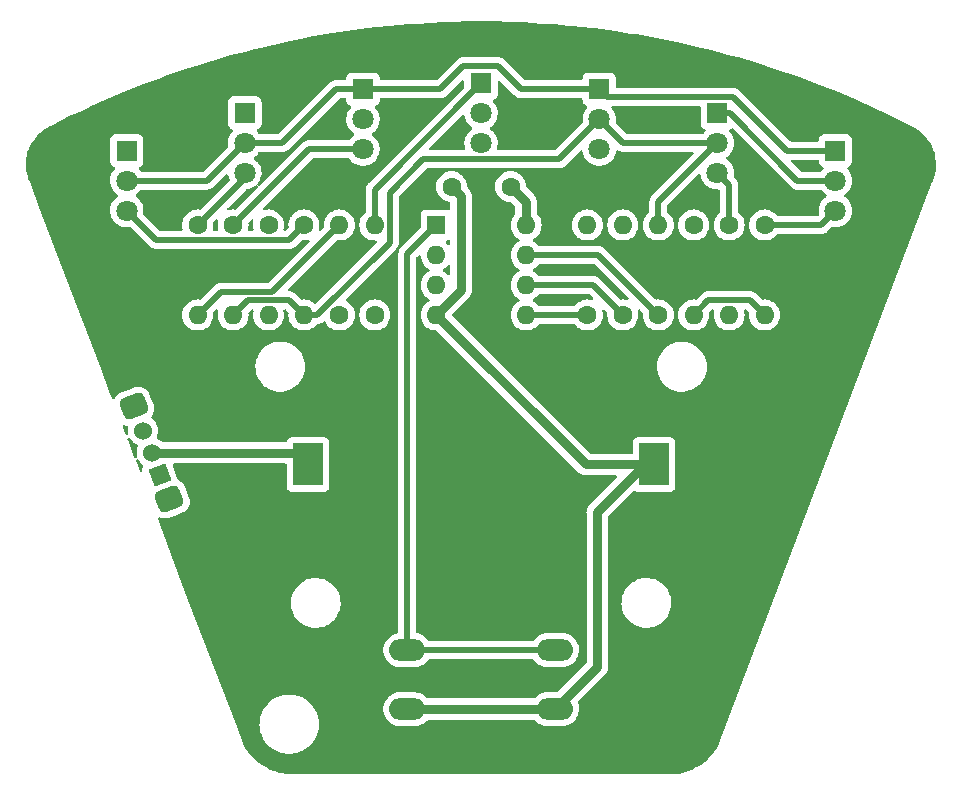
<source format=gtl>
G04 #@! TF.GenerationSoftware,KiCad,Pcbnew,6.0.11-2627ca5db0~126~ubuntu20.04.1*
G04 #@! TF.CreationDate,2025-11-03T09:49:21+01:00*
G04 #@! TF.ProjectId,attiny85_catch_me_bcl-2,61747469-6e79-4383-955f-63617463685f,1.0*
G04 #@! TF.SameCoordinates,Original*
G04 #@! TF.FileFunction,Copper,L1,Top*
G04 #@! TF.FilePolarity,Positive*
%FSLAX46Y46*%
G04 Gerber Fmt 4.6, Leading zero omitted, Abs format (unit mm)*
G04 Created by KiCad (PCBNEW 6.0.11-2627ca5db0~126~ubuntu20.04.1) date 2025-11-03 09:49:21*
%MOMM*%
%LPD*%
G01*
G04 APERTURE LIST*
G04 Aperture macros list*
%AMRoundRect*
0 Rectangle with rounded corners*
0 $1 Rounding radius*
0 $2 $3 $4 $5 $6 $7 $8 $9 X,Y pos of 4 corners*
0 Add a 4 corners polygon primitive as box body*
4,1,4,$2,$3,$4,$5,$6,$7,$8,$9,$2,$3,0*
0 Add four circle primitives for the rounded corners*
1,1,$1+$1,$2,$3*
1,1,$1+$1,$4,$5*
1,1,$1+$1,$6,$7*
1,1,$1+$1,$8,$9*
0 Add four rect primitives between the rounded corners*
20,1,$1+$1,$2,$3,$4,$5,0*
20,1,$1+$1,$4,$5,$6,$7,0*
20,1,$1+$1,$6,$7,$8,$9,0*
20,1,$1+$1,$8,$9,$2,$3,0*%
%AMRotRect*
0 Rectangle, with rotation*
0 The origin of the aperture is its center*
0 $1 length*
0 $2 width*
0 $3 Rotation angle, in degrees counterclockwise*
0 Add horizontal line*
21,1,$1,$2,0,0,$3*%
G04 Aperture macros list end*
G04 #@! TA.AperFunction,ComponentPad*
%ADD10RoundRect,0.475000X0.413263X0.667431X-0.753713X0.219471X-0.413263X-0.667431X0.753713X-0.219471X0*%
G04 #@! TD*
G04 #@! TA.AperFunction,ComponentPad*
%ADD11RotRect,1.524000X1.524000X201.000000*%
G04 #@! TD*
G04 #@! TA.AperFunction,ComponentPad*
%ADD12C,1.524000*%
G04 #@! TD*
G04 #@! TA.AperFunction,ComponentPad*
%ADD13C,1.600000*%
G04 #@! TD*
G04 #@! TA.AperFunction,ComponentPad*
%ADD14O,1.600000X1.600000*%
G04 #@! TD*
G04 #@! TA.AperFunction,ComponentPad*
%ADD15R,1.600000X1.600000*%
G04 #@! TD*
G04 #@! TA.AperFunction,ComponentPad*
%ADD16O,3.048000X1.850000*%
G04 #@! TD*
G04 #@! TA.AperFunction,SMDPad,CuDef*
%ADD17R,2.600000X3.600000*%
G04 #@! TD*
G04 #@! TA.AperFunction,ComponentPad*
%ADD18R,1.800000X1.800000*%
G04 #@! TD*
G04 #@! TA.AperFunction,ComponentPad*
%ADD19C,1.800000*%
G04 #@! TD*
G04 #@! TA.AperFunction,Conductor*
%ADD20C,0.500000*%
G04 #@! TD*
G04 #@! TA.AperFunction,Conductor*
%ADD21C,0.800000*%
G04 #@! TD*
G04 APERTURE END LIST*
D10*
X78605146Y-105196038D03*
X75594854Y-97353962D03*
D11*
X77816736Y-103142161D03*
D12*
X77100000Y-101275000D03*
X76383264Y-99407839D03*
D13*
X120000000Y-89620000D03*
D14*
X120000000Y-82000000D03*
D13*
X117000000Y-89620000D03*
D14*
X117000000Y-82000000D03*
D13*
X114000000Y-89620000D03*
D14*
X114000000Y-82000000D03*
D13*
X96000000Y-89620000D03*
D14*
X96000000Y-82000000D03*
D15*
X101190000Y-82000000D03*
D14*
X101190000Y-84540000D03*
X101190000Y-87080000D03*
X101190000Y-89620000D03*
X108810000Y-89620000D03*
X108810000Y-87080000D03*
X108810000Y-84540000D03*
X108810000Y-82000000D03*
D16*
X111250000Y-123000000D03*
X98750000Y-123000000D03*
X111250000Y-118000000D03*
X98750000Y-118000000D03*
D17*
X90350000Y-102275000D03*
X119650000Y-102275000D03*
D13*
X107500000Y-78750000D03*
X102500000Y-78750000D03*
D18*
X125000000Y-72500000D03*
D19*
X125000000Y-75040000D03*
X125000000Y-77580000D03*
D18*
X115000000Y-70500000D03*
D19*
X115000000Y-73040000D03*
X115000000Y-75580000D03*
D18*
X85000000Y-72500000D03*
D19*
X85000000Y-75040000D03*
X85000000Y-77580000D03*
D13*
X81000000Y-82000000D03*
D14*
X81000000Y-89620000D03*
D13*
X87000000Y-82000000D03*
D14*
X87000000Y-89620000D03*
D18*
X105000000Y-70000000D03*
D19*
X105000000Y-72540000D03*
X105000000Y-75080000D03*
D18*
X95000000Y-70500000D03*
D19*
X95000000Y-73040000D03*
X95000000Y-75580000D03*
D13*
X126000000Y-82000000D03*
D14*
X126000000Y-89620000D03*
D13*
X90000000Y-82000000D03*
D14*
X90000000Y-89620000D03*
D13*
X123000000Y-82000000D03*
D14*
X123000000Y-89620000D03*
D13*
X84000000Y-82000000D03*
D14*
X84000000Y-89620000D03*
D18*
X135000000Y-75700000D03*
D19*
X135000000Y-78240000D03*
X135000000Y-80780000D03*
D13*
X93000000Y-89620000D03*
D14*
X93000000Y-82000000D03*
D18*
X75000000Y-75700000D03*
D19*
X75000000Y-78240000D03*
X75000000Y-80780000D03*
D13*
X129000000Y-82000000D03*
D14*
X129000000Y-89620000D03*
D20*
X114460000Y-87080000D02*
X117000000Y-89620000D01*
X108810000Y-87080000D02*
X114460000Y-87080000D01*
D21*
X103299999Y-79549999D02*
X103299999Y-87510001D01*
X111250000Y-123000000D02*
X114833400Y-119416600D01*
X113845000Y-102275000D02*
X101190000Y-89620000D01*
X114833400Y-106299000D02*
X118857400Y-102275000D01*
X103299999Y-87510001D02*
X101190000Y-89620000D01*
X114833400Y-119416600D02*
X114833400Y-106299000D01*
X119650000Y-102275000D02*
X113845000Y-102275000D01*
X98750000Y-123000000D02*
X111250000Y-123000000D01*
X102500000Y-78750000D02*
X103299999Y-79549999D01*
X77100000Y-101275000D02*
X89350000Y-101275000D01*
X89350000Y-101275000D02*
X90350000Y-102275000D01*
X108810000Y-80060000D02*
X107500000Y-78750000D01*
X108810000Y-82000000D02*
X108810000Y-80060000D01*
D20*
X130900000Y-75700000D02*
X126345400Y-71145400D01*
X135000000Y-75700000D02*
X130900000Y-75700000D01*
X95000000Y-70500000D02*
X92695000Y-70500000D01*
X108396800Y-70500000D02*
X106451400Y-68554600D01*
X75000000Y-78240000D02*
X81800000Y-78240000D01*
X103505000Y-68554600D02*
X106451400Y-68554600D01*
X88155000Y-75040000D02*
X85000000Y-75040000D01*
X115000000Y-70500000D02*
X108396800Y-70500000D01*
X101559600Y-70500000D02*
X103505000Y-68554600D01*
X92695000Y-70500000D02*
X88155000Y-75040000D01*
X95000000Y-70500000D02*
X101559600Y-70500000D01*
X126345400Y-71145400D02*
X115645400Y-71145400D01*
X115645400Y-71145400D02*
X115000000Y-70500000D01*
X81800000Y-78240000D02*
X85000000Y-75040000D01*
X124250000Y-88370000D02*
X127750000Y-88370000D01*
X127750000Y-88370000D02*
X129000000Y-89620000D01*
X123000000Y-89620000D02*
X124250000Y-88370000D01*
X114920000Y-84540000D02*
X120000000Y-89620000D01*
X108810000Y-84540000D02*
X114920000Y-84540000D01*
X77470000Y-83250000D02*
X75000000Y-80780000D01*
X88750000Y-83250000D02*
X77470000Y-83250000D01*
X90000000Y-82000000D02*
X88750000Y-83250000D01*
X81000000Y-82000000D02*
X85000000Y-78000000D01*
X85000000Y-78000000D02*
X85000000Y-77580000D01*
X108810000Y-89620000D02*
X114000000Y-89620000D01*
X125000000Y-75040000D02*
X120000000Y-80040000D01*
X117000000Y-75040000D02*
X125000000Y-75040000D01*
X84000000Y-89620000D02*
X85250000Y-88370000D01*
X97250000Y-83501370D02*
X91131370Y-89620000D01*
X111610000Y-76430000D02*
X100100000Y-76430000D01*
X88750000Y-88370000D02*
X90000000Y-89620000D01*
X115000000Y-73040000D02*
X117000000Y-75040000D01*
X120000000Y-80040000D02*
X120000000Y-82000000D01*
X97250000Y-79280000D02*
X97250000Y-83501370D01*
X115000000Y-73040000D02*
X111610000Y-76430000D01*
X91131370Y-89620000D02*
X90000000Y-89620000D01*
X85250000Y-88370000D02*
X88750000Y-88370000D01*
X100100000Y-76430000D02*
X97250000Y-79280000D01*
X84000000Y-82000000D02*
X90420000Y-75580000D01*
X90420000Y-75580000D02*
X95000000Y-75580000D01*
X96000000Y-79000000D02*
X96000000Y-82000000D01*
X131783200Y-78240000D02*
X135000000Y-78240000D01*
X126043200Y-72500000D02*
X131783200Y-78240000D01*
X105000000Y-70000000D02*
X96000000Y-79000000D01*
X125000000Y-72500000D02*
X126043200Y-72500000D01*
X82950000Y-87670000D02*
X87330000Y-87670000D01*
X87330000Y-87670000D02*
X93000000Y-82000000D01*
X81000000Y-89620000D02*
X82950000Y-87670000D01*
X126000000Y-78580000D02*
X125000000Y-77580000D01*
X126000000Y-82000000D02*
X126000000Y-78580000D01*
X129000000Y-82000000D02*
X133780000Y-82000000D01*
X133780000Y-82000000D02*
X135000000Y-80780000D01*
X98750000Y-118000000D02*
X111250000Y-118000000D01*
X98750000Y-118000000D02*
X98750000Y-84440000D01*
X98750000Y-84440000D02*
X101190000Y-82000000D01*
G04 #@! TA.AperFunction,NonConductor*
G36*
X74814894Y-98936134D02*
G01*
X74969309Y-98986903D01*
X75003722Y-98990885D01*
X75029372Y-98993853D01*
X75094742Y-99021553D01*
X75134760Y-99080197D01*
X75136596Y-99151629D01*
X75128709Y-99181063D01*
X75128708Y-99181070D01*
X75127286Y-99186376D01*
X75107911Y-99407839D01*
X75127286Y-99629302D01*
X75128710Y-99634615D01*
X75129480Y-99638982D01*
X75121611Y-99709541D01*
X75076844Y-99764646D01*
X75009393Y-99786800D01*
X74940672Y-99768969D01*
X74892499Y-99716816D01*
X74887607Y-99705610D01*
X74657754Y-99100577D01*
X74652260Y-99029794D01*
X74685907Y-98967276D01*
X74748012Y-98932874D01*
X74814894Y-98936134D01*
G37*
G04 #@! TD.AperFunction*
G04 #@! TA.AperFunction,NonConductor*
G36*
X75226347Y-100010132D02*
G01*
X75286244Y-100056181D01*
X75368181Y-100173199D01*
X75406287Y-100227620D01*
X75563483Y-100384816D01*
X75567991Y-100387973D01*
X75567994Y-100387975D01*
X75618685Y-100423469D01*
X75745587Y-100512327D01*
X75750569Y-100514650D01*
X75750574Y-100514653D01*
X75884555Y-100577129D01*
X75937840Y-100624046D01*
X75957301Y-100692324D01*
X75945500Y-100744574D01*
X75901560Y-100838804D01*
X75844022Y-101053537D01*
X75824647Y-101275000D01*
X75844022Y-101496463D01*
X75845446Y-101501776D01*
X75861222Y-101560654D01*
X75859532Y-101631630D01*
X75819738Y-101690426D01*
X75754474Y-101718374D01*
X75684460Y-101706601D01*
X75631926Y-101658844D01*
X75621728Y-101638012D01*
X75065244Y-100173198D01*
X75059750Y-100102416D01*
X75093397Y-100039898D01*
X75155502Y-100005496D01*
X75226347Y-100010132D01*
G37*
G04 #@! TD.AperFunction*
G04 #@! TA.AperFunction,NonConductor*
G36*
X75923404Y-101844971D02*
G01*
X75980497Y-101887172D01*
X75990108Y-101903114D01*
X75990436Y-101902925D01*
X75993187Y-101907689D01*
X75995512Y-101912676D01*
X76123023Y-102094781D01*
X76280219Y-102251977D01*
X76284727Y-102255134D01*
X76284730Y-102255136D01*
X76345490Y-102297681D01*
X76389819Y-102353139D01*
X76397127Y-102423758D01*
X76379898Y-102467942D01*
X76362957Y-102494897D01*
X76323175Y-102635016D01*
X76324318Y-102780670D01*
X76326338Y-102788315D01*
X76327200Y-102794753D01*
X76316415Y-102864925D01*
X76269403Y-102918128D01*
X76201092Y-102937468D01*
X76133168Y-102916806D01*
X76084527Y-102856221D01*
X75828959Y-102183500D01*
X75762301Y-102008037D01*
X75756807Y-101937255D01*
X75790454Y-101874737D01*
X75852559Y-101840335D01*
X75923404Y-101844971D01*
G37*
G04 #@! TD.AperFunction*
G04 #@! TA.AperFunction,NonConductor*
G36*
X123533621Y-71923902D02*
G01*
X123580114Y-71977558D01*
X123591500Y-72029900D01*
X123591500Y-73448134D01*
X123598255Y-73510316D01*
X123649385Y-73646705D01*
X123736739Y-73763261D01*
X123853295Y-73850615D01*
X123861704Y-73853767D01*
X123861705Y-73853768D01*
X123921164Y-73876058D01*
X123977929Y-73918699D01*
X124002629Y-73985261D01*
X123987422Y-74054609D01*
X123968029Y-74081091D01*
X123901639Y-74150564D01*
X123883152Y-74177665D01*
X123849835Y-74226505D01*
X123794923Y-74271507D01*
X123745747Y-74281500D01*
X117366371Y-74281500D01*
X117298250Y-74261498D01*
X117277276Y-74244595D01*
X116424176Y-73391495D01*
X116390150Y-73329183D01*
X116388349Y-73285954D01*
X116411203Y-73112362D01*
X116411203Y-73112358D01*
X116411640Y-73109041D01*
X116412718Y-73064922D01*
X116413245Y-73043365D01*
X116413245Y-73043361D01*
X116413327Y-73040000D01*
X116406552Y-72957599D01*
X116394773Y-72814318D01*
X116394772Y-72814312D01*
X116394349Y-72809167D01*
X116355288Y-72653657D01*
X116339184Y-72589544D01*
X116339183Y-72589540D01*
X116337925Y-72584533D01*
X116335866Y-72579797D01*
X116247630Y-72376868D01*
X116247628Y-72376865D01*
X116245570Y-72372131D01*
X116119764Y-72177665D01*
X116062470Y-72114699D01*
X116031418Y-72050854D01*
X116039812Y-71980356D01*
X116084989Y-71925587D01*
X116155663Y-71903900D01*
X123465500Y-71903900D01*
X123533621Y-71923902D01*
G37*
G04 #@! TD.AperFunction*
G04 #@! TA.AperFunction,NonConductor*
G36*
X106617012Y-69793347D02*
G01*
X106623595Y-69799476D01*
X107813030Y-70988911D01*
X107825416Y-71003323D01*
X107833949Y-71014918D01*
X107833954Y-71014923D01*
X107838292Y-71020818D01*
X107843870Y-71025557D01*
X107843873Y-71025560D01*
X107878568Y-71055035D01*
X107886084Y-71061965D01*
X107891779Y-71067660D01*
X107894661Y-71069940D01*
X107914051Y-71085281D01*
X107917455Y-71088072D01*
X107967503Y-71130591D01*
X107973085Y-71135333D01*
X107979601Y-71138661D01*
X107984650Y-71142028D01*
X107989779Y-71145195D01*
X107995516Y-71149734D01*
X108061675Y-71180655D01*
X108065569Y-71182558D01*
X108130608Y-71215769D01*
X108137716Y-71217508D01*
X108143359Y-71219607D01*
X108149122Y-71221524D01*
X108155750Y-71224622D01*
X108162912Y-71226112D01*
X108162913Y-71226112D01*
X108227212Y-71239486D01*
X108231496Y-71240456D01*
X108302410Y-71257808D01*
X108308012Y-71258156D01*
X108308015Y-71258156D01*
X108313564Y-71258500D01*
X108313562Y-71258536D01*
X108317555Y-71258775D01*
X108321747Y-71259149D01*
X108328915Y-71260640D01*
X108406320Y-71258546D01*
X108409728Y-71258500D01*
X113465500Y-71258500D01*
X113533621Y-71278502D01*
X113580114Y-71332158D01*
X113591500Y-71384500D01*
X113591500Y-71448134D01*
X113598255Y-71510316D01*
X113649385Y-71646705D01*
X113736739Y-71763261D01*
X113853295Y-71850615D01*
X113861704Y-71853767D01*
X113861705Y-71853768D01*
X113921164Y-71876058D01*
X113977929Y-71918699D01*
X114002629Y-71985261D01*
X113987422Y-72054609D01*
X113968029Y-72081091D01*
X113901639Y-72150564D01*
X113898725Y-72154836D01*
X113898724Y-72154837D01*
X113883152Y-72177665D01*
X113771119Y-72341899D01*
X113673602Y-72551981D01*
X113611707Y-72775169D01*
X113587095Y-73005469D01*
X113587392Y-73010622D01*
X113587392Y-73010625D01*
X113593067Y-73109041D01*
X113600427Y-73236697D01*
X113609112Y-73275234D01*
X113604576Y-73346083D01*
X113575290Y-73392029D01*
X111332724Y-75634595D01*
X111270412Y-75668621D01*
X111243629Y-75671500D01*
X106462409Y-75671500D01*
X106394288Y-75651498D01*
X106347795Y-75597842D01*
X106337691Y-75527568D01*
X106341850Y-75508872D01*
X106352370Y-75474246D01*
X106381408Y-75378671D01*
X106411640Y-75149041D01*
X106411722Y-75145691D01*
X106413245Y-75083365D01*
X106413245Y-75083361D01*
X106413327Y-75080000D01*
X106406705Y-74999456D01*
X106394773Y-74854318D01*
X106394772Y-74854312D01*
X106394349Y-74849167D01*
X106337925Y-74624533D01*
X106335866Y-74619797D01*
X106247630Y-74416868D01*
X106247628Y-74416865D01*
X106245570Y-74412131D01*
X106119764Y-74217665D01*
X106104002Y-74200342D01*
X106058707Y-74150564D01*
X105963887Y-74046358D01*
X105959836Y-74043159D01*
X105959832Y-74043155D01*
X105787077Y-73906722D01*
X105746014Y-73848805D01*
X105742782Y-73777882D01*
X105778407Y-73716470D01*
X105792001Y-73705261D01*
X105795872Y-73702500D01*
X105912243Y-73619494D01*
X106076303Y-73456005D01*
X106211458Y-73267917D01*
X106258641Y-73172450D01*
X106311784Y-73064922D01*
X106311785Y-73064920D01*
X106314078Y-73060280D01*
X106381408Y-72838671D01*
X106411640Y-72609041D01*
X106411722Y-72605691D01*
X106413245Y-72543365D01*
X106413245Y-72543361D01*
X106413327Y-72540000D01*
X106399169Y-72367793D01*
X106394773Y-72314318D01*
X106394772Y-72314312D01*
X106394349Y-72309167D01*
X106353572Y-72146827D01*
X106339184Y-72089544D01*
X106339183Y-72089540D01*
X106337925Y-72084533D01*
X106327278Y-72060047D01*
X106247630Y-71876868D01*
X106247628Y-71876865D01*
X106245570Y-71872131D01*
X106119764Y-71677665D01*
X106116282Y-71673838D01*
X106029848Y-71578848D01*
X105998796Y-71515002D01*
X106007192Y-71444504D01*
X106052369Y-71389736D01*
X106078812Y-71376067D01*
X106138297Y-71353767D01*
X106146705Y-71350615D01*
X106263261Y-71263261D01*
X106350615Y-71146705D01*
X106401745Y-71010316D01*
X106408500Y-70948134D01*
X106408500Y-69888571D01*
X106428502Y-69820450D01*
X106482158Y-69773957D01*
X106552432Y-69763853D01*
X106617012Y-69793347D01*
G37*
G04 #@! TD.AperFunction*
G04 #@! TA.AperFunction,NonConductor*
G36*
X103523190Y-72653657D02*
G01*
X103580026Y-72696204D01*
X103602075Y-72744012D01*
X103624621Y-72844054D01*
X103651346Y-72962642D01*
X103653288Y-72967424D01*
X103653289Y-72967428D01*
X103709432Y-73105691D01*
X103738484Y-73177237D01*
X103859501Y-73374719D01*
X104011147Y-73549784D01*
X104189349Y-73697730D01*
X104193819Y-73700342D01*
X104197511Y-73702500D01*
X104246232Y-73754140D01*
X104259301Y-73823924D01*
X104232566Y-73889694D01*
X104209589Y-73912045D01*
X104083976Y-74006358D01*
X104061655Y-74023117D01*
X104035792Y-74050181D01*
X103913966Y-74177665D01*
X103901639Y-74190564D01*
X103898725Y-74194836D01*
X103898724Y-74194837D01*
X103858372Y-74253991D01*
X103771119Y-74381899D01*
X103673602Y-74591981D01*
X103611707Y-74815169D01*
X103587095Y-75045469D01*
X103587392Y-75050622D01*
X103587392Y-75050625D01*
X103593067Y-75149041D01*
X103600427Y-75276697D01*
X103601564Y-75281743D01*
X103601565Y-75281749D01*
X103626418Y-75392029D01*
X103651346Y-75502642D01*
X103653288Y-75507424D01*
X103653414Y-75507827D01*
X103654695Y-75578813D01*
X103617394Y-75639221D01*
X103553356Y-75669874D01*
X103533178Y-75671500D01*
X100705371Y-75671500D01*
X100637250Y-75651498D01*
X100590757Y-75597842D01*
X100580653Y-75527568D01*
X100610147Y-75462988D01*
X100616276Y-75456405D01*
X103390063Y-72682618D01*
X103452375Y-72648592D01*
X103523190Y-72653657D01*
G37*
G04 #@! TD.AperFunction*
G04 #@! TA.AperFunction,NonConductor*
G36*
X133533621Y-76478502D02*
G01*
X133580114Y-76532158D01*
X133591500Y-76584500D01*
X133591500Y-76648134D01*
X133598255Y-76710316D01*
X133649385Y-76846705D01*
X133736739Y-76963261D01*
X133853295Y-77050615D01*
X133861704Y-77053767D01*
X133861705Y-77053768D01*
X133921164Y-77076058D01*
X133977929Y-77118699D01*
X134002629Y-77185261D01*
X133987422Y-77254609D01*
X133968029Y-77281091D01*
X133901639Y-77350564D01*
X133883152Y-77377665D01*
X133849835Y-77426505D01*
X133794923Y-77471507D01*
X133745747Y-77481500D01*
X132149571Y-77481500D01*
X132081450Y-77461498D01*
X132060476Y-77444595D01*
X131289476Y-76673595D01*
X131255450Y-76611283D01*
X131260515Y-76540468D01*
X131303062Y-76483632D01*
X131369582Y-76458821D01*
X131378571Y-76458500D01*
X133465500Y-76458500D01*
X133533621Y-76478502D01*
G37*
G04 #@! TD.AperFunction*
G04 #@! TA.AperFunction,NonConductor*
G36*
X93533621Y-71278502D02*
G01*
X93580114Y-71332158D01*
X93591500Y-71384500D01*
X93591500Y-71448134D01*
X93598255Y-71510316D01*
X93649385Y-71646705D01*
X93736739Y-71763261D01*
X93853295Y-71850615D01*
X93861704Y-71853767D01*
X93861705Y-71853768D01*
X93921164Y-71876058D01*
X93977929Y-71918699D01*
X94002629Y-71985261D01*
X93987422Y-72054609D01*
X93968029Y-72081091D01*
X93901639Y-72150564D01*
X93898725Y-72154836D01*
X93898724Y-72154837D01*
X93883152Y-72177665D01*
X93771119Y-72341899D01*
X93673602Y-72551981D01*
X93611707Y-72775169D01*
X93587095Y-73005469D01*
X93587392Y-73010622D01*
X93587392Y-73010625D01*
X93593067Y-73109041D01*
X93600427Y-73236697D01*
X93601564Y-73241743D01*
X93601565Y-73241749D01*
X93625078Y-73346083D01*
X93651346Y-73462642D01*
X93653288Y-73467424D01*
X93653289Y-73467428D01*
X93736540Y-73672450D01*
X93738484Y-73677237D01*
X93749017Y-73694425D01*
X93841430Y-73845229D01*
X93859501Y-73874719D01*
X94011147Y-74049784D01*
X94128034Y-74146825D01*
X94180718Y-74190564D01*
X94189349Y-74197730D01*
X94193819Y-74200342D01*
X94197511Y-74202500D01*
X94246232Y-74254140D01*
X94259301Y-74323924D01*
X94232566Y-74389694D01*
X94209589Y-74412045D01*
X94061655Y-74523117D01*
X93901639Y-74690564D01*
X93883152Y-74717665D01*
X93849835Y-74766505D01*
X93794923Y-74811507D01*
X93745747Y-74821500D01*
X90487070Y-74821500D01*
X90468120Y-74820067D01*
X90453885Y-74817901D01*
X90453881Y-74817901D01*
X90446651Y-74816801D01*
X90439359Y-74817394D01*
X90439356Y-74817394D01*
X90393982Y-74821085D01*
X90383767Y-74821500D01*
X90375707Y-74821500D01*
X90362417Y-74823049D01*
X90347493Y-74824789D01*
X90343118Y-74825222D01*
X90277661Y-74830546D01*
X90277658Y-74830547D01*
X90270363Y-74831140D01*
X90263399Y-74833396D01*
X90257440Y-74834587D01*
X90251585Y-74835971D01*
X90244319Y-74836818D01*
X90175673Y-74861735D01*
X90171545Y-74863152D01*
X90109064Y-74883393D01*
X90109062Y-74883394D01*
X90102101Y-74885649D01*
X90095846Y-74889445D01*
X90090372Y-74891951D01*
X90084942Y-74894670D01*
X90078063Y-74897167D01*
X90071943Y-74901180D01*
X90071942Y-74901180D01*
X90017024Y-74937186D01*
X90013320Y-74939523D01*
X89950893Y-74977405D01*
X89942516Y-74984803D01*
X89942492Y-74984776D01*
X89939500Y-74987429D01*
X89936267Y-74990132D01*
X89930148Y-74994144D01*
X89919420Y-75005469D01*
X89876872Y-75050383D01*
X89874494Y-75052825D01*
X86262167Y-78665152D01*
X86199855Y-78699178D01*
X86129040Y-78694113D01*
X86072204Y-78651566D01*
X86047393Y-78585046D01*
X86062484Y-78515672D01*
X86075372Y-78496933D01*
X86076303Y-78496005D01*
X86083735Y-78485663D01*
X86115290Y-78441749D01*
X86211458Y-78307917D01*
X86239764Y-78250645D01*
X86311784Y-78104922D01*
X86311785Y-78104920D01*
X86314078Y-78100280D01*
X86381408Y-77878671D01*
X86411640Y-77649041D01*
X86411722Y-77645691D01*
X86413245Y-77583365D01*
X86413245Y-77583361D01*
X86413327Y-77580000D01*
X86403170Y-77456457D01*
X86394773Y-77354318D01*
X86394772Y-77354312D01*
X86394349Y-77349167D01*
X86354097Y-77188915D01*
X86339184Y-77129544D01*
X86339183Y-77129540D01*
X86337925Y-77124533D01*
X86335866Y-77119797D01*
X86247630Y-76916868D01*
X86247628Y-76916865D01*
X86245570Y-76912131D01*
X86119764Y-76717665D01*
X86086615Y-76681234D01*
X86056496Y-76648134D01*
X85963887Y-76546358D01*
X85959836Y-76543159D01*
X85959832Y-76543155D01*
X85787077Y-76406722D01*
X85746014Y-76348805D01*
X85742782Y-76277882D01*
X85778407Y-76216470D01*
X85792001Y-76205261D01*
X85912243Y-76119494D01*
X86076303Y-75956005D01*
X86151777Y-75850973D01*
X86207770Y-75807326D01*
X86254098Y-75798500D01*
X88087930Y-75798500D01*
X88106880Y-75799933D01*
X88121115Y-75802099D01*
X88121119Y-75802099D01*
X88128349Y-75803199D01*
X88135641Y-75802606D01*
X88135644Y-75802606D01*
X88181018Y-75798915D01*
X88191233Y-75798500D01*
X88199293Y-75798500D01*
X88216680Y-75796473D01*
X88227507Y-75795211D01*
X88231882Y-75794778D01*
X88297339Y-75789454D01*
X88297342Y-75789453D01*
X88304637Y-75788860D01*
X88311601Y-75786604D01*
X88317560Y-75785413D01*
X88323415Y-75784029D01*
X88330681Y-75783182D01*
X88399327Y-75758265D01*
X88403455Y-75756848D01*
X88465936Y-75736607D01*
X88465938Y-75736606D01*
X88472899Y-75734351D01*
X88479154Y-75730555D01*
X88484628Y-75728049D01*
X88490058Y-75725330D01*
X88496937Y-75722833D01*
X88503058Y-75718820D01*
X88557976Y-75682814D01*
X88561680Y-75680477D01*
X88624107Y-75642595D01*
X88632484Y-75635197D01*
X88632508Y-75635224D01*
X88635500Y-75632571D01*
X88638733Y-75629868D01*
X88644852Y-75625856D01*
X88698128Y-75569617D01*
X88700506Y-75567175D01*
X92972276Y-71295405D01*
X93034588Y-71261379D01*
X93061371Y-71258500D01*
X93465500Y-71258500D01*
X93533621Y-71278502D01*
G37*
G04 #@! TD.AperFunction*
G04 #@! TA.AperFunction,NonConductor*
G36*
X86049785Y-78639146D02*
G01*
X86102861Y-78686300D01*
X86122017Y-78754663D01*
X86101173Y-78822531D01*
X86085122Y-78842197D01*
X84262990Y-80664329D01*
X84200678Y-80698355D01*
X84162913Y-80700755D01*
X84005475Y-80686981D01*
X84000000Y-80686502D01*
X83771913Y-80706457D01*
X83766600Y-80707881D01*
X83766598Y-80707881D01*
X83671946Y-80733243D01*
X83600970Y-80731553D01*
X83542174Y-80691759D01*
X83514226Y-80626495D01*
X83525999Y-80556481D01*
X83550240Y-80522441D01*
X85052844Y-79019837D01*
X85115156Y-78985811D01*
X85125926Y-78983954D01*
X85293847Y-78962442D01*
X85298795Y-78960957D01*
X85298802Y-78960956D01*
X85510747Y-78897369D01*
X85515690Y-78895886D01*
X85528248Y-78889734D01*
X85719049Y-78796262D01*
X85719052Y-78796260D01*
X85723684Y-78793991D01*
X85817196Y-78727290D01*
X85908033Y-78662497D01*
X85912243Y-78659494D01*
X85915029Y-78656718D01*
X85979642Y-78628172D01*
X86049785Y-78639146D01*
G37*
G04 #@! TD.AperFunction*
G04 #@! TA.AperFunction,NonConductor*
G36*
X82655568Y-81521279D02*
G01*
X82712404Y-81563826D01*
X82737215Y-81630346D01*
X82733243Y-81671946D01*
X82725819Y-81699653D01*
X82706457Y-81771913D01*
X82686502Y-82000000D01*
X82706457Y-82228087D01*
X82734539Y-82332888D01*
X82732849Y-82403865D01*
X82693055Y-82462661D01*
X82627791Y-82490609D01*
X82612832Y-82491500D01*
X82387168Y-82491500D01*
X82319047Y-82471498D01*
X82272554Y-82417842D01*
X82262450Y-82347568D01*
X82265461Y-82332888D01*
X82293543Y-82228087D01*
X82313498Y-82000000D01*
X82307761Y-81934425D01*
X82299245Y-81837087D01*
X82313234Y-81767482D01*
X82335671Y-81737010D01*
X82522441Y-81550240D01*
X82584753Y-81516214D01*
X82655568Y-81521279D01*
G37*
G04 #@! TD.AperFunction*
G04 #@! TA.AperFunction,NonConductor*
G36*
X85655568Y-81521279D02*
G01*
X85712404Y-81563826D01*
X85737215Y-81630346D01*
X85733243Y-81671946D01*
X85725819Y-81699653D01*
X85706457Y-81771913D01*
X85686502Y-82000000D01*
X85706457Y-82228087D01*
X85734539Y-82332888D01*
X85732849Y-82403865D01*
X85693055Y-82462661D01*
X85627791Y-82490609D01*
X85612832Y-82491500D01*
X85387168Y-82491500D01*
X85319047Y-82471498D01*
X85272554Y-82417842D01*
X85262450Y-82347568D01*
X85265461Y-82332888D01*
X85293543Y-82228087D01*
X85313498Y-82000000D01*
X85307761Y-81934425D01*
X85299245Y-81837087D01*
X85313234Y-81767482D01*
X85335671Y-81737010D01*
X85522441Y-81550240D01*
X85584753Y-81516214D01*
X85655568Y-81521279D01*
G37*
G04 #@! TD.AperFunction*
G04 #@! TA.AperFunction,NonConductor*
G36*
X83523190Y-77693657D02*
G01*
X83580026Y-77736204D01*
X83602075Y-77784012D01*
X83625146Y-77886384D01*
X83651346Y-78002642D01*
X83653288Y-78007425D01*
X83653291Y-78007434D01*
X83698846Y-78119620D01*
X83705943Y-78190261D01*
X83671199Y-78256120D01*
X81262990Y-80664329D01*
X81200678Y-80698355D01*
X81162913Y-80700755D01*
X81005475Y-80686981D01*
X81000000Y-80686502D01*
X80771913Y-80706457D01*
X80766600Y-80707881D01*
X80766598Y-80707881D01*
X80556067Y-80764293D01*
X80556065Y-80764294D01*
X80550757Y-80765716D01*
X80545776Y-80768039D01*
X80545775Y-80768039D01*
X80348238Y-80860151D01*
X80348233Y-80860154D01*
X80343251Y-80862477D01*
X80266970Y-80915890D01*
X80160211Y-80990643D01*
X80160208Y-80990645D01*
X80155700Y-80993802D01*
X79993802Y-81155700D01*
X79990645Y-81160208D01*
X79990643Y-81160211D01*
X79947730Y-81221498D01*
X79862477Y-81343251D01*
X79860154Y-81348233D01*
X79860151Y-81348238D01*
X79779462Y-81521279D01*
X79765716Y-81550757D01*
X79764294Y-81556065D01*
X79764293Y-81556067D01*
X79725819Y-81699653D01*
X79706457Y-81771913D01*
X79686502Y-82000000D01*
X79706457Y-82228087D01*
X79734539Y-82332888D01*
X79732849Y-82403865D01*
X79693055Y-82462661D01*
X79627791Y-82490609D01*
X79612832Y-82491500D01*
X77836371Y-82491500D01*
X77768250Y-82471498D01*
X77747276Y-82454595D01*
X76424176Y-81131495D01*
X76390150Y-81069183D01*
X76388349Y-81025954D01*
X76411203Y-80852362D01*
X76411203Y-80852358D01*
X76411640Y-80849041D01*
X76413327Y-80780000D01*
X76400707Y-80626495D01*
X76394773Y-80554318D01*
X76394772Y-80554312D01*
X76394349Y-80549167D01*
X76345372Y-80354181D01*
X76339184Y-80329544D01*
X76339183Y-80329540D01*
X76337925Y-80324533D01*
X76334770Y-80317276D01*
X76247630Y-80116868D01*
X76247628Y-80116865D01*
X76245570Y-80112131D01*
X76119764Y-79917665D01*
X76094454Y-79889849D01*
X76070134Y-79863122D01*
X75963887Y-79746358D01*
X75959836Y-79743159D01*
X75959832Y-79743155D01*
X75787077Y-79606722D01*
X75746014Y-79548805D01*
X75742782Y-79477882D01*
X75778407Y-79416470D01*
X75792001Y-79405261D01*
X75795872Y-79402500D01*
X75912243Y-79319494D01*
X76076303Y-79156005D01*
X76151777Y-79050973D01*
X76207770Y-79007326D01*
X76254098Y-78998500D01*
X81732930Y-78998500D01*
X81751880Y-78999933D01*
X81766115Y-79002099D01*
X81766119Y-79002099D01*
X81773349Y-79003199D01*
X81780641Y-79002606D01*
X81780644Y-79002606D01*
X81826018Y-78998915D01*
X81836233Y-78998500D01*
X81844293Y-78998500D01*
X81861680Y-78996473D01*
X81872507Y-78995211D01*
X81876882Y-78994778D01*
X81942339Y-78989454D01*
X81942342Y-78989453D01*
X81949637Y-78988860D01*
X81956601Y-78986604D01*
X81962560Y-78985413D01*
X81968415Y-78984029D01*
X81975681Y-78983182D01*
X82044327Y-78958265D01*
X82048455Y-78956848D01*
X82110936Y-78936607D01*
X82110938Y-78936606D01*
X82117899Y-78934351D01*
X82124154Y-78930555D01*
X82129628Y-78928049D01*
X82135058Y-78925330D01*
X82141937Y-78922833D01*
X82168206Y-78905610D01*
X82202976Y-78882814D01*
X82206680Y-78880477D01*
X82269107Y-78842595D01*
X82277484Y-78835197D01*
X82277508Y-78835224D01*
X82280500Y-78832571D01*
X82283733Y-78829868D01*
X82289852Y-78825856D01*
X82343128Y-78769617D01*
X82345506Y-78767175D01*
X83390063Y-77722618D01*
X83452375Y-77688592D01*
X83523190Y-77693657D01*
G37*
G04 #@! TD.AperFunction*
G04 #@! TA.AperFunction,NonConductor*
G36*
X103509532Y-69726915D02*
G01*
X103566368Y-69769462D01*
X103591179Y-69835982D01*
X103591500Y-69844971D01*
X103591500Y-70283629D01*
X103571498Y-70351750D01*
X103554595Y-70372724D01*
X95511089Y-78416230D01*
X95496677Y-78428616D01*
X95485082Y-78437149D01*
X95485077Y-78437154D01*
X95479182Y-78441492D01*
X95474443Y-78447070D01*
X95474440Y-78447073D01*
X95444965Y-78481768D01*
X95438035Y-78489284D01*
X95432340Y-78494979D01*
X95430060Y-78497861D01*
X95414719Y-78517251D01*
X95411928Y-78520655D01*
X95383615Y-78553982D01*
X95364667Y-78576285D01*
X95361339Y-78582801D01*
X95357972Y-78587850D01*
X95354805Y-78592979D01*
X95350266Y-78598716D01*
X95319345Y-78664875D01*
X95317442Y-78668769D01*
X95284231Y-78733808D01*
X95282492Y-78740916D01*
X95280393Y-78746559D01*
X95278476Y-78752322D01*
X95275378Y-78758950D01*
X95262567Y-78820544D01*
X95260514Y-78830412D01*
X95259544Y-78834696D01*
X95242192Y-78905610D01*
X95241500Y-78916764D01*
X95241464Y-78916762D01*
X95241225Y-78920755D01*
X95240851Y-78924947D01*
X95239360Y-78932115D01*
X95239558Y-78939432D01*
X95241454Y-79009521D01*
X95241500Y-79012928D01*
X95241500Y-80868133D01*
X95221498Y-80936254D01*
X95187772Y-80971345D01*
X95155700Y-80993802D01*
X94993802Y-81155700D01*
X94990645Y-81160208D01*
X94990643Y-81160211D01*
X94947730Y-81221498D01*
X94862477Y-81343251D01*
X94860154Y-81348233D01*
X94860151Y-81348238D01*
X94779462Y-81521279D01*
X94765716Y-81550757D01*
X94764294Y-81556065D01*
X94764293Y-81556067D01*
X94725819Y-81699653D01*
X94706457Y-81771913D01*
X94686502Y-82000000D01*
X94706457Y-82228087D01*
X94707880Y-82233399D01*
X94707881Y-82233402D01*
X94734539Y-82332888D01*
X94765716Y-82449243D01*
X94768039Y-82454224D01*
X94768039Y-82454225D01*
X94860151Y-82651762D01*
X94860154Y-82651767D01*
X94862477Y-82656749D01*
X94993802Y-82844300D01*
X95155700Y-83006198D01*
X95160208Y-83009355D01*
X95160211Y-83009357D01*
X95238389Y-83064098D01*
X95343251Y-83137523D01*
X95348233Y-83139846D01*
X95348238Y-83139849D01*
X95545775Y-83231961D01*
X95550757Y-83234284D01*
X95556065Y-83235706D01*
X95556067Y-83235707D01*
X95766598Y-83292119D01*
X95766600Y-83292119D01*
X95771913Y-83293543D01*
X96000000Y-83313498D01*
X96005475Y-83313019D01*
X96005486Y-83313019D01*
X96055340Y-83308657D01*
X96124944Y-83322645D01*
X96175937Y-83372044D01*
X96192128Y-83441170D01*
X96168376Y-83508075D01*
X96155417Y-83523272D01*
X91043689Y-88635001D01*
X90981377Y-88669027D01*
X90910562Y-88663962D01*
X90865499Y-88635001D01*
X90844300Y-88613802D01*
X90839792Y-88610645D01*
X90839789Y-88610643D01*
X90761611Y-88555902D01*
X90656749Y-88482477D01*
X90651767Y-88480154D01*
X90651762Y-88480151D01*
X90454225Y-88388039D01*
X90454224Y-88388039D01*
X90449243Y-88385716D01*
X90443935Y-88384294D01*
X90443933Y-88384293D01*
X90233402Y-88327881D01*
X90233400Y-88327881D01*
X90228087Y-88326457D01*
X90000000Y-88306502D01*
X89994525Y-88306981D01*
X89837087Y-88320755D01*
X89767482Y-88306766D01*
X89737010Y-88284329D01*
X89333770Y-87881089D01*
X89321384Y-87866677D01*
X89312851Y-87855082D01*
X89312846Y-87855077D01*
X89308508Y-87849182D01*
X89302930Y-87844443D01*
X89302927Y-87844440D01*
X89268232Y-87814965D01*
X89260716Y-87808035D01*
X89255021Y-87802340D01*
X89238736Y-87789456D01*
X89232749Y-87784719D01*
X89229345Y-87781928D01*
X89179297Y-87739409D01*
X89179295Y-87739408D01*
X89173715Y-87734667D01*
X89167199Y-87731339D01*
X89162150Y-87727972D01*
X89157021Y-87724805D01*
X89151284Y-87720266D01*
X89085125Y-87689345D01*
X89081225Y-87687439D01*
X89016192Y-87654231D01*
X89009084Y-87652492D01*
X89003441Y-87650393D01*
X88997678Y-87648476D01*
X88991050Y-87645378D01*
X88919583Y-87630513D01*
X88915299Y-87629543D01*
X88844390Y-87612192D01*
X88838788Y-87611844D01*
X88838785Y-87611844D01*
X88833236Y-87611500D01*
X88833238Y-87611464D01*
X88829245Y-87611225D01*
X88825053Y-87610851D01*
X88817885Y-87609360D01*
X88799993Y-87609844D01*
X88769565Y-87610667D01*
X88700928Y-87592514D01*
X88653002Y-87540135D01*
X88641001Y-87470160D01*
X88668737Y-87404805D01*
X88677063Y-87395618D01*
X92737010Y-83335671D01*
X92799322Y-83301645D01*
X92837087Y-83299245D01*
X92994525Y-83313019D01*
X93000000Y-83313498D01*
X93228087Y-83293543D01*
X93233400Y-83292119D01*
X93233402Y-83292119D01*
X93443933Y-83235707D01*
X93443935Y-83235706D01*
X93449243Y-83234284D01*
X93454225Y-83231961D01*
X93651762Y-83139849D01*
X93651767Y-83139846D01*
X93656749Y-83137523D01*
X93761611Y-83064098D01*
X93839789Y-83009357D01*
X93839792Y-83009355D01*
X93844300Y-83006198D01*
X94006198Y-82844300D01*
X94137523Y-82656749D01*
X94139846Y-82651767D01*
X94139849Y-82651762D01*
X94231961Y-82454225D01*
X94231961Y-82454224D01*
X94234284Y-82449243D01*
X94265462Y-82332888D01*
X94292119Y-82233402D01*
X94292120Y-82233399D01*
X94293543Y-82228087D01*
X94313498Y-82000000D01*
X94293543Y-81771913D01*
X94274181Y-81699653D01*
X94235707Y-81556067D01*
X94235706Y-81556065D01*
X94234284Y-81550757D01*
X94220538Y-81521279D01*
X94139849Y-81348238D01*
X94139846Y-81348233D01*
X94137523Y-81343251D01*
X94052270Y-81221498D01*
X94009357Y-81160211D01*
X94009355Y-81160208D01*
X94006198Y-81155700D01*
X93844300Y-80993802D01*
X93839792Y-80990645D01*
X93839789Y-80990643D01*
X93733030Y-80915890D01*
X93656749Y-80862477D01*
X93651767Y-80860154D01*
X93651762Y-80860151D01*
X93454225Y-80768039D01*
X93454224Y-80768039D01*
X93449243Y-80765716D01*
X93443935Y-80764294D01*
X93443933Y-80764293D01*
X93233402Y-80707881D01*
X93233400Y-80707881D01*
X93228087Y-80706457D01*
X93000000Y-80686502D01*
X92771913Y-80706457D01*
X92766600Y-80707881D01*
X92766598Y-80707881D01*
X92556067Y-80764293D01*
X92556065Y-80764294D01*
X92550757Y-80765716D01*
X92545776Y-80768039D01*
X92545775Y-80768039D01*
X92348238Y-80860151D01*
X92348233Y-80860154D01*
X92343251Y-80862477D01*
X92266970Y-80915890D01*
X92160211Y-80990643D01*
X92160208Y-80990645D01*
X92155700Y-80993802D01*
X91993802Y-81155700D01*
X91990645Y-81160208D01*
X91990643Y-81160211D01*
X91947730Y-81221498D01*
X91862477Y-81343251D01*
X91860154Y-81348233D01*
X91860151Y-81348238D01*
X91779462Y-81521279D01*
X91765716Y-81550757D01*
X91764294Y-81556065D01*
X91764293Y-81556067D01*
X91725819Y-81699653D01*
X91706457Y-81771913D01*
X91686502Y-82000000D01*
X91686981Y-82005475D01*
X91700755Y-82162913D01*
X91686766Y-82232518D01*
X91664329Y-82262990D01*
X91477559Y-82449760D01*
X91415247Y-82483786D01*
X91344432Y-82478721D01*
X91287596Y-82436174D01*
X91262785Y-82369654D01*
X91266757Y-82328054D01*
X91292119Y-82233402D01*
X91292120Y-82233399D01*
X91293543Y-82228087D01*
X91313498Y-82000000D01*
X91293543Y-81771913D01*
X91274181Y-81699653D01*
X91235707Y-81556067D01*
X91235706Y-81556065D01*
X91234284Y-81550757D01*
X91220538Y-81521279D01*
X91139849Y-81348238D01*
X91139846Y-81348233D01*
X91137523Y-81343251D01*
X91052270Y-81221498D01*
X91009357Y-81160211D01*
X91009355Y-81160208D01*
X91006198Y-81155700D01*
X90844300Y-80993802D01*
X90839792Y-80990645D01*
X90839789Y-80990643D01*
X90733030Y-80915890D01*
X90656749Y-80862477D01*
X90651767Y-80860154D01*
X90651762Y-80860151D01*
X90454225Y-80768039D01*
X90454224Y-80768039D01*
X90449243Y-80765716D01*
X90443935Y-80764294D01*
X90443933Y-80764293D01*
X90233402Y-80707881D01*
X90233400Y-80707881D01*
X90228087Y-80706457D01*
X90000000Y-80686502D01*
X89771913Y-80706457D01*
X89766600Y-80707881D01*
X89766598Y-80707881D01*
X89556067Y-80764293D01*
X89556065Y-80764294D01*
X89550757Y-80765716D01*
X89545776Y-80768039D01*
X89545775Y-80768039D01*
X89348238Y-80860151D01*
X89348233Y-80860154D01*
X89343251Y-80862477D01*
X89266970Y-80915890D01*
X89160211Y-80990643D01*
X89160208Y-80990645D01*
X89155700Y-80993802D01*
X88993802Y-81155700D01*
X88990645Y-81160208D01*
X88990643Y-81160211D01*
X88947730Y-81221498D01*
X88862477Y-81343251D01*
X88860154Y-81348233D01*
X88860151Y-81348238D01*
X88779462Y-81521279D01*
X88765716Y-81550757D01*
X88764294Y-81556065D01*
X88764293Y-81556067D01*
X88725819Y-81699653D01*
X88706457Y-81771913D01*
X88686502Y-82000000D01*
X88686981Y-82005475D01*
X88700755Y-82162913D01*
X88686766Y-82232518D01*
X88664329Y-82262990D01*
X88477559Y-82449760D01*
X88415247Y-82483786D01*
X88344432Y-82478721D01*
X88287596Y-82436174D01*
X88262785Y-82369654D01*
X88266757Y-82328054D01*
X88292119Y-82233402D01*
X88292120Y-82233399D01*
X88293543Y-82228087D01*
X88313498Y-82000000D01*
X88293543Y-81771913D01*
X88274181Y-81699653D01*
X88235707Y-81556067D01*
X88235706Y-81556065D01*
X88234284Y-81550757D01*
X88220538Y-81521279D01*
X88139849Y-81348238D01*
X88139846Y-81348233D01*
X88137523Y-81343251D01*
X88052270Y-81221498D01*
X88009357Y-81160211D01*
X88009355Y-81160208D01*
X88006198Y-81155700D01*
X87844300Y-80993802D01*
X87839792Y-80990645D01*
X87839789Y-80990643D01*
X87733030Y-80915890D01*
X87656749Y-80862477D01*
X87651767Y-80860154D01*
X87651762Y-80860151D01*
X87454225Y-80768039D01*
X87454224Y-80768039D01*
X87449243Y-80765716D01*
X87443935Y-80764294D01*
X87443933Y-80764293D01*
X87233402Y-80707881D01*
X87233400Y-80707881D01*
X87228087Y-80706457D01*
X87000000Y-80686502D01*
X86771913Y-80706457D01*
X86766600Y-80707881D01*
X86766598Y-80707881D01*
X86671946Y-80733243D01*
X86600970Y-80731553D01*
X86542174Y-80691759D01*
X86514226Y-80626495D01*
X86525999Y-80556481D01*
X86550240Y-80522441D01*
X90697276Y-76375405D01*
X90759588Y-76341379D01*
X90786371Y-76338500D01*
X93742230Y-76338500D01*
X93810351Y-76358502D01*
X93849662Y-76398665D01*
X93856798Y-76410309D01*
X93856801Y-76410314D01*
X93859501Y-76414719D01*
X94011147Y-76589784D01*
X94189349Y-76737730D01*
X94389322Y-76854584D01*
X94605694Y-76937209D01*
X94610760Y-76938240D01*
X94610761Y-76938240D01*
X94663846Y-76949040D01*
X94832656Y-76983385D01*
X94963324Y-76988176D01*
X95058949Y-76991683D01*
X95058953Y-76991683D01*
X95064113Y-76991872D01*
X95069233Y-76991216D01*
X95069235Y-76991216D01*
X95142270Y-76981860D01*
X95293847Y-76962442D01*
X95298795Y-76960957D01*
X95298802Y-76960956D01*
X95510747Y-76897369D01*
X95515690Y-76895886D01*
X95596236Y-76856427D01*
X95719049Y-76796262D01*
X95719052Y-76796260D01*
X95723684Y-76793991D01*
X95912243Y-76659494D01*
X96076303Y-76496005D01*
X96211458Y-76307917D01*
X96219348Y-76291954D01*
X96311784Y-76104922D01*
X96311785Y-76104920D01*
X96314078Y-76100280D01*
X96381408Y-75878671D01*
X96411640Y-75649041D01*
X96411722Y-75645691D01*
X96413245Y-75583365D01*
X96413245Y-75583361D01*
X96413327Y-75580000D01*
X96397873Y-75392029D01*
X96394773Y-75354318D01*
X96394772Y-75354312D01*
X96394349Y-75349167D01*
X96364800Y-75231529D01*
X96339184Y-75129544D01*
X96339183Y-75129540D01*
X96337925Y-75124533D01*
X96331189Y-75109041D01*
X96247630Y-74916868D01*
X96247628Y-74916865D01*
X96245570Y-74912131D01*
X96119764Y-74717665D01*
X96115720Y-74713220D01*
X96039580Y-74629544D01*
X95963887Y-74546358D01*
X95959836Y-74543159D01*
X95959832Y-74543155D01*
X95787077Y-74406722D01*
X95746014Y-74348805D01*
X95742782Y-74277882D01*
X95778407Y-74216470D01*
X95792001Y-74205261D01*
X95795872Y-74202500D01*
X95912243Y-74119494D01*
X96076303Y-73956005D01*
X96211458Y-73767917D01*
X96242425Y-73705261D01*
X96311784Y-73564922D01*
X96311785Y-73564920D01*
X96314078Y-73560280D01*
X96381408Y-73338671D01*
X96411640Y-73109041D01*
X96412718Y-73064922D01*
X96413245Y-73043365D01*
X96413245Y-73043361D01*
X96413327Y-73040000D01*
X96406552Y-72957599D01*
X96394773Y-72814318D01*
X96394772Y-72814312D01*
X96394349Y-72809167D01*
X96355288Y-72653657D01*
X96339184Y-72589544D01*
X96339183Y-72589540D01*
X96337925Y-72584533D01*
X96335866Y-72579797D01*
X96247630Y-72376868D01*
X96247628Y-72376865D01*
X96245570Y-72372131D01*
X96119764Y-72177665D01*
X96091704Y-72146827D01*
X96029848Y-72078848D01*
X95998796Y-72015002D01*
X96007192Y-71944504D01*
X96052369Y-71889736D01*
X96078812Y-71876067D01*
X96138297Y-71853767D01*
X96146705Y-71850615D01*
X96263261Y-71763261D01*
X96350615Y-71646705D01*
X96401745Y-71510316D01*
X96408500Y-71448134D01*
X96408500Y-71384500D01*
X96428502Y-71316379D01*
X96482158Y-71269886D01*
X96534500Y-71258500D01*
X101492530Y-71258500D01*
X101511480Y-71259933D01*
X101525715Y-71262099D01*
X101525719Y-71262099D01*
X101532949Y-71263199D01*
X101540241Y-71262606D01*
X101540244Y-71262606D01*
X101585618Y-71258915D01*
X101595833Y-71258500D01*
X101603893Y-71258500D01*
X101621280Y-71256473D01*
X101632107Y-71255211D01*
X101636482Y-71254778D01*
X101701939Y-71249454D01*
X101701942Y-71249453D01*
X101709237Y-71248860D01*
X101716201Y-71246604D01*
X101722160Y-71245413D01*
X101728015Y-71244029D01*
X101735281Y-71243182D01*
X101803927Y-71218265D01*
X101808055Y-71216848D01*
X101870536Y-71196607D01*
X101870538Y-71196606D01*
X101877499Y-71194351D01*
X101883754Y-71190555D01*
X101889228Y-71188049D01*
X101894658Y-71185330D01*
X101901537Y-71182833D01*
X101927951Y-71165515D01*
X101962576Y-71142814D01*
X101966280Y-71140477D01*
X102028707Y-71102595D01*
X102037084Y-71095197D01*
X102037108Y-71095224D01*
X102040100Y-71092571D01*
X102043333Y-71089868D01*
X102049452Y-71085856D01*
X102102728Y-71029617D01*
X102105106Y-71027175D01*
X103376405Y-69755876D01*
X103438717Y-69721850D01*
X103509532Y-69726915D01*
G37*
G04 #@! TD.AperFunction*
G04 #@! TA.AperFunction,NonConductor*
G36*
X114621750Y-85318502D02*
G01*
X114642724Y-85335405D01*
X117449760Y-88142441D01*
X117483786Y-88204753D01*
X117478721Y-88275568D01*
X117436174Y-88332404D01*
X117369654Y-88357215D01*
X117328054Y-88353243D01*
X117233402Y-88327881D01*
X117233400Y-88327881D01*
X117228087Y-88326457D01*
X117000000Y-88306502D01*
X116994525Y-88306981D01*
X116837087Y-88320755D01*
X116767482Y-88306766D01*
X116737010Y-88284329D01*
X115043770Y-86591089D01*
X115031384Y-86576677D01*
X115022851Y-86565082D01*
X115022846Y-86565077D01*
X115018508Y-86559182D01*
X115012930Y-86554443D01*
X115012927Y-86554440D01*
X114978232Y-86524965D01*
X114970716Y-86518035D01*
X114965021Y-86512340D01*
X114958880Y-86507482D01*
X114942749Y-86494719D01*
X114939345Y-86491928D01*
X114889297Y-86449409D01*
X114889295Y-86449408D01*
X114883715Y-86444667D01*
X114877199Y-86441339D01*
X114872150Y-86437972D01*
X114867021Y-86434805D01*
X114861284Y-86430266D01*
X114795125Y-86399345D01*
X114791225Y-86397439D01*
X114726192Y-86364231D01*
X114719084Y-86362492D01*
X114713441Y-86360393D01*
X114707678Y-86358476D01*
X114701050Y-86355378D01*
X114629583Y-86340513D01*
X114625299Y-86339543D01*
X114554390Y-86322192D01*
X114548788Y-86321844D01*
X114548785Y-86321844D01*
X114543236Y-86321500D01*
X114543238Y-86321464D01*
X114539245Y-86321225D01*
X114535053Y-86320851D01*
X114527885Y-86319360D01*
X114461675Y-86321151D01*
X114450479Y-86321454D01*
X114447072Y-86321500D01*
X109941867Y-86321500D01*
X109873746Y-86301498D01*
X109838655Y-86267772D01*
X109816198Y-86235700D01*
X109654300Y-86073802D01*
X109649792Y-86070645D01*
X109649789Y-86070643D01*
X109571611Y-86015902D01*
X109466749Y-85942477D01*
X109461767Y-85940154D01*
X109461762Y-85940151D01*
X109427543Y-85924195D01*
X109374258Y-85877278D01*
X109354797Y-85809001D01*
X109375339Y-85741041D01*
X109427543Y-85695805D01*
X109461762Y-85679849D01*
X109461767Y-85679846D01*
X109466749Y-85677523D01*
X109571611Y-85604098D01*
X109649789Y-85549357D01*
X109649792Y-85549355D01*
X109654300Y-85546198D01*
X109816198Y-85384300D01*
X109838655Y-85352229D01*
X109894110Y-85307901D01*
X109941867Y-85298500D01*
X114553629Y-85298500D01*
X114621750Y-85318502D01*
G37*
G04 #@! TD.AperFunction*
G04 #@! TA.AperFunction,NonConductor*
G36*
X114161750Y-87858502D02*
G01*
X114182724Y-87875405D01*
X114449760Y-88142441D01*
X114483786Y-88204753D01*
X114478721Y-88275568D01*
X114436174Y-88332404D01*
X114369654Y-88357215D01*
X114328054Y-88353243D01*
X114233402Y-88327881D01*
X114233400Y-88327881D01*
X114228087Y-88326457D01*
X114000000Y-88306502D01*
X113771913Y-88326457D01*
X113766600Y-88327881D01*
X113766598Y-88327881D01*
X113556067Y-88384293D01*
X113556065Y-88384294D01*
X113550757Y-88385716D01*
X113545776Y-88388039D01*
X113545775Y-88388039D01*
X113348238Y-88480151D01*
X113348233Y-88480154D01*
X113343251Y-88482477D01*
X113238389Y-88555902D01*
X113160211Y-88610643D01*
X113160208Y-88610645D01*
X113155700Y-88613802D01*
X112993802Y-88775700D01*
X112971345Y-88807771D01*
X112915890Y-88852099D01*
X112868133Y-88861500D01*
X109941867Y-88861500D01*
X109873746Y-88841498D01*
X109838655Y-88807772D01*
X109816198Y-88775700D01*
X109654300Y-88613802D01*
X109649792Y-88610645D01*
X109649789Y-88610643D01*
X109571611Y-88555902D01*
X109466749Y-88482477D01*
X109461767Y-88480154D01*
X109461762Y-88480151D01*
X109427543Y-88464195D01*
X109374258Y-88417278D01*
X109354797Y-88349001D01*
X109375339Y-88281041D01*
X109427543Y-88235805D01*
X109461762Y-88219849D01*
X109461767Y-88219846D01*
X109466749Y-88217523D01*
X109587093Y-88133257D01*
X109649789Y-88089357D01*
X109649792Y-88089355D01*
X109654300Y-88086198D01*
X109816198Y-87924300D01*
X109838655Y-87892229D01*
X109894110Y-87847901D01*
X109941867Y-87838500D01*
X114093629Y-87838500D01*
X114161750Y-87858502D01*
G37*
G04 #@! TD.AperFunction*
G04 #@! TA.AperFunction,NonConductor*
G36*
X102354446Y-83285140D02*
G01*
X102388575Y-83347396D01*
X102391499Y-83374384D01*
X102391499Y-83586811D01*
X102371497Y-83654932D01*
X102317841Y-83701425D01*
X102247567Y-83711529D01*
X102182987Y-83682035D01*
X102176404Y-83675906D01*
X102034300Y-83533802D01*
X102029789Y-83530643D01*
X102025576Y-83527108D01*
X102026527Y-83525974D01*
X101986529Y-83475929D01*
X101979224Y-83405310D01*
X102011258Y-83341951D01*
X102072462Y-83305970D01*
X102089517Y-83302918D01*
X102100316Y-83301745D01*
X102107712Y-83298973D01*
X102107718Y-83298971D01*
X102221270Y-83256402D01*
X102292077Y-83251219D01*
X102354446Y-83285140D01*
G37*
G04 #@! TD.AperFunction*
G04 #@! TA.AperFunction,NonConductor*
G36*
X102309531Y-85375133D02*
G01*
X102366367Y-85417680D01*
X102391178Y-85484200D01*
X102391499Y-85493189D01*
X102391499Y-86126811D01*
X102371497Y-86194932D01*
X102317841Y-86241425D01*
X102247567Y-86251529D01*
X102182987Y-86222035D01*
X102176404Y-86215906D01*
X102034300Y-86073802D01*
X102029792Y-86070645D01*
X102029789Y-86070643D01*
X101951611Y-86015902D01*
X101846749Y-85942477D01*
X101841767Y-85940154D01*
X101841762Y-85940151D01*
X101807543Y-85924195D01*
X101754258Y-85877278D01*
X101734797Y-85809001D01*
X101755339Y-85741041D01*
X101807543Y-85695805D01*
X101841762Y-85679849D01*
X101841767Y-85679846D01*
X101846749Y-85677523D01*
X101951611Y-85604098D01*
X102029789Y-85549357D01*
X102029792Y-85549355D01*
X102034300Y-85546198D01*
X102176404Y-85404094D01*
X102238716Y-85370068D01*
X102309531Y-85375133D01*
G37*
G04 #@! TD.AperFunction*
G04 #@! TA.AperFunction,NonConductor*
G36*
X105007145Y-64771499D02*
G01*
X105878986Y-64771865D01*
X105881705Y-64771897D01*
X107639178Y-64811606D01*
X107641900Y-64811698D01*
X108572790Y-64853394D01*
X109398027Y-64890358D01*
X109400816Y-64890514D01*
X110196429Y-64943846D01*
X111154774Y-65008087D01*
X111157482Y-65008299D01*
X112461909Y-65124837D01*
X112908360Y-65164723D01*
X112911140Y-65165002D01*
X113324298Y-65211166D01*
X114658183Y-65360209D01*
X114660872Y-65360540D01*
X116403188Y-65594434D01*
X116405878Y-65594826D01*
X117648589Y-65789789D01*
X118142478Y-65867273D01*
X118145232Y-65867736D01*
X119875409Y-66178621D01*
X119878153Y-66179146D01*
X121600941Y-66528297D01*
X121603673Y-66528882D01*
X123318326Y-66916148D01*
X123321043Y-66916793D01*
X124481178Y-67205989D01*
X125026741Y-67341987D01*
X125029407Y-67342683D01*
X125872547Y-67572829D01*
X126725196Y-67805570D01*
X126727883Y-67806335D01*
X128413040Y-68306716D01*
X128415709Y-68307541D01*
X130089331Y-68845148D01*
X130091981Y-68846032D01*
X131753246Y-69420600D01*
X131755876Y-69421542D01*
X133404064Y-70032823D01*
X133406672Y-70033824D01*
X135040840Y-70681469D01*
X135043425Y-70682527D01*
X136662834Y-71366241D01*
X136665396Y-71367356D01*
X138269278Y-72086816D01*
X138271813Y-72087987D01*
X139215410Y-72536646D01*
X139839832Y-72833544D01*
X139859353Y-72842826D01*
X139861847Y-72844046D01*
X141391114Y-73613199D01*
X141408887Y-73624067D01*
X141418299Y-73630952D01*
X141418304Y-73630954D01*
X141425547Y-73636253D01*
X141433519Y-73639137D01*
X141435881Y-73640337D01*
X141442906Y-73645078D01*
X141451458Y-73647809D01*
X141451459Y-73647810D01*
X141461708Y-73651084D01*
X141482353Y-73659768D01*
X141563018Y-73702500D01*
X141750694Y-73801921D01*
X141761076Y-73808076D01*
X141967902Y-73944504D01*
X142039330Y-73991620D01*
X142049088Y-73998751D01*
X142308473Y-74208107D01*
X142317500Y-74216138D01*
X142356299Y-74254140D01*
X142555625Y-74449373D01*
X142563844Y-74458234D01*
X142778538Y-74713220D01*
X142785869Y-74722827D01*
X142973032Y-74994144D01*
X142975139Y-74997199D01*
X142981514Y-75007459D01*
X143060321Y-75149041D01*
X143143633Y-75298715D01*
X143148998Y-75309545D01*
X143282465Y-75614988D01*
X143286767Y-75626281D01*
X143390356Y-75943101D01*
X143393557Y-75954755D01*
X143427146Y-76104922D01*
X143463105Y-76265685D01*
X143466317Y-76280047D01*
X143468386Y-76291954D01*
X143509646Y-76622717D01*
X143510565Y-76634768D01*
X143515048Y-76793991D01*
X143519814Y-76963261D01*
X143519946Y-76967965D01*
X143519706Y-76980044D01*
X143506760Y-77170687D01*
X143497122Y-77312603D01*
X143495726Y-77324608D01*
X143441384Y-77653470D01*
X143438845Y-77665285D01*
X143417053Y-77747301D01*
X143353240Y-77987460D01*
X143349587Y-77998952D01*
X143251837Y-78262101D01*
X143246484Y-78276511D01*
X143235252Y-78299360D01*
X143233819Y-78301655D01*
X143233817Y-78301659D01*
X143229065Y-78309271D01*
X143222223Y-78333650D01*
X143216923Y-78352534D01*
X143213402Y-78363219D01*
X125172915Y-125868917D01*
X125168032Y-125880109D01*
X125167584Y-125881013D01*
X125162501Y-125888409D01*
X125159698Y-125896935D01*
X125156109Y-125907852D01*
X125147462Y-125928029D01*
X124974997Y-126249751D01*
X124969280Y-126259365D01*
X124752281Y-126589936D01*
X124745736Y-126599003D01*
X124600054Y-126783003D01*
X124500274Y-126909027D01*
X124492948Y-126917480D01*
X124220961Y-127204509D01*
X124212914Y-127212279D01*
X123916540Y-127474056D01*
X123907836Y-127481081D01*
X123593455Y-127712568D01*
X123589421Y-127715538D01*
X123580133Y-127721761D01*
X123247093Y-127924068D01*
X123242169Y-127927059D01*
X123232361Y-127932436D01*
X122877534Y-128106946D01*
X122867287Y-128111433D01*
X122498358Y-128253795D01*
X122487754Y-128257354D01*
X122107682Y-128366427D01*
X122096815Y-128369030D01*
X121708529Y-128443973D01*
X121697479Y-128445601D01*
X121374669Y-128478596D01*
X121304094Y-128485810D01*
X121292927Y-128486452D01*
X121041709Y-128489731D01*
X120935040Y-128491124D01*
X120910122Y-128488966D01*
X120898373Y-128486758D01*
X120889443Y-128487642D01*
X120856666Y-128490887D01*
X120844253Y-128491500D01*
X89164182Y-128491500D01*
X89148414Y-128490509D01*
X89125686Y-128487642D01*
X89124291Y-128487466D01*
X89124290Y-128487466D01*
X89115388Y-128486343D01*
X89104423Y-128488101D01*
X89095137Y-128489590D01*
X89073268Y-128491164D01*
X88739855Y-128486083D01*
X88708285Y-128485602D01*
X88697165Y-128484940D01*
X88682284Y-128483392D01*
X88303838Y-128444012D01*
X88292832Y-128442373D01*
X88098732Y-128404616D01*
X87904638Y-128366859D01*
X87893808Y-128364250D01*
X87513827Y-128254752D01*
X87503269Y-128251197D01*
X87134446Y-128108564D01*
X87124243Y-128104091D01*
X86769436Y-127929426D01*
X86759669Y-127924068D01*
X86421709Y-127718766D01*
X86412453Y-127712568D01*
X86225009Y-127574651D01*
X86093918Y-127478197D01*
X86085251Y-127471208D01*
X85788671Y-127209625D01*
X85780660Y-127201903D01*
X85508344Y-126915147D01*
X85501039Y-126906739D01*
X85255115Y-126597046D01*
X85248580Y-126588025D01*
X85030977Y-126257832D01*
X85025264Y-126248268D01*
X84889103Y-125995582D01*
X84855602Y-125933410D01*
X84845991Y-125910351D01*
X84842423Y-125898634D01*
X84837503Y-125891126D01*
X84833698Y-125882997D01*
X84833921Y-125882893D01*
X84827889Y-125871062D01*
X84221543Y-124275000D01*
X86236540Y-124275000D01*
X86256359Y-124590020D01*
X86315505Y-124900072D01*
X86413044Y-125200266D01*
X86414731Y-125203852D01*
X86414733Y-125203856D01*
X86545750Y-125482283D01*
X86545754Y-125482290D01*
X86547438Y-125485869D01*
X86716568Y-125752375D01*
X86917767Y-125995582D01*
X87147860Y-126211654D01*
X87403221Y-126397184D01*
X87679821Y-126549247D01*
X87683490Y-126550700D01*
X87683495Y-126550702D01*
X87969628Y-126663990D01*
X87973298Y-126665443D01*
X88279025Y-126743940D01*
X88592179Y-126783500D01*
X88907821Y-126783500D01*
X89220975Y-126743940D01*
X89526702Y-126665443D01*
X89530372Y-126663990D01*
X89816505Y-126550702D01*
X89816510Y-126550700D01*
X89820179Y-126549247D01*
X90096779Y-126397184D01*
X90352140Y-126211654D01*
X90582233Y-125995582D01*
X90783432Y-125752375D01*
X90952562Y-125485869D01*
X90954246Y-125482290D01*
X90954250Y-125482283D01*
X91085267Y-125203856D01*
X91085269Y-125203852D01*
X91086956Y-125200266D01*
X91184495Y-124900072D01*
X91243641Y-124590020D01*
X91263460Y-124275000D01*
X91243641Y-123959980D01*
X91184495Y-123649928D01*
X91086956Y-123349734D01*
X91076840Y-123328236D01*
X90969601Y-123100339D01*
X96716091Y-123100339D01*
X96751747Y-123333349D01*
X96824980Y-123557407D01*
X96933825Y-123766496D01*
X96936928Y-123770629D01*
X96936930Y-123770632D01*
X97072253Y-123950865D01*
X97075358Y-123955000D01*
X97245777Y-124117857D01*
X97440508Y-124250693D01*
X97445192Y-124252867D01*
X97445195Y-124252869D01*
X97649628Y-124347764D01*
X97649633Y-124347766D01*
X97654319Y-124349941D01*
X97881468Y-124412935D01*
X97886605Y-124413484D01*
X98070563Y-124433144D01*
X98070571Y-124433144D01*
X98073898Y-124433500D01*
X99408757Y-124433500D01*
X99411330Y-124433288D01*
X99411341Y-124433288D01*
X99578779Y-124419522D01*
X99578785Y-124419521D01*
X99583930Y-124419098D01*
X99812551Y-124361673D01*
X100028723Y-124267678D01*
X100226641Y-124139640D01*
X100250581Y-124117857D01*
X100397167Y-123984473D01*
X100397168Y-123984471D01*
X100400989Y-123980995D01*
X100418698Y-123958572D01*
X100420408Y-123956407D01*
X100478325Y-123915345D01*
X100519289Y-123908500D01*
X109478013Y-123908500D01*
X109546134Y-123928502D01*
X109572234Y-123950844D01*
X109572253Y-123950865D01*
X109575358Y-123955000D01*
X109579089Y-123958565D01*
X109579093Y-123958570D01*
X109655304Y-124031399D01*
X109745777Y-124117857D01*
X109940508Y-124250693D01*
X109945192Y-124252867D01*
X109945195Y-124252869D01*
X110149628Y-124347764D01*
X110149633Y-124347766D01*
X110154319Y-124349941D01*
X110381468Y-124412935D01*
X110386605Y-124413484D01*
X110570563Y-124433144D01*
X110570571Y-124433144D01*
X110573898Y-124433500D01*
X111908757Y-124433500D01*
X111911330Y-124433288D01*
X111911341Y-124433288D01*
X112078779Y-124419522D01*
X112078785Y-124419521D01*
X112083930Y-124419098D01*
X112312551Y-124361673D01*
X112528723Y-124267678D01*
X112726641Y-124139640D01*
X112750581Y-124117857D01*
X112897167Y-123984473D01*
X112897168Y-123984471D01*
X112900989Y-123980995D01*
X112904188Y-123976944D01*
X112904192Y-123976940D01*
X113043883Y-123800061D01*
X113043885Y-123800057D01*
X113047085Y-123796006D01*
X113161005Y-123589639D01*
X113170794Y-123561998D01*
X113237965Y-123372311D01*
X113237966Y-123372307D01*
X113239691Y-123367436D01*
X113243484Y-123346144D01*
X113280123Y-123140456D01*
X113280124Y-123140450D01*
X113281029Y-123135367D01*
X113283909Y-122899661D01*
X113248253Y-122666651D01*
X113178658Y-122453723D01*
X113176507Y-122382761D01*
X113209328Y-122325485D01*
X115418232Y-120116581D01*
X115433265Y-120103740D01*
X115439313Y-120099346D01*
X115439314Y-120099345D01*
X115444653Y-120095466D01*
X115490416Y-120044641D01*
X115494957Y-120039856D01*
X115509472Y-120025341D01*
X115522394Y-120009384D01*
X115526678Y-120004369D01*
X115568019Y-119958455D01*
X115568023Y-119958450D01*
X115572440Y-119953544D01*
X115575740Y-119947828D01*
X115575743Y-119947824D01*
X115579473Y-119941363D01*
X115590673Y-119925066D01*
X115595375Y-119919260D01*
X115595376Y-119919258D01*
X115599529Y-119914130D01*
X115630588Y-119853174D01*
X115633736Y-119847377D01*
X115664624Y-119793877D01*
X115667927Y-119788156D01*
X115672275Y-119774774D01*
X115679838Y-119756515D01*
X115686230Y-119743970D01*
X115703937Y-119677888D01*
X115705809Y-119671569D01*
X115724901Y-119612810D01*
X115724901Y-119612809D01*
X115726942Y-119606528D01*
X115728414Y-119592525D01*
X115732015Y-119573096D01*
X115735657Y-119559503D01*
X115739236Y-119491216D01*
X115739753Y-119484642D01*
X115741556Y-119467484D01*
X115741556Y-119467482D01*
X115741900Y-119464210D01*
X115741900Y-119443674D01*
X115742073Y-119437080D01*
X115745307Y-119375382D01*
X115745307Y-119375377D01*
X115745652Y-119368790D01*
X115743451Y-119354892D01*
X115741900Y-119335183D01*
X115741900Y-113977869D01*
X116886689Y-113977869D01*
X116903238Y-114264883D01*
X116904063Y-114269088D01*
X116904064Y-114269096D01*
X116936010Y-114431921D01*
X116958586Y-114546995D01*
X116959973Y-114551045D01*
X116959974Y-114551050D01*
X117035557Y-114771807D01*
X117051710Y-114818986D01*
X117053637Y-114822817D01*
X117141310Y-114997135D01*
X117180885Y-115075822D01*
X117343721Y-115312750D01*
X117537206Y-115525388D01*
X117540501Y-115528143D01*
X117540502Y-115528144D01*
X117591258Y-115570582D01*
X117757759Y-115709798D01*
X118001298Y-115862571D01*
X118263318Y-115980877D01*
X118267437Y-115982097D01*
X118534857Y-116061311D01*
X118534862Y-116061312D01*
X118538970Y-116062529D01*
X118543204Y-116063177D01*
X118543209Y-116063178D01*
X118791811Y-116101219D01*
X118823153Y-116106015D01*
X118969485Y-116108314D01*
X119106317Y-116110464D01*
X119106323Y-116110464D01*
X119110608Y-116110531D01*
X119114860Y-116110016D01*
X119114868Y-116110016D01*
X119391756Y-116076508D01*
X119391761Y-116076507D01*
X119396017Y-116075992D01*
X119674097Y-116003039D01*
X119939704Y-115893021D01*
X120187922Y-115747974D01*
X120414159Y-115570582D01*
X120455285Y-115528144D01*
X120611244Y-115367206D01*
X120614227Y-115364128D01*
X120616760Y-115360680D01*
X120616764Y-115360675D01*
X120781887Y-115135886D01*
X120784425Y-115132431D01*
X120921604Y-114879779D01*
X121023225Y-114610848D01*
X121087407Y-114330613D01*
X121101675Y-114170748D01*
X121112743Y-114046726D01*
X121112743Y-114046724D01*
X121112963Y-114044260D01*
X121113427Y-114000000D01*
X121093873Y-113713175D01*
X121089336Y-113691264D01*
X121036443Y-113435855D01*
X121035574Y-113431658D01*
X120939607Y-113160657D01*
X120807750Y-112905188D01*
X120794488Y-112886317D01*
X120644904Y-112673482D01*
X120642441Y-112669977D01*
X120446740Y-112459378D01*
X120224268Y-112277287D01*
X119979142Y-112127073D01*
X119961048Y-112119130D01*
X119719830Y-112013243D01*
X119715898Y-112011517D01*
X119689963Y-112004129D01*
X119443534Y-111933932D01*
X119443535Y-111933932D01*
X119439406Y-111932756D01*
X119226704Y-111902485D01*
X119159036Y-111892854D01*
X119159034Y-111892854D01*
X119154784Y-111892249D01*
X119150495Y-111892227D01*
X119150488Y-111892226D01*
X118871583Y-111890765D01*
X118871576Y-111890765D01*
X118867297Y-111890743D01*
X118863053Y-111891302D01*
X118863049Y-111891302D01*
X118737660Y-111907810D01*
X118582266Y-111928268D01*
X118578126Y-111929401D01*
X118578124Y-111929401D01*
X118501311Y-111950415D01*
X118304964Y-112004129D01*
X118301016Y-112005813D01*
X118044476Y-112115237D01*
X118044472Y-112115239D01*
X118040524Y-112116923D01*
X117915960Y-112191473D01*
X117797521Y-112262357D01*
X117797517Y-112262360D01*
X117793839Y-112264561D01*
X117569472Y-112444313D01*
X117371577Y-112652851D01*
X117203814Y-112886317D01*
X117069288Y-113140392D01*
X116970489Y-113410373D01*
X116909245Y-113691264D01*
X116908909Y-113695534D01*
X116887196Y-113971428D01*
X116887195Y-113971428D01*
X116887196Y-113971430D01*
X116886689Y-113977869D01*
X115741900Y-113977869D01*
X115741900Y-106727503D01*
X115761902Y-106659382D01*
X115778805Y-106638408D01*
X117905043Y-104512170D01*
X117967355Y-104478144D01*
X118038170Y-104483209D01*
X118069702Y-104500439D01*
X118103295Y-104525615D01*
X118239684Y-104576745D01*
X118301866Y-104583500D01*
X120998134Y-104583500D01*
X121060316Y-104576745D01*
X121196705Y-104525615D01*
X121313261Y-104438261D01*
X121400615Y-104321705D01*
X121451745Y-104185316D01*
X121458500Y-104123134D01*
X121458500Y-100426866D01*
X121451745Y-100364684D01*
X121400615Y-100228295D01*
X121313261Y-100111739D01*
X121196705Y-100024385D01*
X121060316Y-99973255D01*
X120998134Y-99966500D01*
X118301866Y-99966500D01*
X118239684Y-99973255D01*
X118103295Y-100024385D01*
X117986739Y-100111739D01*
X117899385Y-100228295D01*
X117848255Y-100364684D01*
X117841500Y-100426866D01*
X117841500Y-101240500D01*
X117821498Y-101308621D01*
X117767842Y-101355114D01*
X117715500Y-101366500D01*
X114273503Y-101366500D01*
X114205382Y-101346498D01*
X114184408Y-101329595D01*
X106832682Y-93977869D01*
X119886689Y-93977869D01*
X119903238Y-94264883D01*
X119904063Y-94269088D01*
X119904064Y-94269096D01*
X119936010Y-94431921D01*
X119958586Y-94546995D01*
X119959973Y-94551045D01*
X119959974Y-94551050D01*
X120035557Y-94771807D01*
X120051710Y-94818986D01*
X120053637Y-94822817D01*
X120141310Y-94997135D01*
X120180885Y-95075822D01*
X120343721Y-95312750D01*
X120537206Y-95525388D01*
X120540501Y-95528143D01*
X120540502Y-95528144D01*
X120744594Y-95698790D01*
X120757759Y-95709798D01*
X121001298Y-95862571D01*
X121263318Y-95980877D01*
X121267437Y-95982097D01*
X121534857Y-96061311D01*
X121534862Y-96061312D01*
X121538970Y-96062529D01*
X121543204Y-96063177D01*
X121543209Y-96063178D01*
X121791811Y-96101219D01*
X121823153Y-96106015D01*
X121969485Y-96108314D01*
X122106317Y-96110464D01*
X122106323Y-96110464D01*
X122110608Y-96110531D01*
X122114860Y-96110016D01*
X122114868Y-96110016D01*
X122391756Y-96076508D01*
X122391761Y-96076507D01*
X122396017Y-96075992D01*
X122629057Y-96014855D01*
X122669954Y-96004126D01*
X122669955Y-96004126D01*
X122674097Y-96003039D01*
X122939704Y-95893021D01*
X123187922Y-95747974D01*
X123414159Y-95570582D01*
X123455285Y-95528144D01*
X123611244Y-95367206D01*
X123614227Y-95364128D01*
X123616760Y-95360680D01*
X123616764Y-95360675D01*
X123781887Y-95135886D01*
X123784425Y-95132431D01*
X123921604Y-94879779D01*
X124023225Y-94610848D01*
X124087407Y-94330613D01*
X124101675Y-94170748D01*
X124112743Y-94046726D01*
X124112743Y-94046724D01*
X124112963Y-94044260D01*
X124113427Y-94000000D01*
X124093873Y-93713175D01*
X124089336Y-93691264D01*
X124036443Y-93435855D01*
X124035574Y-93431658D01*
X123939607Y-93160657D01*
X123807750Y-92905188D01*
X123794488Y-92886317D01*
X123644904Y-92673482D01*
X123642441Y-92669977D01*
X123446740Y-92459378D01*
X123224268Y-92277287D01*
X122979142Y-92127073D01*
X122961048Y-92119130D01*
X122719830Y-92013243D01*
X122715898Y-92011517D01*
X122689963Y-92004129D01*
X122443534Y-91933932D01*
X122443535Y-91933932D01*
X122439406Y-91932756D01*
X122226704Y-91902485D01*
X122159036Y-91892854D01*
X122159034Y-91892854D01*
X122154784Y-91892249D01*
X122150495Y-91892227D01*
X122150488Y-91892226D01*
X121871583Y-91890765D01*
X121871576Y-91890765D01*
X121867297Y-91890743D01*
X121863053Y-91891302D01*
X121863049Y-91891302D01*
X121737660Y-91907810D01*
X121582266Y-91928268D01*
X121578126Y-91929401D01*
X121578124Y-91929401D01*
X121501311Y-91950415D01*
X121304964Y-92004129D01*
X121301016Y-92005813D01*
X121044476Y-92115237D01*
X121044472Y-92115239D01*
X121040524Y-92116923D01*
X120915960Y-92191473D01*
X120797521Y-92262357D01*
X120797517Y-92262360D01*
X120793839Y-92264561D01*
X120569472Y-92444313D01*
X120371577Y-92652851D01*
X120203814Y-92886317D01*
X120069288Y-93140392D01*
X119970489Y-93410373D01*
X119909245Y-93691264D01*
X119908909Y-93695534D01*
X119887196Y-93971428D01*
X119887195Y-93971428D01*
X119887196Y-93971430D01*
X119886689Y-93977869D01*
X106832682Y-93977869D01*
X102563908Y-89709095D01*
X102529882Y-89646783D01*
X102534947Y-89575968D01*
X102563908Y-89530905D01*
X103884831Y-88209982D01*
X103899864Y-88197141D01*
X103905912Y-88192747D01*
X103905913Y-88192746D01*
X103911252Y-88188867D01*
X103957015Y-88138042D01*
X103961556Y-88133257D01*
X103976071Y-88118742D01*
X103988993Y-88102785D01*
X103993277Y-88097770D01*
X104034618Y-88051856D01*
X104034622Y-88051851D01*
X104039039Y-88046945D01*
X104042339Y-88041229D01*
X104042342Y-88041225D01*
X104046072Y-88034764D01*
X104057272Y-88018467D01*
X104061974Y-88012661D01*
X104061975Y-88012659D01*
X104066128Y-88007531D01*
X104097185Y-87946578D01*
X104100332Y-87940783D01*
X104131222Y-87887280D01*
X104131223Y-87887279D01*
X104134526Y-87881557D01*
X104138874Y-87868174D01*
X104146440Y-87849908D01*
X104149831Y-87843253D01*
X104152828Y-87837371D01*
X104170528Y-87771316D01*
X104172401Y-87764992D01*
X104180713Y-87739409D01*
X104193541Y-87699929D01*
X104194461Y-87691180D01*
X104195011Y-87685940D01*
X104198616Y-87666487D01*
X104200546Y-87659286D01*
X104202256Y-87652905D01*
X104202602Y-87646305D01*
X104205835Y-87584616D01*
X104206352Y-87578041D01*
X104208155Y-87560883D01*
X104208499Y-87557611D01*
X104208499Y-87537076D01*
X104208672Y-87530482D01*
X104211906Y-87468784D01*
X104211906Y-87468779D01*
X104212251Y-87462192D01*
X104210050Y-87448294D01*
X104208499Y-87428585D01*
X104208499Y-79631415D01*
X104210050Y-79611703D01*
X104210209Y-79610703D01*
X104212251Y-79597808D01*
X104210126Y-79557251D01*
X104208672Y-79529518D01*
X104208499Y-79522924D01*
X104208499Y-79502389D01*
X104206352Y-79481959D01*
X104205835Y-79475384D01*
X104202602Y-79413695D01*
X104202602Y-79413694D01*
X104202256Y-79407095D01*
X104198615Y-79393507D01*
X104195011Y-79374060D01*
X104194232Y-79366643D01*
X104194231Y-79366639D01*
X104193541Y-79360071D01*
X104172401Y-79295008D01*
X104170528Y-79288684D01*
X104154538Y-79229009D01*
X104154537Y-79229005D01*
X104152828Y-79222629D01*
X104146439Y-79210091D01*
X104138874Y-79191825D01*
X104136568Y-79184727D01*
X104136567Y-79184725D01*
X104134526Y-79178443D01*
X104100334Y-79119219D01*
X104097187Y-79113425D01*
X104096624Y-79112319D01*
X104079454Y-79078622D01*
X104069126Y-79058351D01*
X104069124Y-79058348D01*
X104066128Y-79052468D01*
X104057266Y-79041525D01*
X104046072Y-79025236D01*
X104039039Y-79013055D01*
X104034622Y-79008149D01*
X104034618Y-79008144D01*
X103993268Y-78962220D01*
X103988996Y-78957219D01*
X103976071Y-78941258D01*
X103961556Y-78926743D01*
X103957015Y-78921958D01*
X103952338Y-78916764D01*
X103911252Y-78871133D01*
X103899864Y-78862859D01*
X103884831Y-78850018D01*
X103848677Y-78813864D01*
X103814651Y-78751552D01*
X103814415Y-78750000D01*
X106186502Y-78750000D01*
X106206457Y-78978087D01*
X106207881Y-78983400D01*
X106207881Y-78983402D01*
X106260143Y-79178443D01*
X106265716Y-79199243D01*
X106268039Y-79204224D01*
X106268039Y-79204225D01*
X106360151Y-79401762D01*
X106360154Y-79401767D01*
X106362477Y-79406749D01*
X106404817Y-79467216D01*
X106490577Y-79589694D01*
X106493802Y-79594300D01*
X106655700Y-79756198D01*
X106660208Y-79759355D01*
X106660211Y-79759357D01*
X106726986Y-79806113D01*
X106843251Y-79887523D01*
X106848233Y-79889846D01*
X106848238Y-79889849D01*
X107045775Y-79981961D01*
X107050757Y-79984284D01*
X107056065Y-79985706D01*
X107056067Y-79985707D01*
X107266598Y-80042119D01*
X107266600Y-80042119D01*
X107271913Y-80043543D01*
X107277389Y-80044022D01*
X107277394Y-80044023D01*
X107391494Y-80054005D01*
X107485751Y-80062251D01*
X107551869Y-80088114D01*
X107563864Y-80098677D01*
X107864595Y-80399408D01*
X107898621Y-80461720D01*
X107901500Y-80488503D01*
X107901500Y-81005812D01*
X107881498Y-81073933D01*
X107864595Y-81094907D01*
X107803802Y-81155700D01*
X107800645Y-81160208D01*
X107800643Y-81160211D01*
X107757730Y-81221498D01*
X107672477Y-81343251D01*
X107670154Y-81348233D01*
X107670151Y-81348238D01*
X107589462Y-81521279D01*
X107575716Y-81550757D01*
X107574294Y-81556065D01*
X107574293Y-81556067D01*
X107535819Y-81699653D01*
X107516457Y-81771913D01*
X107496502Y-82000000D01*
X107516457Y-82228087D01*
X107517880Y-82233399D01*
X107517881Y-82233402D01*
X107544539Y-82332888D01*
X107575716Y-82449243D01*
X107578039Y-82454224D01*
X107578039Y-82454225D01*
X107670151Y-82651762D01*
X107670154Y-82651767D01*
X107672477Y-82656749D01*
X107803802Y-82844300D01*
X107965700Y-83006198D01*
X107970208Y-83009355D01*
X107970211Y-83009357D01*
X108048389Y-83064098D01*
X108153251Y-83137523D01*
X108158233Y-83139846D01*
X108158238Y-83139849D01*
X108192457Y-83155805D01*
X108245742Y-83202722D01*
X108265203Y-83270999D01*
X108244661Y-83338959D01*
X108192457Y-83384195D01*
X108158238Y-83400151D01*
X108158233Y-83400154D01*
X108153251Y-83402477D01*
X108097992Y-83441170D01*
X107970211Y-83530643D01*
X107970208Y-83530645D01*
X107965700Y-83533802D01*
X107803802Y-83695700D01*
X107800645Y-83700208D01*
X107800643Y-83700211D01*
X107751204Y-83770818D01*
X107672477Y-83883251D01*
X107670154Y-83888233D01*
X107670151Y-83888238D01*
X107605936Y-84025950D01*
X107575716Y-84090757D01*
X107574294Y-84096065D01*
X107574293Y-84096067D01*
X107544806Y-84206113D01*
X107516457Y-84311913D01*
X107496502Y-84540000D01*
X107516457Y-84768087D01*
X107575716Y-84989243D01*
X107578039Y-84994224D01*
X107578039Y-84994225D01*
X107670151Y-85191762D01*
X107670154Y-85191767D01*
X107672477Y-85196749D01*
X107675634Y-85201257D01*
X107793837Y-85370068D01*
X107803802Y-85384300D01*
X107965700Y-85546198D01*
X107970208Y-85549355D01*
X107970211Y-85549357D01*
X108048389Y-85604098D01*
X108153251Y-85677523D01*
X108158233Y-85679846D01*
X108158238Y-85679849D01*
X108192457Y-85695805D01*
X108245742Y-85742722D01*
X108265203Y-85810999D01*
X108244661Y-85878959D01*
X108192457Y-85924195D01*
X108158238Y-85940151D01*
X108158233Y-85940154D01*
X108153251Y-85942477D01*
X108048389Y-86015902D01*
X107970211Y-86070643D01*
X107970208Y-86070645D01*
X107965700Y-86073802D01*
X107803802Y-86235700D01*
X107672477Y-86423251D01*
X107670154Y-86428233D01*
X107670151Y-86428238D01*
X107600934Y-86576677D01*
X107575716Y-86630757D01*
X107516457Y-86851913D01*
X107496502Y-87080000D01*
X107516457Y-87308087D01*
X107517881Y-87313400D01*
X107517881Y-87313402D01*
X107559885Y-87470160D01*
X107575716Y-87529243D01*
X107578039Y-87534224D01*
X107578039Y-87534225D01*
X107670151Y-87731762D01*
X107670154Y-87731767D01*
X107672477Y-87736749D01*
X107803802Y-87924300D01*
X107965700Y-88086198D01*
X107970208Y-88089355D01*
X107970211Y-88089357D01*
X108032907Y-88133257D01*
X108153251Y-88217523D01*
X108158233Y-88219846D01*
X108158238Y-88219849D01*
X108192457Y-88235805D01*
X108245742Y-88282722D01*
X108265203Y-88350999D01*
X108244661Y-88418959D01*
X108192457Y-88464195D01*
X108158238Y-88480151D01*
X108158233Y-88480154D01*
X108153251Y-88482477D01*
X108048389Y-88555902D01*
X107970211Y-88610643D01*
X107970208Y-88610645D01*
X107965700Y-88613802D01*
X107803802Y-88775700D01*
X107672477Y-88963251D01*
X107670154Y-88968233D01*
X107670151Y-88968238D01*
X107589462Y-89141279D01*
X107575716Y-89170757D01*
X107516457Y-89391913D01*
X107496502Y-89620000D01*
X107516457Y-89848087D01*
X107575716Y-90069243D01*
X107578039Y-90074224D01*
X107578039Y-90074225D01*
X107670151Y-90271762D01*
X107670154Y-90271767D01*
X107672477Y-90276749D01*
X107803802Y-90464300D01*
X107965700Y-90626198D01*
X107970208Y-90629355D01*
X107970211Y-90629357D01*
X108048389Y-90684098D01*
X108153251Y-90757523D01*
X108158233Y-90759846D01*
X108158238Y-90759849D01*
X108355775Y-90851961D01*
X108360757Y-90854284D01*
X108366065Y-90855706D01*
X108366067Y-90855707D01*
X108576598Y-90912119D01*
X108576600Y-90912119D01*
X108581913Y-90913543D01*
X108810000Y-90933498D01*
X109038087Y-90913543D01*
X109043400Y-90912119D01*
X109043402Y-90912119D01*
X109253933Y-90855707D01*
X109253935Y-90855706D01*
X109259243Y-90854284D01*
X109264225Y-90851961D01*
X109461762Y-90759849D01*
X109461767Y-90759846D01*
X109466749Y-90757523D01*
X109571611Y-90684098D01*
X109649789Y-90629357D01*
X109649792Y-90629355D01*
X109654300Y-90626198D01*
X109816198Y-90464300D01*
X109838655Y-90432229D01*
X109894110Y-90387901D01*
X109941867Y-90378500D01*
X112868133Y-90378500D01*
X112936254Y-90398502D01*
X112971345Y-90432228D01*
X112993802Y-90464300D01*
X113155700Y-90626198D01*
X113160208Y-90629355D01*
X113160211Y-90629357D01*
X113238389Y-90684098D01*
X113343251Y-90757523D01*
X113348233Y-90759846D01*
X113348238Y-90759849D01*
X113545775Y-90851961D01*
X113550757Y-90854284D01*
X113556065Y-90855706D01*
X113556067Y-90855707D01*
X113766598Y-90912119D01*
X113766600Y-90912119D01*
X113771913Y-90913543D01*
X114000000Y-90933498D01*
X114228087Y-90913543D01*
X114233400Y-90912119D01*
X114233402Y-90912119D01*
X114443933Y-90855707D01*
X114443935Y-90855706D01*
X114449243Y-90854284D01*
X114454225Y-90851961D01*
X114651762Y-90759849D01*
X114651767Y-90759846D01*
X114656749Y-90757523D01*
X114761611Y-90684098D01*
X114839789Y-90629357D01*
X114839792Y-90629355D01*
X114844300Y-90626198D01*
X115006198Y-90464300D01*
X115137523Y-90276749D01*
X115139846Y-90271767D01*
X115139849Y-90271762D01*
X115231961Y-90074225D01*
X115231961Y-90074224D01*
X115234284Y-90069243D01*
X115293543Y-89848087D01*
X115313498Y-89620000D01*
X115293543Y-89391913D01*
X115266757Y-89291946D01*
X115268447Y-89220970D01*
X115308241Y-89162174D01*
X115373505Y-89134226D01*
X115443519Y-89145999D01*
X115477559Y-89170240D01*
X115664329Y-89357010D01*
X115698355Y-89419322D01*
X115700755Y-89457087D01*
X115686502Y-89620000D01*
X115706457Y-89848087D01*
X115765716Y-90069243D01*
X115768039Y-90074224D01*
X115768039Y-90074225D01*
X115860151Y-90271762D01*
X115860154Y-90271767D01*
X115862477Y-90276749D01*
X115993802Y-90464300D01*
X116155700Y-90626198D01*
X116160208Y-90629355D01*
X116160211Y-90629357D01*
X116238389Y-90684098D01*
X116343251Y-90757523D01*
X116348233Y-90759846D01*
X116348238Y-90759849D01*
X116545775Y-90851961D01*
X116550757Y-90854284D01*
X116556065Y-90855706D01*
X116556067Y-90855707D01*
X116766598Y-90912119D01*
X116766600Y-90912119D01*
X116771913Y-90913543D01*
X117000000Y-90933498D01*
X117228087Y-90913543D01*
X117233400Y-90912119D01*
X117233402Y-90912119D01*
X117443933Y-90855707D01*
X117443935Y-90855706D01*
X117449243Y-90854284D01*
X117454225Y-90851961D01*
X117651762Y-90759849D01*
X117651767Y-90759846D01*
X117656749Y-90757523D01*
X117761611Y-90684098D01*
X117839789Y-90629357D01*
X117839792Y-90629355D01*
X117844300Y-90626198D01*
X118006198Y-90464300D01*
X118137523Y-90276749D01*
X118139846Y-90271767D01*
X118139849Y-90271762D01*
X118231961Y-90074225D01*
X118231961Y-90074224D01*
X118234284Y-90069243D01*
X118293543Y-89848087D01*
X118313498Y-89620000D01*
X118293543Y-89391913D01*
X118266757Y-89291946D01*
X118268447Y-89220970D01*
X118308241Y-89162174D01*
X118373505Y-89134226D01*
X118443519Y-89145999D01*
X118477559Y-89170240D01*
X118664329Y-89357010D01*
X118698355Y-89419322D01*
X118700755Y-89457087D01*
X118686502Y-89620000D01*
X118706457Y-89848087D01*
X118765716Y-90069243D01*
X118768039Y-90074224D01*
X118768039Y-90074225D01*
X118860151Y-90271762D01*
X118860154Y-90271767D01*
X118862477Y-90276749D01*
X118993802Y-90464300D01*
X119155700Y-90626198D01*
X119160208Y-90629355D01*
X119160211Y-90629357D01*
X119238389Y-90684098D01*
X119343251Y-90757523D01*
X119348233Y-90759846D01*
X119348238Y-90759849D01*
X119545775Y-90851961D01*
X119550757Y-90854284D01*
X119556065Y-90855706D01*
X119556067Y-90855707D01*
X119766598Y-90912119D01*
X119766600Y-90912119D01*
X119771913Y-90913543D01*
X120000000Y-90933498D01*
X120228087Y-90913543D01*
X120233400Y-90912119D01*
X120233402Y-90912119D01*
X120443933Y-90855707D01*
X120443935Y-90855706D01*
X120449243Y-90854284D01*
X120454225Y-90851961D01*
X120651762Y-90759849D01*
X120651767Y-90759846D01*
X120656749Y-90757523D01*
X120761611Y-90684098D01*
X120839789Y-90629357D01*
X120839792Y-90629355D01*
X120844300Y-90626198D01*
X121006198Y-90464300D01*
X121137523Y-90276749D01*
X121139846Y-90271767D01*
X121139849Y-90271762D01*
X121231961Y-90074225D01*
X121231961Y-90074224D01*
X121234284Y-90069243D01*
X121293543Y-89848087D01*
X121313498Y-89620000D01*
X121686502Y-89620000D01*
X121706457Y-89848087D01*
X121765716Y-90069243D01*
X121768039Y-90074224D01*
X121768039Y-90074225D01*
X121860151Y-90271762D01*
X121860154Y-90271767D01*
X121862477Y-90276749D01*
X121993802Y-90464300D01*
X122155700Y-90626198D01*
X122160208Y-90629355D01*
X122160211Y-90629357D01*
X122238389Y-90684098D01*
X122343251Y-90757523D01*
X122348233Y-90759846D01*
X122348238Y-90759849D01*
X122545775Y-90851961D01*
X122550757Y-90854284D01*
X122556065Y-90855706D01*
X122556067Y-90855707D01*
X122766598Y-90912119D01*
X122766600Y-90912119D01*
X122771913Y-90913543D01*
X123000000Y-90933498D01*
X123228087Y-90913543D01*
X123233400Y-90912119D01*
X123233402Y-90912119D01*
X123443933Y-90855707D01*
X123443935Y-90855706D01*
X123449243Y-90854284D01*
X123454225Y-90851961D01*
X123651762Y-90759849D01*
X123651767Y-90759846D01*
X123656749Y-90757523D01*
X123761611Y-90684098D01*
X123839789Y-90629357D01*
X123839792Y-90629355D01*
X123844300Y-90626198D01*
X124006198Y-90464300D01*
X124137523Y-90276749D01*
X124139846Y-90271767D01*
X124139849Y-90271762D01*
X124231961Y-90074225D01*
X124231961Y-90074224D01*
X124234284Y-90069243D01*
X124293543Y-89848087D01*
X124313498Y-89620000D01*
X124299245Y-89457087D01*
X124313234Y-89387482D01*
X124335671Y-89357010D01*
X124522441Y-89170240D01*
X124584753Y-89136214D01*
X124655568Y-89141279D01*
X124712404Y-89183826D01*
X124737215Y-89250346D01*
X124733243Y-89291946D01*
X124706457Y-89391913D01*
X124686502Y-89620000D01*
X124706457Y-89848087D01*
X124765716Y-90069243D01*
X124768039Y-90074224D01*
X124768039Y-90074225D01*
X124860151Y-90271762D01*
X124860154Y-90271767D01*
X124862477Y-90276749D01*
X124993802Y-90464300D01*
X125155700Y-90626198D01*
X125160208Y-90629355D01*
X125160211Y-90629357D01*
X125238389Y-90684098D01*
X125343251Y-90757523D01*
X125348233Y-90759846D01*
X125348238Y-90759849D01*
X125545775Y-90851961D01*
X125550757Y-90854284D01*
X125556065Y-90855706D01*
X125556067Y-90855707D01*
X125766598Y-90912119D01*
X125766600Y-90912119D01*
X125771913Y-90913543D01*
X126000000Y-90933498D01*
X126228087Y-90913543D01*
X126233400Y-90912119D01*
X126233402Y-90912119D01*
X126443933Y-90855707D01*
X126443935Y-90855706D01*
X126449243Y-90854284D01*
X126454225Y-90851961D01*
X126651762Y-90759849D01*
X126651767Y-90759846D01*
X126656749Y-90757523D01*
X126761611Y-90684098D01*
X126839789Y-90629357D01*
X126839792Y-90629355D01*
X126844300Y-90626198D01*
X127006198Y-90464300D01*
X127137523Y-90276749D01*
X127139846Y-90271767D01*
X127139849Y-90271762D01*
X127231961Y-90074225D01*
X127231961Y-90074224D01*
X127234284Y-90069243D01*
X127293543Y-89848087D01*
X127313498Y-89620000D01*
X127293543Y-89391913D01*
X127266757Y-89291946D01*
X127268447Y-89220970D01*
X127308241Y-89162174D01*
X127373505Y-89134226D01*
X127443519Y-89145999D01*
X127477559Y-89170240D01*
X127664329Y-89357010D01*
X127698355Y-89419322D01*
X127700755Y-89457087D01*
X127686502Y-89620000D01*
X127706457Y-89848087D01*
X127765716Y-90069243D01*
X127768039Y-90074224D01*
X127768039Y-90074225D01*
X127860151Y-90271762D01*
X127860154Y-90271767D01*
X127862477Y-90276749D01*
X127993802Y-90464300D01*
X128155700Y-90626198D01*
X128160208Y-90629355D01*
X128160211Y-90629357D01*
X128238389Y-90684098D01*
X128343251Y-90757523D01*
X128348233Y-90759846D01*
X128348238Y-90759849D01*
X128545775Y-90851961D01*
X128550757Y-90854284D01*
X128556065Y-90855706D01*
X128556067Y-90855707D01*
X128766598Y-90912119D01*
X128766600Y-90912119D01*
X128771913Y-90913543D01*
X129000000Y-90933498D01*
X129228087Y-90913543D01*
X129233400Y-90912119D01*
X129233402Y-90912119D01*
X129443933Y-90855707D01*
X129443935Y-90855706D01*
X129449243Y-90854284D01*
X129454225Y-90851961D01*
X129651762Y-90759849D01*
X129651767Y-90759846D01*
X129656749Y-90757523D01*
X129761611Y-90684098D01*
X129839789Y-90629357D01*
X129839792Y-90629355D01*
X129844300Y-90626198D01*
X130006198Y-90464300D01*
X130137523Y-90276749D01*
X130139846Y-90271767D01*
X130139849Y-90271762D01*
X130231961Y-90074225D01*
X130231961Y-90074224D01*
X130234284Y-90069243D01*
X130293543Y-89848087D01*
X130313498Y-89620000D01*
X130293543Y-89391913D01*
X130234284Y-89170757D01*
X130220538Y-89141279D01*
X130139849Y-88968238D01*
X130139846Y-88968233D01*
X130137523Y-88963251D01*
X130006198Y-88775700D01*
X129844300Y-88613802D01*
X129839792Y-88610645D01*
X129839789Y-88610643D01*
X129761611Y-88555902D01*
X129656749Y-88482477D01*
X129651767Y-88480154D01*
X129651762Y-88480151D01*
X129454225Y-88388039D01*
X129454224Y-88388039D01*
X129449243Y-88385716D01*
X129443935Y-88384294D01*
X129443933Y-88384293D01*
X129233402Y-88327881D01*
X129233400Y-88327881D01*
X129228087Y-88326457D01*
X129000000Y-88306502D01*
X128994525Y-88306981D01*
X128837087Y-88320755D01*
X128767482Y-88306766D01*
X128737010Y-88284329D01*
X128333770Y-87881089D01*
X128321384Y-87866677D01*
X128312851Y-87855082D01*
X128312846Y-87855077D01*
X128308508Y-87849182D01*
X128302930Y-87844443D01*
X128302927Y-87844440D01*
X128268232Y-87814965D01*
X128260716Y-87808035D01*
X128255021Y-87802340D01*
X128238736Y-87789456D01*
X128232749Y-87784719D01*
X128229345Y-87781928D01*
X128179297Y-87739409D01*
X128179295Y-87739408D01*
X128173715Y-87734667D01*
X128167199Y-87731339D01*
X128162150Y-87727972D01*
X128157021Y-87724805D01*
X128151284Y-87720266D01*
X128085125Y-87689345D01*
X128081225Y-87687439D01*
X128016192Y-87654231D01*
X128009084Y-87652492D01*
X128003441Y-87650393D01*
X127997678Y-87648476D01*
X127991050Y-87645378D01*
X127919583Y-87630513D01*
X127915299Y-87629543D01*
X127844390Y-87612192D01*
X127838788Y-87611844D01*
X127838785Y-87611844D01*
X127833236Y-87611500D01*
X127833238Y-87611464D01*
X127829245Y-87611225D01*
X127825053Y-87610851D01*
X127817885Y-87609360D01*
X127754120Y-87611085D01*
X127740479Y-87611454D01*
X127737072Y-87611500D01*
X124317070Y-87611500D01*
X124298120Y-87610067D01*
X124283885Y-87607901D01*
X124283881Y-87607901D01*
X124276651Y-87606801D01*
X124269359Y-87607394D01*
X124269356Y-87607394D01*
X124223982Y-87611085D01*
X124213767Y-87611500D01*
X124205707Y-87611500D01*
X124202073Y-87611924D01*
X124202067Y-87611924D01*
X124189042Y-87613443D01*
X124177480Y-87614791D01*
X124173132Y-87615221D01*
X124100364Y-87621140D01*
X124093403Y-87623395D01*
X124087463Y-87624582D01*
X124081588Y-87625971D01*
X124074319Y-87626818D01*
X124005670Y-87651736D01*
X124001542Y-87653153D01*
X123939064Y-87673393D01*
X123939062Y-87673394D01*
X123932101Y-87675649D01*
X123925846Y-87679445D01*
X123920372Y-87681951D01*
X123914942Y-87684670D01*
X123908063Y-87687167D01*
X123901943Y-87691180D01*
X123901942Y-87691180D01*
X123847024Y-87727186D01*
X123843320Y-87729523D01*
X123780893Y-87767405D01*
X123772516Y-87774803D01*
X123772492Y-87774776D01*
X123769500Y-87777429D01*
X123766267Y-87780132D01*
X123760148Y-87784144D01*
X123730951Y-87814965D01*
X123706872Y-87840383D01*
X123704494Y-87842825D01*
X123262990Y-88284329D01*
X123200678Y-88318355D01*
X123162913Y-88320755D01*
X123005475Y-88306981D01*
X123000000Y-88306502D01*
X122771913Y-88326457D01*
X122766600Y-88327881D01*
X122766598Y-88327881D01*
X122556067Y-88384293D01*
X122556065Y-88384294D01*
X122550757Y-88385716D01*
X122545776Y-88388039D01*
X122545775Y-88388039D01*
X122348238Y-88480151D01*
X122348233Y-88480154D01*
X122343251Y-88482477D01*
X122238389Y-88555902D01*
X122160211Y-88610643D01*
X122160208Y-88610645D01*
X122155700Y-88613802D01*
X121993802Y-88775700D01*
X121862477Y-88963251D01*
X121860154Y-88968233D01*
X121860151Y-88968238D01*
X121779462Y-89141279D01*
X121765716Y-89170757D01*
X121706457Y-89391913D01*
X121686502Y-89620000D01*
X121313498Y-89620000D01*
X121293543Y-89391913D01*
X121234284Y-89170757D01*
X121220538Y-89141279D01*
X121139849Y-88968238D01*
X121139846Y-88968233D01*
X121137523Y-88963251D01*
X121006198Y-88775700D01*
X120844300Y-88613802D01*
X120839792Y-88610645D01*
X120839789Y-88610643D01*
X120761611Y-88555902D01*
X120656749Y-88482477D01*
X120651767Y-88480154D01*
X120651762Y-88480151D01*
X120454225Y-88388039D01*
X120454224Y-88388039D01*
X120449243Y-88385716D01*
X120443935Y-88384294D01*
X120443933Y-88384293D01*
X120233402Y-88327881D01*
X120233400Y-88327881D01*
X120228087Y-88326457D01*
X120000000Y-88306502D01*
X119994525Y-88306981D01*
X119837087Y-88320755D01*
X119767482Y-88306766D01*
X119737010Y-88284329D01*
X115503770Y-84051089D01*
X115491384Y-84036677D01*
X115482851Y-84025082D01*
X115482846Y-84025077D01*
X115478508Y-84019182D01*
X115472930Y-84014443D01*
X115472927Y-84014440D01*
X115438232Y-83984965D01*
X115430716Y-83978035D01*
X115425021Y-83972340D01*
X115412505Y-83962438D01*
X115402749Y-83954719D01*
X115399345Y-83951928D01*
X115349297Y-83909409D01*
X115349295Y-83909408D01*
X115343715Y-83904667D01*
X115337199Y-83901339D01*
X115332150Y-83897972D01*
X115327021Y-83894805D01*
X115321284Y-83890266D01*
X115255125Y-83859345D01*
X115251225Y-83857439D01*
X115186192Y-83824231D01*
X115179084Y-83822492D01*
X115173441Y-83820393D01*
X115167678Y-83818476D01*
X115161050Y-83815378D01*
X115144642Y-83811965D01*
X115089588Y-83800514D01*
X115085299Y-83799543D01*
X115014390Y-83782192D01*
X115008788Y-83781844D01*
X115008785Y-83781844D01*
X115003236Y-83781500D01*
X115003238Y-83781464D01*
X114999245Y-83781225D01*
X114995053Y-83780851D01*
X114987885Y-83779360D01*
X114921675Y-83781151D01*
X114910479Y-83781454D01*
X114907072Y-83781500D01*
X109941867Y-83781500D01*
X109873746Y-83761498D01*
X109838655Y-83727772D01*
X109816198Y-83695700D01*
X109654300Y-83533802D01*
X109649792Y-83530645D01*
X109649789Y-83530643D01*
X109522008Y-83441170D01*
X109466749Y-83402477D01*
X109461767Y-83400154D01*
X109461762Y-83400151D01*
X109427543Y-83384195D01*
X109374258Y-83337278D01*
X109354797Y-83269001D01*
X109375339Y-83201041D01*
X109427543Y-83155805D01*
X109461762Y-83139849D01*
X109461767Y-83139846D01*
X109466749Y-83137523D01*
X109571611Y-83064098D01*
X109649789Y-83009357D01*
X109649792Y-83009355D01*
X109654300Y-83006198D01*
X109816198Y-82844300D01*
X109947523Y-82656749D01*
X109949846Y-82651767D01*
X109949849Y-82651762D01*
X110041961Y-82454225D01*
X110041961Y-82454224D01*
X110044284Y-82449243D01*
X110075462Y-82332888D01*
X110102119Y-82233402D01*
X110102120Y-82233399D01*
X110103543Y-82228087D01*
X110123498Y-82000000D01*
X112686502Y-82000000D01*
X112706457Y-82228087D01*
X112707880Y-82233399D01*
X112707881Y-82233402D01*
X112734539Y-82332888D01*
X112765716Y-82449243D01*
X112768039Y-82454224D01*
X112768039Y-82454225D01*
X112860151Y-82651762D01*
X112860154Y-82651767D01*
X112862477Y-82656749D01*
X112993802Y-82844300D01*
X113155700Y-83006198D01*
X113160208Y-83009355D01*
X113160211Y-83009357D01*
X113238389Y-83064098D01*
X113343251Y-83137523D01*
X113348233Y-83139846D01*
X113348238Y-83139849D01*
X113545775Y-83231961D01*
X113550757Y-83234284D01*
X113556065Y-83235706D01*
X113556067Y-83235707D01*
X113766598Y-83292119D01*
X113766600Y-83292119D01*
X113771913Y-83293543D01*
X114000000Y-83313498D01*
X114228087Y-83293543D01*
X114233400Y-83292119D01*
X114233402Y-83292119D01*
X114443933Y-83235707D01*
X114443935Y-83235706D01*
X114449243Y-83234284D01*
X114454225Y-83231961D01*
X114651762Y-83139849D01*
X114651767Y-83139846D01*
X114656749Y-83137523D01*
X114761611Y-83064098D01*
X114839789Y-83009357D01*
X114839792Y-83009355D01*
X114844300Y-83006198D01*
X115006198Y-82844300D01*
X115137523Y-82656749D01*
X115139846Y-82651767D01*
X115139849Y-82651762D01*
X115231961Y-82454225D01*
X115231961Y-82454224D01*
X115234284Y-82449243D01*
X115265462Y-82332888D01*
X115292119Y-82233402D01*
X115292120Y-82233399D01*
X115293543Y-82228087D01*
X115313498Y-82000000D01*
X115686502Y-82000000D01*
X115706457Y-82228087D01*
X115707880Y-82233399D01*
X115707881Y-82233402D01*
X115734539Y-82332888D01*
X115765716Y-82449243D01*
X115768039Y-82454224D01*
X115768039Y-82454225D01*
X115860151Y-82651762D01*
X115860154Y-82651767D01*
X115862477Y-82656749D01*
X115993802Y-82844300D01*
X116155700Y-83006198D01*
X116160208Y-83009355D01*
X116160211Y-83009357D01*
X116238389Y-83064098D01*
X116343251Y-83137523D01*
X116348233Y-83139846D01*
X116348238Y-83139849D01*
X116545775Y-83231961D01*
X116550757Y-83234284D01*
X116556065Y-83235706D01*
X116556067Y-83235707D01*
X116766598Y-83292119D01*
X116766600Y-83292119D01*
X116771913Y-83293543D01*
X117000000Y-83313498D01*
X117228087Y-83293543D01*
X117233400Y-83292119D01*
X117233402Y-83292119D01*
X117443933Y-83235707D01*
X117443935Y-83235706D01*
X117449243Y-83234284D01*
X117454225Y-83231961D01*
X117651762Y-83139849D01*
X117651767Y-83139846D01*
X117656749Y-83137523D01*
X117761611Y-83064098D01*
X117839789Y-83009357D01*
X117839792Y-83009355D01*
X117844300Y-83006198D01*
X118006198Y-82844300D01*
X118137523Y-82656749D01*
X118139846Y-82651767D01*
X118139849Y-82651762D01*
X118231961Y-82454225D01*
X118231961Y-82454224D01*
X118234284Y-82449243D01*
X118265462Y-82332888D01*
X118292119Y-82233402D01*
X118292120Y-82233399D01*
X118293543Y-82228087D01*
X118313498Y-82000000D01*
X118293543Y-81771913D01*
X118274181Y-81699653D01*
X118235707Y-81556067D01*
X118235706Y-81556065D01*
X118234284Y-81550757D01*
X118220538Y-81521279D01*
X118139849Y-81348238D01*
X118139846Y-81348233D01*
X118137523Y-81343251D01*
X118052270Y-81221498D01*
X118009357Y-81160211D01*
X118009355Y-81160208D01*
X118006198Y-81155700D01*
X117844300Y-80993802D01*
X117839792Y-80990645D01*
X117839789Y-80990643D01*
X117733030Y-80915890D01*
X117656749Y-80862477D01*
X117651767Y-80860154D01*
X117651762Y-80860151D01*
X117454225Y-80768039D01*
X117454224Y-80768039D01*
X117449243Y-80765716D01*
X117443935Y-80764294D01*
X117443933Y-80764293D01*
X117233402Y-80707881D01*
X117233400Y-80707881D01*
X117228087Y-80706457D01*
X117000000Y-80686502D01*
X116771913Y-80706457D01*
X116766600Y-80707881D01*
X116766598Y-80707881D01*
X116556067Y-80764293D01*
X116556065Y-80764294D01*
X116550757Y-80765716D01*
X116545776Y-80768039D01*
X116545775Y-80768039D01*
X116348238Y-80860151D01*
X116348233Y-80860154D01*
X116343251Y-80862477D01*
X116266970Y-80915890D01*
X116160211Y-80990643D01*
X116160208Y-80990645D01*
X116155700Y-80993802D01*
X115993802Y-81155700D01*
X115990645Y-81160208D01*
X115990643Y-81160211D01*
X115947730Y-81221498D01*
X115862477Y-81343251D01*
X115860154Y-81348233D01*
X115860151Y-81348238D01*
X115779462Y-81521279D01*
X115765716Y-81550757D01*
X115764294Y-81556065D01*
X115764293Y-81556067D01*
X115725819Y-81699653D01*
X115706457Y-81771913D01*
X115686502Y-82000000D01*
X115313498Y-82000000D01*
X115293543Y-81771913D01*
X115274181Y-81699653D01*
X115235707Y-81556067D01*
X115235706Y-81556065D01*
X115234284Y-81550757D01*
X115220538Y-81521279D01*
X115139849Y-81348238D01*
X115139846Y-81348233D01*
X115137523Y-81343251D01*
X115052270Y-81221498D01*
X115009357Y-81160211D01*
X115009355Y-81160208D01*
X115006198Y-81155700D01*
X114844300Y-80993802D01*
X114839792Y-80990645D01*
X114839789Y-80990643D01*
X114733030Y-80915890D01*
X114656749Y-80862477D01*
X114651767Y-80860154D01*
X114651762Y-80860151D01*
X114454225Y-80768039D01*
X114454224Y-80768039D01*
X114449243Y-80765716D01*
X114443935Y-80764294D01*
X114443933Y-80764293D01*
X114233402Y-80707881D01*
X114233400Y-80707881D01*
X114228087Y-80706457D01*
X114000000Y-80686502D01*
X113771913Y-80706457D01*
X113766600Y-80707881D01*
X113766598Y-80707881D01*
X113556067Y-80764293D01*
X113556065Y-80764294D01*
X113550757Y-80765716D01*
X113545776Y-80768039D01*
X113545775Y-80768039D01*
X113348238Y-80860151D01*
X113348233Y-80860154D01*
X113343251Y-80862477D01*
X113266970Y-80915890D01*
X113160211Y-80990643D01*
X113160208Y-80990645D01*
X113155700Y-80993802D01*
X112993802Y-81155700D01*
X112990645Y-81160208D01*
X112990643Y-81160211D01*
X112947730Y-81221498D01*
X112862477Y-81343251D01*
X112860154Y-81348233D01*
X112860151Y-81348238D01*
X112779462Y-81521279D01*
X112765716Y-81550757D01*
X112764294Y-81556065D01*
X112764293Y-81556067D01*
X112725819Y-81699653D01*
X112706457Y-81771913D01*
X112686502Y-82000000D01*
X110123498Y-82000000D01*
X110103543Y-81771913D01*
X110084181Y-81699653D01*
X110045707Y-81556067D01*
X110045706Y-81556065D01*
X110044284Y-81550757D01*
X110030538Y-81521279D01*
X109949849Y-81348238D01*
X109949846Y-81348233D01*
X109947523Y-81343251D01*
X109862270Y-81221498D01*
X109819357Y-81160211D01*
X109819355Y-81160208D01*
X109816198Y-81155700D01*
X109755405Y-81094907D01*
X109721379Y-81032595D01*
X109718500Y-81005812D01*
X109718500Y-80141417D01*
X109720051Y-80121707D01*
X109721220Y-80114327D01*
X109721220Y-80114326D01*
X109722252Y-80107810D01*
X109721774Y-80098677D01*
X109718673Y-80039520D01*
X109718500Y-80032926D01*
X109718500Y-80012390D01*
X109718156Y-80009116D01*
X109716353Y-79991958D01*
X109715836Y-79985384D01*
X109712603Y-79923696D01*
X109712603Y-79923694D01*
X109712257Y-79917097D01*
X109708615Y-79903504D01*
X109705014Y-79884075D01*
X109704232Y-79876639D01*
X109703542Y-79870072D01*
X109682407Y-79805025D01*
X109680535Y-79798706D01*
X109677351Y-79786821D01*
X109667533Y-79750181D01*
X109664538Y-79739003D01*
X109664537Y-79739000D01*
X109662830Y-79732630D01*
X109656438Y-79720085D01*
X109648874Y-79701823D01*
X109646568Y-79694726D01*
X109644527Y-79688444D01*
X109620236Y-79646371D01*
X109610336Y-79629223D01*
X109607188Y-79623426D01*
X109579126Y-79568351D01*
X109579124Y-79568348D01*
X109576129Y-79562470D01*
X109567273Y-79551533D01*
X109556073Y-79535237D01*
X109552343Y-79528776D01*
X109552340Y-79528772D01*
X109549040Y-79523056D01*
X109544623Y-79518150D01*
X109544619Y-79518145D01*
X109503278Y-79472231D01*
X109498994Y-79467216D01*
X109488148Y-79453823D01*
X109486072Y-79451259D01*
X109471557Y-79436744D01*
X109467016Y-79431959D01*
X109440491Y-79402500D01*
X109421253Y-79381134D01*
X109409865Y-79372860D01*
X109394832Y-79360019D01*
X108848677Y-78813864D01*
X108814651Y-78751552D01*
X108812251Y-78735750D01*
X108811227Y-78724037D01*
X108803659Y-78637540D01*
X108794023Y-78527394D01*
X108794022Y-78527389D01*
X108793543Y-78521913D01*
X108789680Y-78507497D01*
X108735707Y-78306067D01*
X108735706Y-78306065D01*
X108734284Y-78300757D01*
X108731961Y-78295775D01*
X108639849Y-78098238D01*
X108639846Y-78098233D01*
X108637523Y-78093251D01*
X108563108Y-77986976D01*
X108509357Y-77910211D01*
X108509355Y-77910208D01*
X108506198Y-77905700D01*
X108344300Y-77743802D01*
X108339792Y-77740645D01*
X108339789Y-77740643D01*
X108215293Y-77653470D01*
X108156749Y-77612477D01*
X108151767Y-77610154D01*
X108151762Y-77610151D01*
X107954225Y-77518039D01*
X107954224Y-77518039D01*
X107949243Y-77515716D01*
X107943935Y-77514294D01*
X107943933Y-77514293D01*
X107733402Y-77457881D01*
X107733400Y-77457881D01*
X107728087Y-77456457D01*
X107540222Y-77440021D01*
X107500981Y-77424672D01*
X107484294Y-77435396D01*
X107459778Y-77440021D01*
X107271913Y-77456457D01*
X107266600Y-77457881D01*
X107266598Y-77457881D01*
X107056067Y-77514293D01*
X107056065Y-77514294D01*
X107050757Y-77515716D01*
X107045776Y-77518039D01*
X107045775Y-77518039D01*
X106848238Y-77610151D01*
X106848233Y-77610154D01*
X106843251Y-77612477D01*
X106784707Y-77653470D01*
X106660211Y-77740643D01*
X106660208Y-77740645D01*
X106655700Y-77743802D01*
X106493802Y-77905700D01*
X106490645Y-77910208D01*
X106490643Y-77910211D01*
X106436892Y-77986976D01*
X106362477Y-78093251D01*
X106360154Y-78098233D01*
X106360151Y-78098238D01*
X106268039Y-78295775D01*
X106265716Y-78300757D01*
X106264294Y-78306065D01*
X106264293Y-78306067D01*
X106210320Y-78507497D01*
X106206457Y-78521913D01*
X106186502Y-78750000D01*
X103814415Y-78750000D01*
X103812251Y-78735750D01*
X103811227Y-78724037D01*
X103803659Y-78637540D01*
X103794023Y-78527394D01*
X103794022Y-78527389D01*
X103793543Y-78521913D01*
X103789680Y-78507497D01*
X103735707Y-78306067D01*
X103735706Y-78306065D01*
X103734284Y-78300757D01*
X103731961Y-78295775D01*
X103639849Y-78098238D01*
X103639846Y-78098233D01*
X103637523Y-78093251D01*
X103563108Y-77986976D01*
X103509357Y-77910211D01*
X103509355Y-77910208D01*
X103506198Y-77905700D01*
X103344300Y-77743802D01*
X103339792Y-77740645D01*
X103339789Y-77740643D01*
X103215293Y-77653470D01*
X103156749Y-77612477D01*
X103151767Y-77610154D01*
X103151762Y-77610151D01*
X102954225Y-77518039D01*
X102954224Y-77518039D01*
X102949243Y-77515716D01*
X102943935Y-77514294D01*
X102943933Y-77514293D01*
X102733402Y-77457881D01*
X102733400Y-77457881D01*
X102728087Y-77456457D01*
X102540222Y-77440021D01*
X102500981Y-77424672D01*
X102484294Y-77435396D01*
X102459778Y-77440021D01*
X102271913Y-77456457D01*
X102266600Y-77457881D01*
X102266598Y-77457881D01*
X102056067Y-77514293D01*
X102056065Y-77514294D01*
X102050757Y-77515716D01*
X102045776Y-77518039D01*
X102045775Y-77518039D01*
X101848238Y-77610151D01*
X101848233Y-77610154D01*
X101843251Y-77612477D01*
X101784707Y-77653470D01*
X101660211Y-77740643D01*
X101660208Y-77740645D01*
X101655700Y-77743802D01*
X101493802Y-77905700D01*
X101490645Y-77910208D01*
X101490643Y-77910211D01*
X101436892Y-77986976D01*
X101362477Y-78093251D01*
X101360154Y-78098233D01*
X101360151Y-78098238D01*
X101268039Y-78295775D01*
X101265716Y-78300757D01*
X101264294Y-78306065D01*
X101264293Y-78306067D01*
X101210320Y-78507497D01*
X101206457Y-78521913D01*
X101186502Y-78750000D01*
X101206457Y-78978087D01*
X101207881Y-78983400D01*
X101207881Y-78983402D01*
X101260143Y-79178443D01*
X101265716Y-79199243D01*
X101268039Y-79204224D01*
X101268039Y-79204225D01*
X101360151Y-79401762D01*
X101360154Y-79401767D01*
X101362477Y-79406749D01*
X101404817Y-79467216D01*
X101490577Y-79589694D01*
X101493802Y-79594300D01*
X101655700Y-79756198D01*
X101660208Y-79759355D01*
X101660211Y-79759357D01*
X101726986Y-79806113D01*
X101843251Y-79887523D01*
X101848233Y-79889846D01*
X101848238Y-79889849D01*
X102045775Y-79981961D01*
X102050757Y-79984284D01*
X102056065Y-79985706D01*
X102056067Y-79985707D01*
X102124141Y-80003947D01*
X102271913Y-80043543D01*
X102277394Y-80044022D01*
X102282812Y-80044978D01*
X102282575Y-80046325D01*
X102342608Y-80069814D01*
X102384242Y-80127321D01*
X102391499Y-80169464D01*
X102391499Y-80625616D01*
X102371497Y-80693737D01*
X102317841Y-80740230D01*
X102247567Y-80750334D01*
X102221270Y-80743598D01*
X102107718Y-80701029D01*
X102107712Y-80701027D01*
X102100316Y-80698255D01*
X102038134Y-80691500D01*
X100341866Y-80691500D01*
X100279684Y-80698255D01*
X100143295Y-80749385D01*
X100026739Y-80836739D01*
X99939385Y-80953295D01*
X99888255Y-81089684D01*
X99881500Y-81151866D01*
X99881500Y-82183629D01*
X99861498Y-82251750D01*
X99844595Y-82272724D01*
X98261089Y-83856230D01*
X98246677Y-83868616D01*
X98235082Y-83877149D01*
X98235077Y-83877154D01*
X98229182Y-83881492D01*
X98224443Y-83887070D01*
X98224440Y-83887073D01*
X98194965Y-83921768D01*
X98188035Y-83929284D01*
X98182340Y-83934979D01*
X98177482Y-83941120D01*
X98164719Y-83957251D01*
X98161938Y-83960644D01*
X98128967Y-83999454D01*
X98126214Y-84002694D01*
X98090791Y-84025950D01*
X98083963Y-84073598D01*
X98069345Y-84104875D01*
X98067442Y-84108769D01*
X98034231Y-84173808D01*
X98032492Y-84180916D01*
X98030393Y-84186559D01*
X98028476Y-84192322D01*
X98025378Y-84198950D01*
X98023888Y-84206112D01*
X98023888Y-84206113D01*
X98010514Y-84270412D01*
X98009544Y-84274696D01*
X97992192Y-84345610D01*
X97991500Y-84356764D01*
X97991464Y-84356762D01*
X97991225Y-84360755D01*
X97990851Y-84364947D01*
X97989360Y-84372115D01*
X97989558Y-84379432D01*
X97991454Y-84449521D01*
X97991500Y-84452928D01*
X97991500Y-116463690D01*
X97971498Y-116531811D01*
X97917842Y-116578304D01*
X97896195Y-116585894D01*
X97784381Y-116613980D01*
X97687449Y-116638327D01*
X97471277Y-116732322D01*
X97273359Y-116860360D01*
X97269536Y-116863839D01*
X97269533Y-116863841D01*
X97245495Y-116885714D01*
X97099011Y-117019005D01*
X97095812Y-117023056D01*
X97095808Y-117023060D01*
X96963056Y-117191153D01*
X96952915Y-117203994D01*
X96838995Y-117410361D01*
X96837271Y-117415230D01*
X96837269Y-117415234D01*
X96762035Y-117627689D01*
X96760309Y-117632564D01*
X96759402Y-117637657D01*
X96759401Y-117637660D01*
X96755113Y-117661736D01*
X96718971Y-117864633D01*
X96716091Y-118100339D01*
X96751747Y-118333349D01*
X96824980Y-118557407D01*
X96827370Y-118561998D01*
X96929663Y-118758500D01*
X96933825Y-118766496D01*
X96936928Y-118770629D01*
X96936930Y-118770632D01*
X96965623Y-118808847D01*
X97075358Y-118955000D01*
X97245777Y-119117857D01*
X97440508Y-119250693D01*
X97445192Y-119252867D01*
X97445195Y-119252869D01*
X97649628Y-119347764D01*
X97649633Y-119347766D01*
X97654319Y-119349941D01*
X97881468Y-119412935D01*
X97886605Y-119413484D01*
X98070563Y-119433144D01*
X98070571Y-119433144D01*
X98073898Y-119433500D01*
X99408757Y-119433500D01*
X99411330Y-119433288D01*
X99411341Y-119433288D01*
X99578779Y-119419522D01*
X99578785Y-119419521D01*
X99583930Y-119419098D01*
X99812551Y-119361673D01*
X100028723Y-119267678D01*
X100226641Y-119139640D01*
X100250581Y-119117857D01*
X100397167Y-118984473D01*
X100397168Y-118984471D01*
X100400989Y-118980995D01*
X100404188Y-118976944D01*
X100404192Y-118976940D01*
X100538870Y-118806408D01*
X100596787Y-118765345D01*
X100637752Y-118758500D01*
X109364863Y-118758500D01*
X109432984Y-118778502D01*
X109465623Y-118808847D01*
X109575358Y-118955000D01*
X109745777Y-119117857D01*
X109940508Y-119250693D01*
X109945192Y-119252867D01*
X109945195Y-119252869D01*
X110149628Y-119347764D01*
X110149633Y-119347766D01*
X110154319Y-119349941D01*
X110381468Y-119412935D01*
X110386605Y-119413484D01*
X110570563Y-119433144D01*
X110570571Y-119433144D01*
X110573898Y-119433500D01*
X111908757Y-119433500D01*
X111911330Y-119433288D01*
X111911341Y-119433288D01*
X112078779Y-119419522D01*
X112078785Y-119419521D01*
X112083930Y-119419098D01*
X112312551Y-119361673D01*
X112528723Y-119267678D01*
X112726641Y-119139640D01*
X112750581Y-119117857D01*
X112897167Y-118984473D01*
X112897168Y-118984471D01*
X112900989Y-118980995D01*
X112904188Y-118976944D01*
X112904192Y-118976940D01*
X113043883Y-118800061D01*
X113043885Y-118800057D01*
X113047085Y-118796006D01*
X113161005Y-118589639D01*
X113170794Y-118561998D01*
X113237965Y-118372311D01*
X113237966Y-118372307D01*
X113239691Y-118367436D01*
X113240599Y-118362340D01*
X113280123Y-118140456D01*
X113280124Y-118140450D01*
X113281029Y-118135367D01*
X113283909Y-117899661D01*
X113248253Y-117666651D01*
X113175020Y-117442593D01*
X113132005Y-117359962D01*
X113068564Y-117238093D01*
X113068563Y-117238092D01*
X113066175Y-117233504D01*
X113047415Y-117208517D01*
X112927747Y-117049135D01*
X112927745Y-117049132D01*
X112924642Y-117045000D01*
X112754223Y-116882143D01*
X112559492Y-116749307D01*
X112554808Y-116747133D01*
X112554805Y-116747131D01*
X112350372Y-116652236D01*
X112350367Y-116652234D01*
X112345681Y-116650059D01*
X112118532Y-116587065D01*
X112107575Y-116585894D01*
X111929437Y-116566856D01*
X111929429Y-116566856D01*
X111926102Y-116566500D01*
X110591243Y-116566500D01*
X110588670Y-116566712D01*
X110588659Y-116566712D01*
X110421221Y-116580478D01*
X110421215Y-116580479D01*
X110416070Y-116580902D01*
X110187449Y-116638327D01*
X109971277Y-116732322D01*
X109773359Y-116860360D01*
X109769536Y-116863839D01*
X109769533Y-116863841D01*
X109745495Y-116885714D01*
X109599011Y-117019005D01*
X109595812Y-117023056D01*
X109595808Y-117023060D01*
X109461130Y-117193592D01*
X109403213Y-117234655D01*
X109362248Y-117241500D01*
X100635137Y-117241500D01*
X100567016Y-117221498D01*
X100534377Y-117191153D01*
X100427747Y-117049135D01*
X100427745Y-117049132D01*
X100424642Y-117045000D01*
X100254223Y-116882143D01*
X100059492Y-116749307D01*
X100054808Y-116747133D01*
X100054805Y-116747131D01*
X99850372Y-116652236D01*
X99850367Y-116652234D01*
X99845681Y-116650059D01*
X99618532Y-116587065D01*
X99613395Y-116586516D01*
X99610885Y-116586037D01*
X99547720Y-116553622D01*
X99512107Y-116492204D01*
X99508500Y-116462270D01*
X99508500Y-84806371D01*
X99528502Y-84738250D01*
X99545405Y-84717276D01*
X99673061Y-84589620D01*
X99735373Y-84555594D01*
X99806188Y-84560659D01*
X99863024Y-84603206D01*
X99887677Y-84667733D01*
X99896457Y-84768087D01*
X99955716Y-84989243D01*
X99958039Y-84994224D01*
X99958039Y-84994225D01*
X100050151Y-85191762D01*
X100050154Y-85191767D01*
X100052477Y-85196749D01*
X100055634Y-85201257D01*
X100173837Y-85370068D01*
X100183802Y-85384300D01*
X100345700Y-85546198D01*
X100350208Y-85549355D01*
X100350211Y-85549357D01*
X100428389Y-85604098D01*
X100533251Y-85677523D01*
X100538233Y-85679846D01*
X100538238Y-85679849D01*
X100572457Y-85695805D01*
X100625742Y-85742722D01*
X100645203Y-85810999D01*
X100624661Y-85878959D01*
X100572457Y-85924195D01*
X100538238Y-85940151D01*
X100538233Y-85940154D01*
X100533251Y-85942477D01*
X100428389Y-86015902D01*
X100350211Y-86070643D01*
X100350208Y-86070645D01*
X100345700Y-86073802D01*
X100183802Y-86235700D01*
X100052477Y-86423251D01*
X100050154Y-86428233D01*
X100050151Y-86428238D01*
X99980934Y-86576677D01*
X99955716Y-86630757D01*
X99896457Y-86851913D01*
X99876502Y-87080000D01*
X99896457Y-87308087D01*
X99897881Y-87313400D01*
X99897881Y-87313402D01*
X99939885Y-87470160D01*
X99955716Y-87529243D01*
X99958039Y-87534224D01*
X99958039Y-87534225D01*
X100050151Y-87731762D01*
X100050154Y-87731767D01*
X100052477Y-87736749D01*
X100183802Y-87924300D01*
X100345700Y-88086198D01*
X100350208Y-88089355D01*
X100350211Y-88089357D01*
X100412907Y-88133257D01*
X100533251Y-88217523D01*
X100538233Y-88219846D01*
X100538238Y-88219849D01*
X100572457Y-88235805D01*
X100625742Y-88282722D01*
X100645203Y-88350999D01*
X100624661Y-88418959D01*
X100572457Y-88464195D01*
X100538238Y-88480151D01*
X100538233Y-88480154D01*
X100533251Y-88482477D01*
X100428389Y-88555902D01*
X100350211Y-88610643D01*
X100350208Y-88610645D01*
X100345700Y-88613802D01*
X100183802Y-88775700D01*
X100052477Y-88963251D01*
X100050154Y-88968233D01*
X100050151Y-88968238D01*
X99969462Y-89141279D01*
X99955716Y-89170757D01*
X99896457Y-89391913D01*
X99876502Y-89620000D01*
X99896457Y-89848087D01*
X99955716Y-90069243D01*
X99958039Y-90074224D01*
X99958039Y-90074225D01*
X100050151Y-90271762D01*
X100050154Y-90271767D01*
X100052477Y-90276749D01*
X100183802Y-90464300D01*
X100345700Y-90626198D01*
X100350208Y-90629355D01*
X100350211Y-90629357D01*
X100428389Y-90684098D01*
X100533251Y-90757523D01*
X100538233Y-90759846D01*
X100538238Y-90759849D01*
X100735775Y-90851961D01*
X100740757Y-90854284D01*
X100746065Y-90855706D01*
X100746067Y-90855707D01*
X100956598Y-90912119D01*
X100956600Y-90912119D01*
X100961913Y-90913543D01*
X100967389Y-90914022D01*
X100967394Y-90914023D01*
X101097096Y-90925370D01*
X101175751Y-90932251D01*
X101241869Y-90958114D01*
X101253864Y-90968677D01*
X113145019Y-102859832D01*
X113157860Y-102874865D01*
X113166134Y-102886253D01*
X113171043Y-102890673D01*
X113216959Y-102932016D01*
X113221744Y-102936557D01*
X113236259Y-102951072D01*
X113238823Y-102953148D01*
X113252216Y-102963994D01*
X113257231Y-102968278D01*
X113303145Y-103009619D01*
X113303150Y-103009623D01*
X113308056Y-103014040D01*
X113313772Y-103017340D01*
X113313776Y-103017343D01*
X113320237Y-103021073D01*
X113336533Y-103032273D01*
X113347470Y-103041129D01*
X113353348Y-103044124D01*
X113353351Y-103044126D01*
X113408426Y-103072188D01*
X113414223Y-103075336D01*
X113467723Y-103106224D01*
X113473444Y-103109527D01*
X113486826Y-103113875D01*
X113505085Y-103121438D01*
X113517630Y-103127830D01*
X113524000Y-103129537D01*
X113524003Y-103129538D01*
X113563074Y-103140007D01*
X113583712Y-103145537D01*
X113590025Y-103147407D01*
X113655072Y-103168542D01*
X113669075Y-103170014D01*
X113688504Y-103173615D01*
X113702097Y-103177257D01*
X113708694Y-103177603D01*
X113708696Y-103177603D01*
X113770384Y-103180836D01*
X113776958Y-103181353D01*
X113794116Y-103183156D01*
X113794118Y-103183156D01*
X113797390Y-103183500D01*
X113817926Y-103183500D01*
X113824520Y-103183673D01*
X113886218Y-103186907D01*
X113886223Y-103186907D01*
X113892810Y-103187252D01*
X113899326Y-103186220D01*
X113899327Y-103186220D01*
X113906707Y-103185051D01*
X113926417Y-103183500D01*
X116359897Y-103183500D01*
X116428018Y-103203502D01*
X116474511Y-103257158D01*
X116484615Y-103327432D01*
X116455121Y-103392012D01*
X116448992Y-103398595D01*
X114248568Y-105599019D01*
X114233535Y-105611860D01*
X114222147Y-105620134D01*
X114217727Y-105625043D01*
X114176384Y-105670959D01*
X114171843Y-105675744D01*
X114157328Y-105690259D01*
X114155252Y-105692823D01*
X114144406Y-105706216D01*
X114140122Y-105711231D01*
X114098781Y-105757145D01*
X114098777Y-105757150D01*
X114094360Y-105762056D01*
X114091060Y-105767772D01*
X114091057Y-105767776D01*
X114087327Y-105774237D01*
X114076127Y-105790533D01*
X114067271Y-105801470D01*
X114059054Y-105817597D01*
X114036215Y-105862421D01*
X114033069Y-105868215D01*
X113998873Y-105927444D01*
X113996832Y-105933726D01*
X113996831Y-105933728D01*
X113994525Y-105940826D01*
X113986960Y-105959092D01*
X113980571Y-105971630D01*
X113978863Y-105978003D01*
X113978863Y-105978004D01*
X113962869Y-106037695D01*
X113961000Y-106044003D01*
X113939858Y-106109072D01*
X113939168Y-106115637D01*
X113939166Y-106115646D01*
X113938385Y-106123075D01*
X113934783Y-106142509D01*
X113932853Y-106149714D01*
X113931143Y-106156097D01*
X113930798Y-106162688D01*
X113930797Y-106162692D01*
X113927564Y-106224384D01*
X113927047Y-106230958D01*
X113925244Y-106248116D01*
X113924900Y-106251390D01*
X113924900Y-106271926D01*
X113924727Y-106278520D01*
X113922851Y-106314323D01*
X113921148Y-106346810D01*
X113922180Y-106353325D01*
X113923349Y-106360705D01*
X113924900Y-106380417D01*
X113924900Y-118988097D01*
X113904898Y-119056218D01*
X113887995Y-119077192D01*
X111435592Y-121529595D01*
X111373280Y-121563621D01*
X111346497Y-121566500D01*
X110591243Y-121566500D01*
X110588670Y-121566712D01*
X110588659Y-121566712D01*
X110421221Y-121580478D01*
X110421215Y-121580479D01*
X110416070Y-121580902D01*
X110187449Y-121638327D01*
X109971277Y-121732322D01*
X109773359Y-121860360D01*
X109769536Y-121863839D01*
X109769533Y-121863841D01*
X109616974Y-122002660D01*
X109599011Y-122019005D01*
X109595809Y-122023060D01*
X109595807Y-122023062D01*
X109579592Y-122043593D01*
X109521675Y-122084655D01*
X109480711Y-122091500D01*
X100521987Y-122091500D01*
X100453866Y-122071498D01*
X100427766Y-122049156D01*
X100427743Y-122049130D01*
X100424642Y-122045000D01*
X100420911Y-122041435D01*
X100420907Y-122041430D01*
X100257960Y-121885714D01*
X100257959Y-121885713D01*
X100254223Y-121882143D01*
X100059492Y-121749307D01*
X100054808Y-121747133D01*
X100054805Y-121747131D01*
X99850372Y-121652236D01*
X99850367Y-121652234D01*
X99845681Y-121650059D01*
X99618532Y-121587065D01*
X99613395Y-121586516D01*
X99429437Y-121566856D01*
X99429429Y-121566856D01*
X99426102Y-121566500D01*
X98091243Y-121566500D01*
X98088670Y-121566712D01*
X98088659Y-121566712D01*
X97921221Y-121580478D01*
X97921215Y-121580479D01*
X97916070Y-121580902D01*
X97687449Y-121638327D01*
X97471277Y-121732322D01*
X97273359Y-121860360D01*
X97269536Y-121863839D01*
X97269533Y-121863841D01*
X97116974Y-122002660D01*
X97099011Y-122019005D01*
X97095812Y-122023056D01*
X97095808Y-122023060D01*
X96993333Y-122152816D01*
X96952915Y-122203994D01*
X96838995Y-122410361D01*
X96760309Y-122632564D01*
X96759402Y-122637657D01*
X96759401Y-122637660D01*
X96724609Y-122832983D01*
X96718971Y-122864633D01*
X96718543Y-122899661D01*
X96716490Y-123067717D01*
X96716091Y-123100339D01*
X90969601Y-123100339D01*
X90954250Y-123067717D01*
X90954246Y-123067710D01*
X90952562Y-123064131D01*
X90783432Y-122797625D01*
X90582233Y-122554418D01*
X90352140Y-122338346D01*
X90096779Y-122152816D01*
X89985247Y-122091500D01*
X89823648Y-122002660D01*
X89823647Y-122002659D01*
X89820179Y-122000753D01*
X89816510Y-121999300D01*
X89816505Y-121999298D01*
X89530372Y-121886010D01*
X89530371Y-121886010D01*
X89526702Y-121884557D01*
X89220975Y-121806060D01*
X88907821Y-121766500D01*
X88592179Y-121766500D01*
X88279025Y-121806060D01*
X87973298Y-121884557D01*
X87969629Y-121886010D01*
X87969628Y-121886010D01*
X87683495Y-121999298D01*
X87683490Y-121999300D01*
X87679821Y-122000753D01*
X87676353Y-122002659D01*
X87676352Y-122002660D01*
X87514754Y-122091500D01*
X87403221Y-122152816D01*
X87147860Y-122338346D01*
X86917767Y-122554418D01*
X86716568Y-122797625D01*
X86547438Y-123064131D01*
X86545754Y-123067710D01*
X86545750Y-123067717D01*
X86423160Y-123328236D01*
X86413044Y-123349734D01*
X86315505Y-123649928D01*
X86256359Y-123959980D01*
X86238833Y-124238559D01*
X86236540Y-124275000D01*
X84221543Y-124275000D01*
X80309653Y-113977869D01*
X88886689Y-113977869D01*
X88903238Y-114264883D01*
X88904063Y-114269088D01*
X88904064Y-114269096D01*
X88936010Y-114431921D01*
X88958586Y-114546995D01*
X88959973Y-114551045D01*
X88959974Y-114551050D01*
X89035557Y-114771807D01*
X89051710Y-114818986D01*
X89053637Y-114822817D01*
X89141310Y-114997135D01*
X89180885Y-115075822D01*
X89343721Y-115312750D01*
X89537206Y-115525388D01*
X89540501Y-115528143D01*
X89540502Y-115528144D01*
X89591258Y-115570582D01*
X89757759Y-115709798D01*
X90001298Y-115862571D01*
X90263318Y-115980877D01*
X90267437Y-115982097D01*
X90534857Y-116061311D01*
X90534862Y-116061312D01*
X90538970Y-116062529D01*
X90543204Y-116063177D01*
X90543209Y-116063178D01*
X90791811Y-116101219D01*
X90823153Y-116106015D01*
X90969485Y-116108314D01*
X91106317Y-116110464D01*
X91106323Y-116110464D01*
X91110608Y-116110531D01*
X91114860Y-116110016D01*
X91114868Y-116110016D01*
X91391756Y-116076508D01*
X91391761Y-116076507D01*
X91396017Y-116075992D01*
X91674097Y-116003039D01*
X91939704Y-115893021D01*
X92187922Y-115747974D01*
X92414159Y-115570582D01*
X92455285Y-115528144D01*
X92611244Y-115367206D01*
X92614227Y-115364128D01*
X92616760Y-115360680D01*
X92616764Y-115360675D01*
X92781887Y-115135886D01*
X92784425Y-115132431D01*
X92921604Y-114879779D01*
X93023225Y-114610848D01*
X93087407Y-114330613D01*
X93101675Y-114170748D01*
X93112743Y-114046726D01*
X93112743Y-114046724D01*
X93112963Y-114044260D01*
X93113427Y-114000000D01*
X93093873Y-113713175D01*
X93089336Y-113691264D01*
X93036443Y-113435855D01*
X93035574Y-113431658D01*
X92939607Y-113160657D01*
X92807750Y-112905188D01*
X92794488Y-112886317D01*
X92644904Y-112673482D01*
X92642441Y-112669977D01*
X92446740Y-112459378D01*
X92224268Y-112277287D01*
X91979142Y-112127073D01*
X91961048Y-112119130D01*
X91719830Y-112013243D01*
X91715898Y-112011517D01*
X91689963Y-112004129D01*
X91443534Y-111933932D01*
X91443535Y-111933932D01*
X91439406Y-111932756D01*
X91226704Y-111902485D01*
X91159036Y-111892854D01*
X91159034Y-111892854D01*
X91154784Y-111892249D01*
X91150495Y-111892227D01*
X91150488Y-111892226D01*
X90871583Y-111890765D01*
X90871576Y-111890765D01*
X90867297Y-111890743D01*
X90863053Y-111891302D01*
X90863049Y-111891302D01*
X90737660Y-111907810D01*
X90582266Y-111928268D01*
X90578126Y-111929401D01*
X90578124Y-111929401D01*
X90501311Y-111950415D01*
X90304964Y-112004129D01*
X90301016Y-112005813D01*
X90044476Y-112115237D01*
X90044472Y-112115239D01*
X90040524Y-112116923D01*
X89915960Y-112191473D01*
X89797521Y-112262357D01*
X89797517Y-112262360D01*
X89793839Y-112264561D01*
X89569472Y-112444313D01*
X89371577Y-112652851D01*
X89203814Y-112886317D01*
X89069288Y-113140392D01*
X88970489Y-113410373D01*
X88909245Y-113691264D01*
X88908909Y-113695534D01*
X88887196Y-113971428D01*
X88887195Y-113971428D01*
X88887196Y-113971430D01*
X88886689Y-113977869D01*
X80309653Y-113977869D01*
X79532712Y-111932756D01*
X77632524Y-106930958D01*
X77627030Y-106860176D01*
X77660677Y-106797658D01*
X77722782Y-106763256D01*
X77789452Y-106767619D01*
X77789795Y-106766574D01*
X77894515Y-106801004D01*
X77979601Y-106828979D01*
X77985937Y-106829712D01*
X77985941Y-106829713D01*
X78112963Y-106844410D01*
X78178080Y-106851944D01*
X78184436Y-106851388D01*
X78184438Y-106851388D01*
X78307041Y-106840661D01*
X78377123Y-106834530D01*
X78491283Y-106802011D01*
X78493902Y-106801006D01*
X78493907Y-106801004D01*
X79228209Y-106519132D01*
X79764369Y-106313319D01*
X79766879Y-106312089D01*
X79766889Y-106312085D01*
X79835402Y-106278520D01*
X79870965Y-106261098D01*
X80030535Y-106140853D01*
X80046209Y-106123075D01*
X80158445Y-105995768D01*
X80162667Y-105990979D01*
X80180929Y-105959093D01*
X80258793Y-105823134D01*
X80258793Y-105823133D01*
X80261964Y-105817597D01*
X80324369Y-105627790D01*
X80347334Y-105429312D01*
X80329920Y-105230269D01*
X80297401Y-105116109D01*
X80089294Y-104573971D01*
X79917222Y-104125710D01*
X79916219Y-104123097D01*
X79914996Y-104120601D01*
X79914991Y-104120589D01*
X79866636Y-104021884D01*
X79866634Y-104021881D01*
X79863998Y-104016500D01*
X79743754Y-103856931D01*
X79593879Y-103724799D01*
X79420497Y-103625502D01*
X79414442Y-103623511D01*
X79414437Y-103623509D01*
X79395096Y-103617150D01*
X79336632Y-103576871D01*
X79309568Y-103514177D01*
X79309216Y-103511548D01*
X79309154Y-103503652D01*
X79293176Y-103443180D01*
X78926248Y-102487299D01*
X78875330Y-102354654D01*
X78869591Y-102283890D01*
X78903021Y-102221257D01*
X78965007Y-102186640D01*
X78992961Y-102183500D01*
X88415500Y-102183500D01*
X88483621Y-102203502D01*
X88530114Y-102257158D01*
X88541500Y-102309500D01*
X88541500Y-104123134D01*
X88548255Y-104185316D01*
X88599385Y-104321705D01*
X88686739Y-104438261D01*
X88803295Y-104525615D01*
X88939684Y-104576745D01*
X89001866Y-104583500D01*
X91698134Y-104583500D01*
X91760316Y-104576745D01*
X91896705Y-104525615D01*
X92013261Y-104438261D01*
X92100615Y-104321705D01*
X92151745Y-104185316D01*
X92158500Y-104123134D01*
X92158500Y-100426866D01*
X92151745Y-100364684D01*
X92100615Y-100228295D01*
X92013261Y-100111739D01*
X91896705Y-100024385D01*
X91760316Y-99973255D01*
X91698134Y-99966500D01*
X89001866Y-99966500D01*
X88939684Y-99973255D01*
X88803295Y-100024385D01*
X88686739Y-100111739D01*
X88599385Y-100228295D01*
X88596233Y-100236703D01*
X88578228Y-100284730D01*
X88535586Y-100341495D01*
X88469024Y-100366194D01*
X88460246Y-100366500D01*
X78040448Y-100366500D01*
X77972327Y-100346498D01*
X77951353Y-100329595D01*
X77919781Y-100298023D01*
X77915273Y-100294866D01*
X77915270Y-100294864D01*
X77809937Y-100221109D01*
X77737677Y-100170512D01*
X77732695Y-100168189D01*
X77732690Y-100168186D01*
X77598709Y-100105710D01*
X77545424Y-100058793D01*
X77525963Y-99990515D01*
X77537764Y-99938265D01*
X77579381Y-99849017D01*
X77579382Y-99849016D01*
X77581704Y-99844035D01*
X77639242Y-99629302D01*
X77658617Y-99407839D01*
X77639242Y-99186376D01*
X77597286Y-99029794D01*
X77583127Y-98976953D01*
X77583126Y-98976951D01*
X77581704Y-98971643D01*
X77513417Y-98825201D01*
X77490078Y-98775150D01*
X77490075Y-98775145D01*
X77487752Y-98770163D01*
X77484595Y-98765654D01*
X77363400Y-98592569D01*
X77363398Y-98592566D01*
X77360241Y-98588058D01*
X77203045Y-98430862D01*
X77198537Y-98427705D01*
X77198534Y-98427703D01*
X77133453Y-98382133D01*
X77089125Y-98326676D01*
X77081816Y-98256056D01*
X77111208Y-98195597D01*
X77152375Y-98148903D01*
X77251672Y-97975521D01*
X77314077Y-97785714D01*
X77337042Y-97587236D01*
X77319628Y-97388193D01*
X77287109Y-97274033D01*
X77081800Y-96739184D01*
X76906930Y-96283634D01*
X76905927Y-96281021D01*
X76904704Y-96278525D01*
X76904699Y-96278513D01*
X76856344Y-96179808D01*
X76856342Y-96179805D01*
X76853706Y-96174424D01*
X76733462Y-96014855D01*
X76583587Y-95882723D01*
X76548400Y-95862571D01*
X76415746Y-95786599D01*
X76415743Y-95786598D01*
X76410205Y-95783426D01*
X76404140Y-95781432D01*
X76404138Y-95781431D01*
X76226464Y-95723015D01*
X76226463Y-95723015D01*
X76220399Y-95721021D01*
X76214063Y-95720288D01*
X76214059Y-95720287D01*
X76087037Y-95705590D01*
X76021920Y-95698056D01*
X76015564Y-95698612D01*
X76015562Y-95698612D01*
X75892959Y-95709339D01*
X75822877Y-95715470D01*
X75708717Y-95747989D01*
X75706098Y-95748994D01*
X75706093Y-95748996D01*
X75326618Y-95894663D01*
X74435631Y-96236681D01*
X74433121Y-96237911D01*
X74433111Y-96237915D01*
X74382957Y-96262486D01*
X74329035Y-96288902D01*
X74169465Y-96409147D01*
X74037333Y-96559021D01*
X74034161Y-96564560D01*
X74034160Y-96564561D01*
X73962313Y-96690012D01*
X73911102Y-96739184D01*
X73841435Y-96752863D01*
X73775433Y-96726707D01*
X73735188Y-96672140D01*
X73590968Y-96292513D01*
X72711632Y-93977869D01*
X85886689Y-93977869D01*
X85903238Y-94264883D01*
X85904063Y-94269088D01*
X85904064Y-94269096D01*
X85936010Y-94431921D01*
X85958586Y-94546995D01*
X85959973Y-94551045D01*
X85959974Y-94551050D01*
X86035557Y-94771807D01*
X86051710Y-94818986D01*
X86053637Y-94822817D01*
X86141310Y-94997135D01*
X86180885Y-95075822D01*
X86343721Y-95312750D01*
X86537206Y-95525388D01*
X86540501Y-95528143D01*
X86540502Y-95528144D01*
X86744594Y-95698790D01*
X86757759Y-95709798D01*
X87001298Y-95862571D01*
X87263318Y-95980877D01*
X87267437Y-95982097D01*
X87534857Y-96061311D01*
X87534862Y-96061312D01*
X87538970Y-96062529D01*
X87543204Y-96063177D01*
X87543209Y-96063178D01*
X87791811Y-96101219D01*
X87823153Y-96106015D01*
X87969485Y-96108314D01*
X88106317Y-96110464D01*
X88106323Y-96110464D01*
X88110608Y-96110531D01*
X88114860Y-96110016D01*
X88114868Y-96110016D01*
X88391756Y-96076508D01*
X88391761Y-96076507D01*
X88396017Y-96075992D01*
X88629057Y-96014855D01*
X88669954Y-96004126D01*
X88669955Y-96004126D01*
X88674097Y-96003039D01*
X88939704Y-95893021D01*
X89187922Y-95747974D01*
X89414159Y-95570582D01*
X89455285Y-95528144D01*
X89611244Y-95367206D01*
X89614227Y-95364128D01*
X89616760Y-95360680D01*
X89616764Y-95360675D01*
X89781887Y-95135886D01*
X89784425Y-95132431D01*
X89921604Y-94879779D01*
X90023225Y-94610848D01*
X90087407Y-94330613D01*
X90101675Y-94170748D01*
X90112743Y-94046726D01*
X90112743Y-94046724D01*
X90112963Y-94044260D01*
X90113427Y-94000000D01*
X90093873Y-93713175D01*
X90089336Y-93691264D01*
X90036443Y-93435855D01*
X90035574Y-93431658D01*
X89939607Y-93160657D01*
X89807750Y-92905188D01*
X89794488Y-92886317D01*
X89644904Y-92673482D01*
X89642441Y-92669977D01*
X89446740Y-92459378D01*
X89224268Y-92277287D01*
X88979142Y-92127073D01*
X88961048Y-92119130D01*
X88719830Y-92013243D01*
X88715898Y-92011517D01*
X88689963Y-92004129D01*
X88443534Y-91933932D01*
X88443535Y-91933932D01*
X88439406Y-91932756D01*
X88226704Y-91902485D01*
X88159036Y-91892854D01*
X88159034Y-91892854D01*
X88154784Y-91892249D01*
X88150495Y-91892227D01*
X88150488Y-91892226D01*
X87871583Y-91890765D01*
X87871576Y-91890765D01*
X87867297Y-91890743D01*
X87863053Y-91891302D01*
X87863049Y-91891302D01*
X87737660Y-91907810D01*
X87582266Y-91928268D01*
X87578126Y-91929401D01*
X87578124Y-91929401D01*
X87501311Y-91950415D01*
X87304964Y-92004129D01*
X87301016Y-92005813D01*
X87044476Y-92115237D01*
X87044472Y-92115239D01*
X87040524Y-92116923D01*
X86915960Y-92191473D01*
X86797521Y-92262357D01*
X86797517Y-92262360D01*
X86793839Y-92264561D01*
X86569472Y-92444313D01*
X86371577Y-92652851D01*
X86203814Y-92886317D01*
X86069288Y-93140392D01*
X85970489Y-93410373D01*
X85909245Y-93691264D01*
X85908909Y-93695534D01*
X85887196Y-93971428D01*
X85887195Y-93971428D01*
X85887196Y-93971430D01*
X85886689Y-93977869D01*
X72711632Y-93977869D01*
X69867716Y-86491928D01*
X67684630Y-80745469D01*
X73587095Y-80745469D01*
X73587392Y-80750622D01*
X73587392Y-80750625D01*
X73593067Y-80849041D01*
X73600427Y-80976697D01*
X73601564Y-80981743D01*
X73601565Y-80981749D01*
X73625078Y-81086083D01*
X73651346Y-81202642D01*
X73653288Y-81207424D01*
X73653289Y-81207428D01*
X73706611Y-81338743D01*
X73738484Y-81417237D01*
X73859501Y-81614719D01*
X74011147Y-81789784D01*
X74189349Y-81937730D01*
X74389322Y-82054584D01*
X74605694Y-82137209D01*
X74610760Y-82138240D01*
X74610761Y-82138240D01*
X74663846Y-82149040D01*
X74832656Y-82183385D01*
X74963324Y-82188176D01*
X75058949Y-82191683D01*
X75058953Y-82191683D01*
X75064113Y-82191872D01*
X75246594Y-82168495D01*
X75316703Y-82179679D01*
X75351698Y-82204379D01*
X76886230Y-83738911D01*
X76898616Y-83753323D01*
X76907149Y-83764918D01*
X76907154Y-83764923D01*
X76911492Y-83770818D01*
X76917070Y-83775557D01*
X76917073Y-83775560D01*
X76951768Y-83805035D01*
X76959284Y-83811965D01*
X76964979Y-83817660D01*
X76967854Y-83819935D01*
X76967859Y-83819939D01*
X76987251Y-83835281D01*
X76990655Y-83838072D01*
X77026608Y-83868616D01*
X77046285Y-83885333D01*
X77052801Y-83888661D01*
X77057838Y-83892020D01*
X77062977Y-83895194D01*
X77068716Y-83899734D01*
X77075349Y-83902834D01*
X77134837Y-83930636D01*
X77138791Y-83932569D01*
X77203808Y-83965769D01*
X77210924Y-83967510D01*
X77216554Y-83969604D01*
X77222321Y-83971523D01*
X77228950Y-83974621D01*
X77236110Y-83976110D01*
X77236112Y-83976111D01*
X77300396Y-83989482D01*
X77304680Y-83990452D01*
X77375610Y-84007808D01*
X77381212Y-84008156D01*
X77381215Y-84008156D01*
X77386764Y-84008500D01*
X77386762Y-84008536D01*
X77390752Y-84008775D01*
X77394950Y-84009150D01*
X77402115Y-84010640D01*
X77479504Y-84008546D01*
X77482912Y-84008500D01*
X88682930Y-84008500D01*
X88701880Y-84009933D01*
X88716115Y-84012099D01*
X88716119Y-84012099D01*
X88723349Y-84013199D01*
X88730641Y-84012606D01*
X88730644Y-84012606D01*
X88776018Y-84008915D01*
X88786233Y-84008500D01*
X88794293Y-84008500D01*
X88812392Y-84006390D01*
X88822507Y-84005211D01*
X88826882Y-84004778D01*
X88892339Y-83999454D01*
X88892342Y-83999453D01*
X88899637Y-83998860D01*
X88906601Y-83996604D01*
X88912560Y-83995413D01*
X88918415Y-83994029D01*
X88925681Y-83993182D01*
X88994327Y-83968265D01*
X88998455Y-83966848D01*
X89060936Y-83946607D01*
X89060938Y-83946606D01*
X89067899Y-83944351D01*
X89074154Y-83940555D01*
X89079628Y-83938049D01*
X89085058Y-83935330D01*
X89091937Y-83932833D01*
X89121943Y-83913160D01*
X89152976Y-83892814D01*
X89156680Y-83890477D01*
X89219107Y-83852595D01*
X89227484Y-83845197D01*
X89227508Y-83845224D01*
X89230500Y-83842571D01*
X89233733Y-83839868D01*
X89239852Y-83835856D01*
X89293128Y-83779617D01*
X89295506Y-83777175D01*
X89737010Y-83335671D01*
X89799322Y-83301645D01*
X89837087Y-83299245D01*
X89994525Y-83313019D01*
X90000000Y-83313498D01*
X90228087Y-83293543D01*
X90233400Y-83292119D01*
X90233402Y-83292119D01*
X90328054Y-83266757D01*
X90399030Y-83268447D01*
X90457826Y-83308241D01*
X90485774Y-83373505D01*
X90474001Y-83443519D01*
X90449760Y-83477559D01*
X87052724Y-86874595D01*
X86990412Y-86908621D01*
X86963629Y-86911500D01*
X83017063Y-86911500D01*
X82998114Y-86910067D01*
X82997907Y-86910036D01*
X82976651Y-86906802D01*
X82969359Y-86907395D01*
X82969356Y-86907395D01*
X82923991Y-86911085D01*
X82913777Y-86911500D01*
X82905707Y-86911500D01*
X82902087Y-86911922D01*
X82902069Y-86911923D01*
X82877461Y-86914792D01*
X82873100Y-86915224D01*
X82847981Y-86917267D01*
X82807661Y-86920546D01*
X82807658Y-86920547D01*
X82800363Y-86921140D01*
X82793399Y-86923396D01*
X82787440Y-86924587D01*
X82781585Y-86925971D01*
X82774319Y-86926818D01*
X82705673Y-86951735D01*
X82701545Y-86953152D01*
X82639064Y-86973393D01*
X82639062Y-86973394D01*
X82632101Y-86975649D01*
X82625846Y-86979445D01*
X82620372Y-86981951D01*
X82614942Y-86984670D01*
X82608063Y-86987167D01*
X82547016Y-87027191D01*
X82543327Y-87029518D01*
X82523135Y-87041771D01*
X82485693Y-87064491D01*
X82485688Y-87064495D01*
X82480892Y-87067405D01*
X82472516Y-87074803D01*
X82472493Y-87074777D01*
X82469503Y-87077426D01*
X82466264Y-87080134D01*
X82460148Y-87084144D01*
X82455121Y-87089451D01*
X82455117Y-87089454D01*
X82406872Y-87140383D01*
X82404494Y-87142825D01*
X81262990Y-88284329D01*
X81200678Y-88318355D01*
X81162913Y-88320755D01*
X81005475Y-88306981D01*
X81000000Y-88306502D01*
X80771913Y-88326457D01*
X80766600Y-88327881D01*
X80766598Y-88327881D01*
X80556067Y-88384293D01*
X80556065Y-88384294D01*
X80550757Y-88385716D01*
X80545776Y-88388039D01*
X80545775Y-88388039D01*
X80348238Y-88480151D01*
X80348233Y-88480154D01*
X80343251Y-88482477D01*
X80238389Y-88555902D01*
X80160211Y-88610643D01*
X80160208Y-88610645D01*
X80155700Y-88613802D01*
X79993802Y-88775700D01*
X79862477Y-88963251D01*
X79860154Y-88968233D01*
X79860151Y-88968238D01*
X79779462Y-89141279D01*
X79765716Y-89170757D01*
X79706457Y-89391913D01*
X79686502Y-89620000D01*
X79706457Y-89848087D01*
X79765716Y-90069243D01*
X79768039Y-90074224D01*
X79768039Y-90074225D01*
X79860151Y-90271762D01*
X79860154Y-90271767D01*
X79862477Y-90276749D01*
X79993802Y-90464300D01*
X80155700Y-90626198D01*
X80160208Y-90629355D01*
X80160211Y-90629357D01*
X80238389Y-90684098D01*
X80343251Y-90757523D01*
X80348233Y-90759846D01*
X80348238Y-90759849D01*
X80545775Y-90851961D01*
X80550757Y-90854284D01*
X80556065Y-90855706D01*
X80556067Y-90855707D01*
X80766598Y-90912119D01*
X80766600Y-90912119D01*
X80771913Y-90913543D01*
X81000000Y-90933498D01*
X81228087Y-90913543D01*
X81233400Y-90912119D01*
X81233402Y-90912119D01*
X81443933Y-90855707D01*
X81443935Y-90855706D01*
X81449243Y-90854284D01*
X81454225Y-90851961D01*
X81651762Y-90759849D01*
X81651767Y-90759846D01*
X81656749Y-90757523D01*
X81761611Y-90684098D01*
X81839789Y-90629357D01*
X81839792Y-90629355D01*
X81844300Y-90626198D01*
X82006198Y-90464300D01*
X82137523Y-90276749D01*
X82139846Y-90271767D01*
X82139849Y-90271762D01*
X82231961Y-90074225D01*
X82231961Y-90074224D01*
X82234284Y-90069243D01*
X82293543Y-89848087D01*
X82313498Y-89620000D01*
X82299245Y-89457087D01*
X82313234Y-89387482D01*
X82335671Y-89357010D01*
X82522441Y-89170240D01*
X82584753Y-89136214D01*
X82655568Y-89141279D01*
X82712404Y-89183826D01*
X82737215Y-89250346D01*
X82733243Y-89291946D01*
X82706457Y-89391913D01*
X82686502Y-89620000D01*
X82706457Y-89848087D01*
X82765716Y-90069243D01*
X82768039Y-90074224D01*
X82768039Y-90074225D01*
X82860151Y-90271762D01*
X82860154Y-90271767D01*
X82862477Y-90276749D01*
X82993802Y-90464300D01*
X83155700Y-90626198D01*
X83160208Y-90629355D01*
X83160211Y-90629357D01*
X83238389Y-90684098D01*
X83343251Y-90757523D01*
X83348233Y-90759846D01*
X83348238Y-90759849D01*
X83545775Y-90851961D01*
X83550757Y-90854284D01*
X83556065Y-90855706D01*
X83556067Y-90855707D01*
X83766598Y-90912119D01*
X83766600Y-90912119D01*
X83771913Y-90913543D01*
X84000000Y-90933498D01*
X84228087Y-90913543D01*
X84233400Y-90912119D01*
X84233402Y-90912119D01*
X84443933Y-90855707D01*
X84443935Y-90855706D01*
X84449243Y-90854284D01*
X84454225Y-90851961D01*
X84651762Y-90759849D01*
X84651767Y-90759846D01*
X84656749Y-90757523D01*
X84761611Y-90684098D01*
X84839789Y-90629357D01*
X84839792Y-90629355D01*
X84844300Y-90626198D01*
X85006198Y-90464300D01*
X85137523Y-90276749D01*
X85139846Y-90271767D01*
X85139849Y-90271762D01*
X85231961Y-90074225D01*
X85231961Y-90074224D01*
X85234284Y-90069243D01*
X85293543Y-89848087D01*
X85313498Y-89620000D01*
X85299245Y-89457087D01*
X85313234Y-89387482D01*
X85335671Y-89357010D01*
X85522441Y-89170240D01*
X85584753Y-89136214D01*
X85655568Y-89141279D01*
X85712404Y-89183826D01*
X85737215Y-89250346D01*
X85733243Y-89291946D01*
X85706457Y-89391913D01*
X85686502Y-89620000D01*
X85706457Y-89848087D01*
X85765716Y-90069243D01*
X85768039Y-90074224D01*
X85768039Y-90074225D01*
X85860151Y-90271762D01*
X85860154Y-90271767D01*
X85862477Y-90276749D01*
X85993802Y-90464300D01*
X86155700Y-90626198D01*
X86160208Y-90629355D01*
X86160211Y-90629357D01*
X86238389Y-90684098D01*
X86343251Y-90757523D01*
X86348233Y-90759846D01*
X86348238Y-90759849D01*
X86545775Y-90851961D01*
X86550757Y-90854284D01*
X86556065Y-90855706D01*
X86556067Y-90855707D01*
X86766598Y-90912119D01*
X86766600Y-90912119D01*
X86771913Y-90913543D01*
X87000000Y-90933498D01*
X87228087Y-90913543D01*
X87233400Y-90912119D01*
X87233402Y-90912119D01*
X87443933Y-90855707D01*
X87443935Y-90855706D01*
X87449243Y-90854284D01*
X87454225Y-90851961D01*
X87651762Y-90759849D01*
X87651767Y-90759846D01*
X87656749Y-90757523D01*
X87761611Y-90684098D01*
X87839789Y-90629357D01*
X87839792Y-90629355D01*
X87844300Y-90626198D01*
X88006198Y-90464300D01*
X88137523Y-90276749D01*
X88139846Y-90271767D01*
X88139849Y-90271762D01*
X88231961Y-90074225D01*
X88231961Y-90074224D01*
X88234284Y-90069243D01*
X88293543Y-89848087D01*
X88313498Y-89620000D01*
X88293543Y-89391913D01*
X88266757Y-89291946D01*
X88268447Y-89220970D01*
X88308241Y-89162174D01*
X88373505Y-89134226D01*
X88443519Y-89145999D01*
X88477559Y-89170240D01*
X88664329Y-89357010D01*
X88698355Y-89419322D01*
X88700755Y-89457087D01*
X88686502Y-89620000D01*
X88706457Y-89848087D01*
X88765716Y-90069243D01*
X88768039Y-90074224D01*
X88768039Y-90074225D01*
X88860151Y-90271762D01*
X88860154Y-90271767D01*
X88862477Y-90276749D01*
X88993802Y-90464300D01*
X89155700Y-90626198D01*
X89160208Y-90629355D01*
X89160211Y-90629357D01*
X89238389Y-90684098D01*
X89343251Y-90757523D01*
X89348233Y-90759846D01*
X89348238Y-90759849D01*
X89545775Y-90851961D01*
X89550757Y-90854284D01*
X89556065Y-90855706D01*
X89556067Y-90855707D01*
X89766598Y-90912119D01*
X89766600Y-90912119D01*
X89771913Y-90913543D01*
X90000000Y-90933498D01*
X90228087Y-90913543D01*
X90233400Y-90912119D01*
X90233402Y-90912119D01*
X90443933Y-90855707D01*
X90443935Y-90855706D01*
X90449243Y-90854284D01*
X90454225Y-90851961D01*
X90651762Y-90759849D01*
X90651767Y-90759846D01*
X90656749Y-90757523D01*
X90761611Y-90684098D01*
X90839789Y-90629357D01*
X90839792Y-90629355D01*
X90844300Y-90626198D01*
X91006198Y-90464300D01*
X91026497Y-90435311D01*
X91081952Y-90390983D01*
X91119494Y-90381997D01*
X91142529Y-90380124D01*
X91157389Y-90378915D01*
X91167603Y-90378500D01*
X91175663Y-90378500D01*
X91188953Y-90376951D01*
X91203877Y-90375211D01*
X91208252Y-90374778D01*
X91273709Y-90369454D01*
X91273712Y-90369453D01*
X91281007Y-90368860D01*
X91287971Y-90366604D01*
X91293930Y-90365413D01*
X91299785Y-90364029D01*
X91307051Y-90363182D01*
X91375697Y-90338265D01*
X91379825Y-90336848D01*
X91442306Y-90316607D01*
X91442308Y-90316606D01*
X91449269Y-90314351D01*
X91455524Y-90310555D01*
X91460998Y-90308049D01*
X91466428Y-90305330D01*
X91473307Y-90302833D01*
X91506216Y-90281257D01*
X91534346Y-90262814D01*
X91538050Y-90260477D01*
X91600477Y-90222595D01*
X91608854Y-90215197D01*
X91608878Y-90215224D01*
X91611870Y-90212571D01*
X91615103Y-90209868D01*
X91621222Y-90205856D01*
X91626253Y-90200545D01*
X91626258Y-90200541D01*
X91633355Y-90193049D01*
X91694724Y-90157350D01*
X91765650Y-90160497D01*
X91823616Y-90201491D01*
X91839023Y-90226452D01*
X91860149Y-90271758D01*
X91860153Y-90271764D01*
X91862477Y-90276749D01*
X91993802Y-90464300D01*
X92155700Y-90626198D01*
X92160208Y-90629355D01*
X92160211Y-90629357D01*
X92238389Y-90684098D01*
X92343251Y-90757523D01*
X92348233Y-90759846D01*
X92348238Y-90759849D01*
X92545775Y-90851961D01*
X92550757Y-90854284D01*
X92556065Y-90855706D01*
X92556067Y-90855707D01*
X92766598Y-90912119D01*
X92766600Y-90912119D01*
X92771913Y-90913543D01*
X93000000Y-90933498D01*
X93228087Y-90913543D01*
X93233400Y-90912119D01*
X93233402Y-90912119D01*
X93443933Y-90855707D01*
X93443935Y-90855706D01*
X93449243Y-90854284D01*
X93454225Y-90851961D01*
X93651762Y-90759849D01*
X93651767Y-90759846D01*
X93656749Y-90757523D01*
X93761611Y-90684098D01*
X93839789Y-90629357D01*
X93839792Y-90629355D01*
X93844300Y-90626198D01*
X94006198Y-90464300D01*
X94137523Y-90276749D01*
X94139846Y-90271767D01*
X94139849Y-90271762D01*
X94231961Y-90074225D01*
X94231961Y-90074224D01*
X94234284Y-90069243D01*
X94293543Y-89848087D01*
X94313498Y-89620000D01*
X94686502Y-89620000D01*
X94706457Y-89848087D01*
X94765716Y-90069243D01*
X94768039Y-90074224D01*
X94768039Y-90074225D01*
X94860151Y-90271762D01*
X94860154Y-90271767D01*
X94862477Y-90276749D01*
X94993802Y-90464300D01*
X95155700Y-90626198D01*
X95160208Y-90629355D01*
X95160211Y-90629357D01*
X95238389Y-90684098D01*
X95343251Y-90757523D01*
X95348233Y-90759846D01*
X95348238Y-90759849D01*
X95545775Y-90851961D01*
X95550757Y-90854284D01*
X95556065Y-90855706D01*
X95556067Y-90855707D01*
X95766598Y-90912119D01*
X95766600Y-90912119D01*
X95771913Y-90913543D01*
X96000000Y-90933498D01*
X96228087Y-90913543D01*
X96233400Y-90912119D01*
X96233402Y-90912119D01*
X96443933Y-90855707D01*
X96443935Y-90855706D01*
X96449243Y-90854284D01*
X96454225Y-90851961D01*
X96651762Y-90759849D01*
X96651767Y-90759846D01*
X96656749Y-90757523D01*
X96761611Y-90684098D01*
X96839789Y-90629357D01*
X96839792Y-90629355D01*
X96844300Y-90626198D01*
X97006198Y-90464300D01*
X97137523Y-90276749D01*
X97139846Y-90271767D01*
X97139849Y-90271762D01*
X97231961Y-90074225D01*
X97231961Y-90074224D01*
X97234284Y-90069243D01*
X97293543Y-89848087D01*
X97313498Y-89620000D01*
X97293543Y-89391913D01*
X97234284Y-89170757D01*
X97220538Y-89141279D01*
X97139849Y-88968238D01*
X97139846Y-88968233D01*
X97137523Y-88963251D01*
X97006198Y-88775700D01*
X96844300Y-88613802D01*
X96839792Y-88610645D01*
X96839789Y-88610643D01*
X96761611Y-88555902D01*
X96656749Y-88482477D01*
X96651767Y-88480154D01*
X96651762Y-88480151D01*
X96454225Y-88388039D01*
X96454224Y-88388039D01*
X96449243Y-88385716D01*
X96443935Y-88384294D01*
X96443933Y-88384293D01*
X96233402Y-88327881D01*
X96233400Y-88327881D01*
X96228087Y-88326457D01*
X96000000Y-88306502D01*
X95771913Y-88326457D01*
X95766600Y-88327881D01*
X95766598Y-88327881D01*
X95556067Y-88384293D01*
X95556065Y-88384294D01*
X95550757Y-88385716D01*
X95545776Y-88388039D01*
X95545775Y-88388039D01*
X95348238Y-88480151D01*
X95348233Y-88480154D01*
X95343251Y-88482477D01*
X95238389Y-88555902D01*
X95160211Y-88610643D01*
X95160208Y-88610645D01*
X95155700Y-88613802D01*
X94993802Y-88775700D01*
X94862477Y-88963251D01*
X94860154Y-88968233D01*
X94860151Y-88968238D01*
X94779462Y-89141279D01*
X94765716Y-89170757D01*
X94706457Y-89391913D01*
X94686502Y-89620000D01*
X94313498Y-89620000D01*
X94293543Y-89391913D01*
X94234284Y-89170757D01*
X94220538Y-89141279D01*
X94139849Y-88968238D01*
X94139846Y-88968233D01*
X94137523Y-88963251D01*
X94006198Y-88775700D01*
X93844300Y-88613802D01*
X93839792Y-88610645D01*
X93839789Y-88610643D01*
X93761611Y-88555902D01*
X93656749Y-88482477D01*
X93651767Y-88480154D01*
X93651762Y-88480151D01*
X93604891Y-88458295D01*
X93551606Y-88411377D01*
X93532145Y-88343100D01*
X93552687Y-88275140D01*
X93569046Y-88255005D01*
X97738911Y-84085140D01*
X97753323Y-84072754D01*
X97764918Y-84064221D01*
X97764923Y-84064216D01*
X97770818Y-84059878D01*
X97775557Y-84054300D01*
X97775560Y-84054297D01*
X97805035Y-84019602D01*
X97811965Y-84012086D01*
X97817661Y-84006390D01*
X97819924Y-84003529D01*
X97819929Y-84003524D01*
X97835293Y-83984104D01*
X97838082Y-83980703D01*
X97873789Y-83938673D01*
X97909212Y-83915416D01*
X97916040Y-83867766D01*
X97918280Y-83862974D01*
X97930648Y-83836510D01*
X97932565Y-83832588D01*
X97935133Y-83827560D01*
X97958670Y-83781464D01*
X97962442Y-83774078D01*
X97962443Y-83774076D01*
X97965769Y-83767562D01*
X97967508Y-83760456D01*
X97969609Y-83754806D01*
X97971524Y-83749049D01*
X97974622Y-83742420D01*
X97989491Y-83670935D01*
X97990461Y-83666652D01*
X98006473Y-83601214D01*
X98007808Y-83595760D01*
X98008500Y-83584606D01*
X98008535Y-83584608D01*
X98008775Y-83580636D01*
X98009152Y-83576415D01*
X98010641Y-83569255D01*
X98008546Y-83491828D01*
X98008500Y-83488420D01*
X98008500Y-79646371D01*
X98028502Y-79578250D01*
X98045405Y-79557276D01*
X100377276Y-77225405D01*
X100439588Y-77191379D01*
X100466371Y-77188500D01*
X102448796Y-77188500D01*
X102501587Y-77204001D01*
X102526378Y-77190970D01*
X102551204Y-77188500D01*
X107448796Y-77188500D01*
X107501587Y-77204001D01*
X107526378Y-77190970D01*
X107551204Y-77188500D01*
X111542930Y-77188500D01*
X111561880Y-77189933D01*
X111576115Y-77192099D01*
X111576119Y-77192099D01*
X111583349Y-77193199D01*
X111590641Y-77192606D01*
X111590644Y-77192606D01*
X111636018Y-77188915D01*
X111646233Y-77188500D01*
X111654293Y-77188500D01*
X111667583Y-77186951D01*
X111682507Y-77185211D01*
X111686882Y-77184778D01*
X111752339Y-77179454D01*
X111752342Y-77179453D01*
X111759637Y-77178860D01*
X111766601Y-77176604D01*
X111772560Y-77175413D01*
X111778415Y-77174029D01*
X111785681Y-77173182D01*
X111854327Y-77148265D01*
X111858455Y-77146848D01*
X111920936Y-77126607D01*
X111920938Y-77126606D01*
X111927899Y-77124351D01*
X111934154Y-77120555D01*
X111939628Y-77118049D01*
X111945058Y-77115330D01*
X111951937Y-77112833D01*
X111973664Y-77098588D01*
X112012976Y-77072814D01*
X112016680Y-77070477D01*
X112079107Y-77032595D01*
X112087484Y-77025197D01*
X112087508Y-77025224D01*
X112090500Y-77022571D01*
X112093733Y-77019868D01*
X112099852Y-77015856D01*
X112153128Y-76959617D01*
X112155506Y-76957175D01*
X113390063Y-75722618D01*
X113452375Y-75688592D01*
X113523190Y-75693657D01*
X113580026Y-75736204D01*
X113602075Y-75784012D01*
X113626582Y-75892755D01*
X113651346Y-76002642D01*
X113653288Y-76007424D01*
X113653289Y-76007428D01*
X113700012Y-76122492D01*
X113738484Y-76217237D01*
X113741183Y-76221641D01*
X113856799Y-76410309D01*
X113859501Y-76414719D01*
X114011147Y-76589784D01*
X114189349Y-76737730D01*
X114389322Y-76854584D01*
X114605694Y-76937209D01*
X114610760Y-76938240D01*
X114610761Y-76938240D01*
X114663846Y-76949040D01*
X114832656Y-76983385D01*
X114963324Y-76988176D01*
X115058949Y-76991683D01*
X115058953Y-76991683D01*
X115064113Y-76991872D01*
X115069233Y-76991216D01*
X115069235Y-76991216D01*
X115142270Y-76981860D01*
X115293847Y-76962442D01*
X115298795Y-76960957D01*
X115298802Y-76960956D01*
X115510747Y-76897369D01*
X115515690Y-76895886D01*
X115596236Y-76856427D01*
X115719049Y-76796262D01*
X115719052Y-76796260D01*
X115723684Y-76793991D01*
X115912243Y-76659494D01*
X116076303Y-76496005D01*
X116211458Y-76307917D01*
X116219348Y-76291954D01*
X116311784Y-76104922D01*
X116311785Y-76104920D01*
X116314078Y-76100280D01*
X116381408Y-75878671D01*
X116395455Y-75771975D01*
X116424177Y-75707047D01*
X116483443Y-75667956D01*
X116554434Y-75667111D01*
X116585699Y-75683039D01*
X116586745Y-75681345D01*
X116592977Y-75685194D01*
X116598716Y-75689734D01*
X116664875Y-75720655D01*
X116668769Y-75722558D01*
X116733808Y-75755769D01*
X116740916Y-75757508D01*
X116746559Y-75759607D01*
X116752322Y-75761524D01*
X116758950Y-75764622D01*
X116766112Y-75766112D01*
X116766113Y-75766112D01*
X116830412Y-75779486D01*
X116834696Y-75780456D01*
X116905610Y-75797808D01*
X116911212Y-75798156D01*
X116911215Y-75798156D01*
X116916764Y-75798500D01*
X116916762Y-75798536D01*
X116920755Y-75798775D01*
X116924947Y-75799149D01*
X116932115Y-75800640D01*
X117009520Y-75798546D01*
X117012928Y-75798500D01*
X122864629Y-75798500D01*
X122932750Y-75818502D01*
X122979243Y-75872158D01*
X122989347Y-75942432D01*
X122959853Y-76007012D01*
X122953724Y-76013595D01*
X119511089Y-79456230D01*
X119496677Y-79468616D01*
X119485082Y-79477149D01*
X119485077Y-79477154D01*
X119479182Y-79481492D01*
X119474443Y-79487070D01*
X119474440Y-79487073D01*
X119444965Y-79521768D01*
X119438035Y-79529284D01*
X119432340Y-79534979D01*
X119430060Y-79537861D01*
X119414719Y-79557251D01*
X119411928Y-79560655D01*
X119372791Y-79606722D01*
X119364667Y-79616285D01*
X119361339Y-79622801D01*
X119357972Y-79627850D01*
X119354805Y-79632979D01*
X119350266Y-79638716D01*
X119319345Y-79704875D01*
X119317442Y-79708769D01*
X119284231Y-79773808D01*
X119282492Y-79780916D01*
X119280393Y-79786559D01*
X119278476Y-79792322D01*
X119275378Y-79798950D01*
X119273888Y-79806112D01*
X119273888Y-79806113D01*
X119260514Y-79870412D01*
X119259544Y-79874696D01*
X119242192Y-79945610D01*
X119241500Y-79956764D01*
X119241464Y-79956762D01*
X119241225Y-79960755D01*
X119240851Y-79964947D01*
X119239360Y-79972115D01*
X119239558Y-79979432D01*
X119241454Y-80049521D01*
X119241500Y-80052928D01*
X119241500Y-80868133D01*
X119221498Y-80936254D01*
X119187772Y-80971345D01*
X119155700Y-80993802D01*
X118993802Y-81155700D01*
X118990645Y-81160208D01*
X118990643Y-81160211D01*
X118947730Y-81221498D01*
X118862477Y-81343251D01*
X118860154Y-81348233D01*
X118860151Y-81348238D01*
X118779462Y-81521279D01*
X118765716Y-81550757D01*
X118764294Y-81556065D01*
X118764293Y-81556067D01*
X118725819Y-81699653D01*
X118706457Y-81771913D01*
X118686502Y-82000000D01*
X118706457Y-82228087D01*
X118707880Y-82233399D01*
X118707881Y-82233402D01*
X118734539Y-82332888D01*
X118765716Y-82449243D01*
X118768039Y-82454224D01*
X118768039Y-82454225D01*
X118860151Y-82651762D01*
X118860154Y-82651767D01*
X118862477Y-82656749D01*
X118993802Y-82844300D01*
X119155700Y-83006198D01*
X119160208Y-83009355D01*
X119160211Y-83009357D01*
X119238389Y-83064098D01*
X119343251Y-83137523D01*
X119348233Y-83139846D01*
X119348238Y-83139849D01*
X119545775Y-83231961D01*
X119550757Y-83234284D01*
X119556065Y-83235706D01*
X119556067Y-83235707D01*
X119766598Y-83292119D01*
X119766600Y-83292119D01*
X119771913Y-83293543D01*
X120000000Y-83313498D01*
X120228087Y-83293543D01*
X120233400Y-83292119D01*
X120233402Y-83292119D01*
X120443933Y-83235707D01*
X120443935Y-83235706D01*
X120449243Y-83234284D01*
X120454225Y-83231961D01*
X120651762Y-83139849D01*
X120651767Y-83139846D01*
X120656749Y-83137523D01*
X120761611Y-83064098D01*
X120839789Y-83009357D01*
X120839792Y-83009355D01*
X120844300Y-83006198D01*
X121006198Y-82844300D01*
X121137523Y-82656749D01*
X121139846Y-82651767D01*
X121139849Y-82651762D01*
X121231961Y-82454225D01*
X121231961Y-82454224D01*
X121234284Y-82449243D01*
X121265462Y-82332888D01*
X121292119Y-82233402D01*
X121292120Y-82233399D01*
X121293543Y-82228087D01*
X121313498Y-82000000D01*
X121686502Y-82000000D01*
X121706457Y-82228087D01*
X121707880Y-82233399D01*
X121707881Y-82233402D01*
X121734539Y-82332888D01*
X121765716Y-82449243D01*
X121768039Y-82454224D01*
X121768039Y-82454225D01*
X121860151Y-82651762D01*
X121860154Y-82651767D01*
X121862477Y-82656749D01*
X121993802Y-82844300D01*
X122155700Y-83006198D01*
X122160208Y-83009355D01*
X122160211Y-83009357D01*
X122238389Y-83064098D01*
X122343251Y-83137523D01*
X122348233Y-83139846D01*
X122348238Y-83139849D01*
X122545775Y-83231961D01*
X122550757Y-83234284D01*
X122556065Y-83235706D01*
X122556067Y-83235707D01*
X122766598Y-83292119D01*
X122766600Y-83292119D01*
X122771913Y-83293543D01*
X123000000Y-83313498D01*
X123228087Y-83293543D01*
X123233400Y-83292119D01*
X123233402Y-83292119D01*
X123443933Y-83235707D01*
X123443935Y-83235706D01*
X123449243Y-83234284D01*
X123454225Y-83231961D01*
X123651762Y-83139849D01*
X123651767Y-83139846D01*
X123656749Y-83137523D01*
X123761611Y-83064098D01*
X123839789Y-83009357D01*
X123839792Y-83009355D01*
X123844300Y-83006198D01*
X124006198Y-82844300D01*
X124137523Y-82656749D01*
X124139846Y-82651767D01*
X124139849Y-82651762D01*
X124231961Y-82454225D01*
X124231961Y-82454224D01*
X124234284Y-82449243D01*
X124265462Y-82332888D01*
X124292119Y-82233402D01*
X124292120Y-82233399D01*
X124293543Y-82228087D01*
X124313498Y-82000000D01*
X124293543Y-81771913D01*
X124274181Y-81699653D01*
X124235707Y-81556067D01*
X124235706Y-81556065D01*
X124234284Y-81550757D01*
X124220538Y-81521279D01*
X124139849Y-81348238D01*
X124139846Y-81348233D01*
X124137523Y-81343251D01*
X124052270Y-81221498D01*
X124009357Y-81160211D01*
X124009355Y-81160208D01*
X124006198Y-81155700D01*
X123844300Y-80993802D01*
X123839792Y-80990645D01*
X123839789Y-80990643D01*
X123733030Y-80915890D01*
X123656749Y-80862477D01*
X123651767Y-80860154D01*
X123651762Y-80860151D01*
X123454225Y-80768039D01*
X123454224Y-80768039D01*
X123449243Y-80765716D01*
X123443935Y-80764294D01*
X123443933Y-80764293D01*
X123233402Y-80707881D01*
X123233400Y-80707881D01*
X123228087Y-80706457D01*
X123000000Y-80686502D01*
X122771913Y-80706457D01*
X122766600Y-80707881D01*
X122766598Y-80707881D01*
X122556067Y-80764293D01*
X122556065Y-80764294D01*
X122550757Y-80765716D01*
X122545776Y-80768039D01*
X122545775Y-80768039D01*
X122348238Y-80860151D01*
X122348233Y-80860154D01*
X122343251Y-80862477D01*
X122266970Y-80915890D01*
X122160211Y-80990643D01*
X122160208Y-80990645D01*
X122155700Y-80993802D01*
X121993802Y-81155700D01*
X121990645Y-81160208D01*
X121990643Y-81160211D01*
X121947730Y-81221498D01*
X121862477Y-81343251D01*
X121860154Y-81348233D01*
X121860151Y-81348238D01*
X121779462Y-81521279D01*
X121765716Y-81550757D01*
X121764294Y-81556065D01*
X121764293Y-81556067D01*
X121725819Y-81699653D01*
X121706457Y-81771913D01*
X121686502Y-82000000D01*
X121313498Y-82000000D01*
X121293543Y-81771913D01*
X121274181Y-81699653D01*
X121235707Y-81556067D01*
X121235706Y-81556065D01*
X121234284Y-81550757D01*
X121220538Y-81521279D01*
X121139849Y-81348238D01*
X121139846Y-81348233D01*
X121137523Y-81343251D01*
X121052270Y-81221498D01*
X121009357Y-81160211D01*
X121009355Y-81160208D01*
X121006198Y-81155700D01*
X120844300Y-80993802D01*
X120812229Y-80971345D01*
X120767901Y-80915890D01*
X120758500Y-80868133D01*
X120758500Y-80406371D01*
X120778502Y-80338250D01*
X120795405Y-80317276D01*
X123390063Y-77722618D01*
X123452375Y-77688592D01*
X123523190Y-77693657D01*
X123580026Y-77736204D01*
X123602075Y-77784012D01*
X123625146Y-77886384D01*
X123651346Y-78002642D01*
X123653288Y-78007424D01*
X123653289Y-78007428D01*
X123735799Y-78210625D01*
X123738484Y-78217237D01*
X123859501Y-78414719D01*
X124011147Y-78589784D01*
X124104670Y-78667428D01*
X124166288Y-78718584D01*
X124189349Y-78737730D01*
X124389322Y-78854584D01*
X124394147Y-78856426D01*
X124394148Y-78856427D01*
X124448644Y-78877237D01*
X124605694Y-78937209D01*
X124610760Y-78938240D01*
X124610761Y-78938240D01*
X124663846Y-78949040D01*
X124832656Y-78983385D01*
X124963324Y-78988176D01*
X125058949Y-78991683D01*
X125058953Y-78991683D01*
X125064113Y-78991872D01*
X125069233Y-78991216D01*
X125069235Y-78991216D01*
X125099490Y-78987340D01*
X125169600Y-78998524D01*
X125222534Y-79045837D01*
X125241500Y-79112319D01*
X125241500Y-80868133D01*
X125221498Y-80936254D01*
X125187772Y-80971345D01*
X125155700Y-80993802D01*
X124993802Y-81155700D01*
X124990645Y-81160208D01*
X124990643Y-81160211D01*
X124947730Y-81221498D01*
X124862477Y-81343251D01*
X124860154Y-81348233D01*
X124860151Y-81348238D01*
X124779462Y-81521279D01*
X124765716Y-81550757D01*
X124764294Y-81556065D01*
X124764293Y-81556067D01*
X124725819Y-81699653D01*
X124706457Y-81771913D01*
X124686502Y-82000000D01*
X124706457Y-82228087D01*
X124707880Y-82233399D01*
X124707881Y-82233402D01*
X124734539Y-82332888D01*
X124765716Y-82449243D01*
X124768039Y-82454224D01*
X124768039Y-82454225D01*
X124860151Y-82651762D01*
X124860154Y-82651767D01*
X124862477Y-82656749D01*
X124993802Y-82844300D01*
X125155700Y-83006198D01*
X125160208Y-83009355D01*
X125160211Y-83009357D01*
X125238389Y-83064098D01*
X125343251Y-83137523D01*
X125348233Y-83139846D01*
X125348238Y-83139849D01*
X125545775Y-83231961D01*
X125550757Y-83234284D01*
X125556065Y-83235706D01*
X125556067Y-83235707D01*
X125766598Y-83292119D01*
X125766600Y-83292119D01*
X125771913Y-83293543D01*
X126000000Y-83313498D01*
X126228087Y-83293543D01*
X126233400Y-83292119D01*
X126233402Y-83292119D01*
X126443933Y-83235707D01*
X126443935Y-83235706D01*
X126449243Y-83234284D01*
X126454225Y-83231961D01*
X126651762Y-83139849D01*
X126651767Y-83139846D01*
X126656749Y-83137523D01*
X126761611Y-83064098D01*
X126839789Y-83009357D01*
X126839792Y-83009355D01*
X126844300Y-83006198D01*
X127006198Y-82844300D01*
X127137523Y-82656749D01*
X127139846Y-82651767D01*
X127139849Y-82651762D01*
X127231961Y-82454225D01*
X127231961Y-82454224D01*
X127234284Y-82449243D01*
X127265462Y-82332888D01*
X127292119Y-82233402D01*
X127292120Y-82233399D01*
X127293543Y-82228087D01*
X127313498Y-82000000D01*
X127293543Y-81771913D01*
X127274181Y-81699653D01*
X127235707Y-81556067D01*
X127235706Y-81556065D01*
X127234284Y-81550757D01*
X127220538Y-81521279D01*
X127139849Y-81348238D01*
X127139846Y-81348233D01*
X127137523Y-81343251D01*
X127052270Y-81221498D01*
X127009357Y-81160211D01*
X127009355Y-81160208D01*
X127006198Y-81155700D01*
X126844300Y-80993802D01*
X126812229Y-80971345D01*
X126767901Y-80915890D01*
X126758500Y-80868133D01*
X126758500Y-78647070D01*
X126759933Y-78628120D01*
X126762099Y-78613885D01*
X126762099Y-78613881D01*
X126763199Y-78606651D01*
X126761510Y-78585877D01*
X126758915Y-78553982D01*
X126758500Y-78543767D01*
X126758500Y-78535707D01*
X126755209Y-78507480D01*
X126754778Y-78503121D01*
X126749454Y-78437662D01*
X126749453Y-78437659D01*
X126748860Y-78430364D01*
X126746604Y-78423400D01*
X126745417Y-78417461D01*
X126744030Y-78411590D01*
X126743182Y-78404319D01*
X126740686Y-78397443D01*
X126740684Y-78397434D01*
X126718275Y-78335702D01*
X126716865Y-78331598D01*
X126694352Y-78262101D01*
X126690556Y-78255846D01*
X126688057Y-78250387D01*
X126685329Y-78244939D01*
X126682833Y-78238063D01*
X126642805Y-78177010D01*
X126640481Y-78173327D01*
X126605500Y-78115680D01*
X126605499Y-78115679D01*
X126602595Y-78110893D01*
X126595198Y-78102517D01*
X126595225Y-78102493D01*
X126592570Y-78099499D01*
X126589868Y-78096268D01*
X126585856Y-78090148D01*
X126529617Y-78036872D01*
X126527175Y-78034494D01*
X126424176Y-77931495D01*
X126390150Y-77869183D01*
X126388349Y-77825954D01*
X126411203Y-77652362D01*
X126411203Y-77652358D01*
X126411640Y-77649041D01*
X126411722Y-77645691D01*
X126413245Y-77583365D01*
X126413245Y-77583361D01*
X126413327Y-77580000D01*
X126403170Y-77456457D01*
X126394773Y-77354318D01*
X126394772Y-77354312D01*
X126394349Y-77349167D01*
X126354097Y-77188915D01*
X126339184Y-77129544D01*
X126339183Y-77129540D01*
X126337925Y-77124533D01*
X126335866Y-77119797D01*
X126247630Y-76916868D01*
X126247628Y-76916865D01*
X126245570Y-76912131D01*
X126119764Y-76717665D01*
X126086615Y-76681234D01*
X126056496Y-76648134D01*
X125963887Y-76546358D01*
X125959836Y-76543159D01*
X125959832Y-76543155D01*
X125787077Y-76406722D01*
X125746014Y-76348805D01*
X125742782Y-76277882D01*
X125778407Y-76216470D01*
X125792001Y-76205261D01*
X125912243Y-76119494D01*
X126076303Y-75956005D01*
X126085576Y-75943101D01*
X126136553Y-75872158D01*
X126211458Y-75767917D01*
X126215889Y-75758953D01*
X126311784Y-75564922D01*
X126311785Y-75564920D01*
X126314078Y-75560280D01*
X126381408Y-75338671D01*
X126411640Y-75109041D01*
X126411722Y-75105691D01*
X126413245Y-75043365D01*
X126413245Y-75043361D01*
X126413327Y-75040000D01*
X126401584Y-74897167D01*
X126394773Y-74814318D01*
X126394772Y-74814312D01*
X126394349Y-74809167D01*
X126337925Y-74584533D01*
X126335866Y-74579797D01*
X126247630Y-74376868D01*
X126247628Y-74376865D01*
X126245570Y-74372131D01*
X126119764Y-74177665D01*
X126098992Y-74154837D01*
X126029848Y-74078848D01*
X125998796Y-74015002D01*
X126007192Y-73944504D01*
X126052369Y-73889736D01*
X126078812Y-73876067D01*
X126138302Y-73853765D01*
X126138301Y-73853765D01*
X126146705Y-73850615D01*
X126158994Y-73841405D01*
X126225500Y-73816557D01*
X126294883Y-73831609D01*
X126323655Y-73853136D01*
X131199430Y-78728911D01*
X131211816Y-78743323D01*
X131220349Y-78754918D01*
X131220354Y-78754923D01*
X131224692Y-78760818D01*
X131230270Y-78765557D01*
X131230273Y-78765560D01*
X131264968Y-78795035D01*
X131272484Y-78801965D01*
X131278179Y-78807660D01*
X131281061Y-78809940D01*
X131300451Y-78825281D01*
X131303855Y-78828072D01*
X131331993Y-78851977D01*
X131359485Y-78875333D01*
X131366001Y-78878661D01*
X131371050Y-78882028D01*
X131376179Y-78885195D01*
X131381916Y-78889734D01*
X131448075Y-78920655D01*
X131451969Y-78922558D01*
X131517008Y-78955769D01*
X131524117Y-78957508D01*
X131529751Y-78959604D01*
X131535521Y-78961523D01*
X131542150Y-78964622D01*
X131549313Y-78966112D01*
X131549316Y-78966113D01*
X131600030Y-78976661D01*
X131613635Y-78979491D01*
X131617901Y-78980457D01*
X131688810Y-78997808D01*
X131694412Y-78998156D01*
X131694415Y-78998156D01*
X131699964Y-78998500D01*
X131699962Y-78998535D01*
X131703934Y-78998775D01*
X131708155Y-78999152D01*
X131715315Y-79000641D01*
X131792742Y-78998546D01*
X131796150Y-78998500D01*
X133742230Y-78998500D01*
X133810351Y-79018502D01*
X133849662Y-79058665D01*
X133856798Y-79070309D01*
X133856801Y-79070314D01*
X133859501Y-79074719D01*
X134011147Y-79249784D01*
X134152378Y-79367036D01*
X134184270Y-79393513D01*
X134189349Y-79397730D01*
X134193819Y-79400342D01*
X134197511Y-79402500D01*
X134246232Y-79454140D01*
X134259301Y-79523924D01*
X134232566Y-79589694D01*
X134209589Y-79612045D01*
X134176953Y-79636549D01*
X134077454Y-79711255D01*
X134061655Y-79723117D01*
X134058083Y-79726855D01*
X133918853Y-79872551D01*
X133901639Y-79890564D01*
X133898725Y-79894836D01*
X133898724Y-79894837D01*
X133883539Y-79917097D01*
X133771119Y-80081899D01*
X133673602Y-80291981D01*
X133611707Y-80515169D01*
X133587095Y-80745469D01*
X133587392Y-80750622D01*
X133587392Y-80750625D01*
X133593067Y-80849041D01*
X133600427Y-80976697D01*
X133609112Y-81015234D01*
X133604576Y-81086083D01*
X133575290Y-81132029D01*
X133502724Y-81204595D01*
X133440412Y-81238621D01*
X133413629Y-81241500D01*
X130131867Y-81241500D01*
X130063746Y-81221498D01*
X130028655Y-81187772D01*
X130006198Y-81155700D01*
X129844300Y-80993802D01*
X129839792Y-80990645D01*
X129839789Y-80990643D01*
X129733030Y-80915890D01*
X129656749Y-80862477D01*
X129651767Y-80860154D01*
X129651762Y-80860151D01*
X129454225Y-80768039D01*
X129454224Y-80768039D01*
X129449243Y-80765716D01*
X129443935Y-80764294D01*
X129443933Y-80764293D01*
X129233402Y-80707881D01*
X129233400Y-80707881D01*
X129228087Y-80706457D01*
X129000000Y-80686502D01*
X128771913Y-80706457D01*
X128766600Y-80707881D01*
X128766598Y-80707881D01*
X128556067Y-80764293D01*
X128556065Y-80764294D01*
X128550757Y-80765716D01*
X128545776Y-80768039D01*
X128545775Y-80768039D01*
X128348238Y-80860151D01*
X128348233Y-80860154D01*
X128343251Y-80862477D01*
X128266970Y-80915890D01*
X128160211Y-80990643D01*
X128160208Y-80990645D01*
X128155700Y-80993802D01*
X127993802Y-81155700D01*
X127990645Y-81160208D01*
X127990643Y-81160211D01*
X127947730Y-81221498D01*
X127862477Y-81343251D01*
X127860154Y-81348233D01*
X127860151Y-81348238D01*
X127779462Y-81521279D01*
X127765716Y-81550757D01*
X127764294Y-81556065D01*
X127764293Y-81556067D01*
X127725819Y-81699653D01*
X127706457Y-81771913D01*
X127686502Y-82000000D01*
X127706457Y-82228087D01*
X127707880Y-82233399D01*
X127707881Y-82233402D01*
X127734539Y-82332888D01*
X127765716Y-82449243D01*
X127768039Y-82454224D01*
X127768039Y-82454225D01*
X127860151Y-82651762D01*
X127860154Y-82651767D01*
X127862477Y-82656749D01*
X127993802Y-82844300D01*
X128155700Y-83006198D01*
X128160208Y-83009355D01*
X128160211Y-83009357D01*
X128238389Y-83064098D01*
X128343251Y-83137523D01*
X128348233Y-83139846D01*
X128348238Y-83139849D01*
X128545775Y-83231961D01*
X128550757Y-83234284D01*
X128556065Y-83235706D01*
X128556067Y-83235707D01*
X128766598Y-83292119D01*
X128766600Y-83292119D01*
X128771913Y-83293543D01*
X129000000Y-83313498D01*
X129228087Y-83293543D01*
X129233400Y-83292119D01*
X129233402Y-83292119D01*
X129443933Y-83235707D01*
X129443935Y-83235706D01*
X129449243Y-83234284D01*
X129454225Y-83231961D01*
X129651762Y-83139849D01*
X129651767Y-83139846D01*
X129656749Y-83137523D01*
X129761611Y-83064098D01*
X129839789Y-83009357D01*
X129839792Y-83009355D01*
X129844300Y-83006198D01*
X130006198Y-82844300D01*
X130028655Y-82812229D01*
X130084110Y-82767901D01*
X130131867Y-82758500D01*
X133712930Y-82758500D01*
X133731880Y-82759933D01*
X133746115Y-82762099D01*
X133746119Y-82762099D01*
X133753349Y-82763199D01*
X133760641Y-82762606D01*
X133760644Y-82762606D01*
X133806018Y-82758915D01*
X133816233Y-82758500D01*
X133824293Y-82758500D01*
X133837583Y-82756951D01*
X133852507Y-82755211D01*
X133856882Y-82754778D01*
X133922339Y-82749454D01*
X133922342Y-82749453D01*
X133929637Y-82748860D01*
X133936601Y-82746604D01*
X133942560Y-82745413D01*
X133948415Y-82744029D01*
X133955681Y-82743182D01*
X134024327Y-82718265D01*
X134028455Y-82716848D01*
X134090936Y-82696607D01*
X134090938Y-82696606D01*
X134097899Y-82694351D01*
X134104154Y-82690555D01*
X134109628Y-82688049D01*
X134115058Y-82685330D01*
X134121937Y-82682833D01*
X134154846Y-82661257D01*
X134182976Y-82642814D01*
X134186680Y-82640477D01*
X134249107Y-82602595D01*
X134257484Y-82595197D01*
X134257508Y-82595224D01*
X134260500Y-82592571D01*
X134263733Y-82589868D01*
X134269852Y-82585856D01*
X134323128Y-82529617D01*
X134325506Y-82527175D01*
X134649040Y-82203641D01*
X134711352Y-82169615D01*
X134763256Y-82169266D01*
X134827585Y-82182354D01*
X134827593Y-82182355D01*
X134832656Y-82183385D01*
X134963324Y-82188176D01*
X135058949Y-82191683D01*
X135058953Y-82191683D01*
X135064113Y-82191872D01*
X135069233Y-82191216D01*
X135069235Y-82191216D01*
X135159293Y-82179679D01*
X135293847Y-82162442D01*
X135298795Y-82160957D01*
X135298802Y-82160956D01*
X135510747Y-82097369D01*
X135515690Y-82095886D01*
X135596236Y-82056427D01*
X135719049Y-81996262D01*
X135719052Y-81996260D01*
X135723684Y-81993991D01*
X135912243Y-81859494D01*
X136076303Y-81696005D01*
X136211458Y-81507917D01*
X136258641Y-81412450D01*
X136311784Y-81304922D01*
X136311785Y-81304920D01*
X136314078Y-81300280D01*
X136381408Y-81078671D01*
X136411640Y-80849041D01*
X136413327Y-80780000D01*
X136400707Y-80626495D01*
X136394773Y-80554318D01*
X136394772Y-80554312D01*
X136394349Y-80549167D01*
X136345372Y-80354181D01*
X136339184Y-80329544D01*
X136339183Y-80329540D01*
X136337925Y-80324533D01*
X136334770Y-80317276D01*
X136247630Y-80116868D01*
X136247628Y-80116865D01*
X136245570Y-80112131D01*
X136119764Y-79917665D01*
X136094454Y-79889849D01*
X136070134Y-79863122D01*
X135963887Y-79746358D01*
X135959836Y-79743159D01*
X135959832Y-79743155D01*
X135787077Y-79606722D01*
X135746014Y-79548805D01*
X135742782Y-79477882D01*
X135778407Y-79416470D01*
X135792001Y-79405261D01*
X135795872Y-79402500D01*
X135912243Y-79319494D01*
X136076303Y-79156005D01*
X136211458Y-78967917D01*
X136214899Y-78960956D01*
X136311784Y-78764922D01*
X136311785Y-78764920D01*
X136314078Y-78760280D01*
X136381408Y-78538671D01*
X136411640Y-78309041D01*
X136411781Y-78303278D01*
X136413245Y-78243365D01*
X136413245Y-78243361D01*
X136413327Y-78240000D01*
X136403106Y-78115680D01*
X136394773Y-78014318D01*
X136394772Y-78014312D01*
X136394349Y-78009167D01*
X136337925Y-77784533D01*
X136334518Y-77776697D01*
X136247630Y-77576868D01*
X136247628Y-77576865D01*
X136245570Y-77572131D01*
X136119764Y-77377665D01*
X136098992Y-77354837D01*
X136029848Y-77278848D01*
X135998796Y-77215002D01*
X136007192Y-77144504D01*
X136052369Y-77089736D01*
X136078812Y-77076067D01*
X136138297Y-77053767D01*
X136146705Y-77050615D01*
X136263261Y-76963261D01*
X136350615Y-76846705D01*
X136401745Y-76710316D01*
X136408500Y-76648134D01*
X136408500Y-74751866D01*
X136401745Y-74689684D01*
X136350615Y-74553295D01*
X136263261Y-74436739D01*
X136146705Y-74349385D01*
X136010316Y-74298255D01*
X135948134Y-74291500D01*
X134051866Y-74291500D01*
X133989684Y-74298255D01*
X133853295Y-74349385D01*
X133736739Y-74436739D01*
X133649385Y-74553295D01*
X133598255Y-74689684D01*
X133591500Y-74751866D01*
X133591500Y-74815500D01*
X133571498Y-74883621D01*
X133517842Y-74930114D01*
X133465500Y-74941500D01*
X131266371Y-74941500D01*
X131198250Y-74921498D01*
X131177276Y-74904595D01*
X126929170Y-70656489D01*
X126916784Y-70642077D01*
X126908251Y-70630482D01*
X126908246Y-70630477D01*
X126903908Y-70624582D01*
X126898330Y-70619843D01*
X126898327Y-70619840D01*
X126863632Y-70590365D01*
X126856116Y-70583435D01*
X126850421Y-70577740D01*
X126844280Y-70572882D01*
X126828149Y-70560119D01*
X126824745Y-70557328D01*
X126774697Y-70514809D01*
X126774695Y-70514808D01*
X126769115Y-70510067D01*
X126762599Y-70506739D01*
X126757550Y-70503372D01*
X126752421Y-70500205D01*
X126746684Y-70495666D01*
X126680525Y-70464745D01*
X126676625Y-70462839D01*
X126611592Y-70429631D01*
X126604484Y-70427892D01*
X126598841Y-70425793D01*
X126593078Y-70423876D01*
X126586450Y-70420778D01*
X126514983Y-70405913D01*
X126510699Y-70404943D01*
X126439790Y-70387592D01*
X126434188Y-70387244D01*
X126434185Y-70387244D01*
X126428636Y-70386900D01*
X126428638Y-70386864D01*
X126424645Y-70386625D01*
X126420453Y-70386251D01*
X126413285Y-70384760D01*
X126347075Y-70386551D01*
X126335879Y-70386854D01*
X126332472Y-70386900D01*
X116534500Y-70386900D01*
X116466379Y-70366898D01*
X116419886Y-70313242D01*
X116408500Y-70260900D01*
X116408500Y-69551866D01*
X116401745Y-69489684D01*
X116350615Y-69353295D01*
X116263261Y-69236739D01*
X116146705Y-69149385D01*
X116010316Y-69098255D01*
X115948134Y-69091500D01*
X114051866Y-69091500D01*
X113989684Y-69098255D01*
X113853295Y-69149385D01*
X113736739Y-69236739D01*
X113649385Y-69353295D01*
X113598255Y-69489684D01*
X113591500Y-69551866D01*
X113591500Y-69615500D01*
X113571498Y-69683621D01*
X113517842Y-69730114D01*
X113465500Y-69741500D01*
X108763171Y-69741500D01*
X108695050Y-69721498D01*
X108674076Y-69704595D01*
X107035170Y-68065689D01*
X107022784Y-68051277D01*
X107014251Y-68039682D01*
X107014246Y-68039677D01*
X107009908Y-68033782D01*
X107004330Y-68029043D01*
X107004327Y-68029040D01*
X106969632Y-67999565D01*
X106962116Y-67992635D01*
X106956421Y-67986940D01*
X106940136Y-67974056D01*
X106934149Y-67969319D01*
X106930745Y-67966528D01*
X106880697Y-67924009D01*
X106880695Y-67924008D01*
X106875115Y-67919267D01*
X106868599Y-67915939D01*
X106863550Y-67912572D01*
X106858421Y-67909405D01*
X106852684Y-67904866D01*
X106786525Y-67873945D01*
X106782625Y-67872039D01*
X106717592Y-67838831D01*
X106710484Y-67837092D01*
X106704841Y-67834993D01*
X106699078Y-67833076D01*
X106692450Y-67829978D01*
X106620983Y-67815113D01*
X106616699Y-67814143D01*
X106596445Y-67809187D01*
X106545790Y-67796792D01*
X106540188Y-67796444D01*
X106540185Y-67796444D01*
X106534636Y-67796100D01*
X106534638Y-67796064D01*
X106530645Y-67795825D01*
X106526453Y-67795451D01*
X106519285Y-67793960D01*
X106455520Y-67795685D01*
X106441879Y-67796054D01*
X106438472Y-67796100D01*
X103572070Y-67796100D01*
X103553120Y-67794667D01*
X103538885Y-67792501D01*
X103538881Y-67792501D01*
X103531651Y-67791401D01*
X103524359Y-67791994D01*
X103524356Y-67791994D01*
X103478982Y-67795685D01*
X103468767Y-67796100D01*
X103460707Y-67796100D01*
X103447417Y-67797649D01*
X103432493Y-67799389D01*
X103428118Y-67799822D01*
X103362661Y-67805146D01*
X103362658Y-67805147D01*
X103355363Y-67805740D01*
X103348399Y-67807996D01*
X103342440Y-67809187D01*
X103336585Y-67810571D01*
X103329319Y-67811418D01*
X103260673Y-67836335D01*
X103256545Y-67837752D01*
X103194064Y-67857993D01*
X103194062Y-67857994D01*
X103187101Y-67860249D01*
X103180846Y-67864045D01*
X103175372Y-67866551D01*
X103169942Y-67869270D01*
X103163063Y-67871767D01*
X103156943Y-67875780D01*
X103156942Y-67875780D01*
X103102024Y-67911786D01*
X103098320Y-67914123D01*
X103035893Y-67952005D01*
X103027516Y-67959403D01*
X103027492Y-67959376D01*
X103024500Y-67962029D01*
X103021267Y-67964732D01*
X103015148Y-67968744D01*
X102985951Y-67999565D01*
X102961872Y-68024983D01*
X102959494Y-68027425D01*
X101282324Y-69704595D01*
X101220012Y-69738621D01*
X101193229Y-69741500D01*
X96534500Y-69741500D01*
X96466379Y-69721498D01*
X96419886Y-69667842D01*
X96408500Y-69615500D01*
X96408500Y-69551866D01*
X96401745Y-69489684D01*
X96350615Y-69353295D01*
X96263261Y-69236739D01*
X96146705Y-69149385D01*
X96010316Y-69098255D01*
X95948134Y-69091500D01*
X94051866Y-69091500D01*
X93989684Y-69098255D01*
X93853295Y-69149385D01*
X93736739Y-69236739D01*
X93649385Y-69353295D01*
X93598255Y-69489684D01*
X93591500Y-69551866D01*
X93591500Y-69615500D01*
X93571498Y-69683621D01*
X93517842Y-69730114D01*
X93465500Y-69741500D01*
X92762070Y-69741500D01*
X92743120Y-69740067D01*
X92728885Y-69737901D01*
X92728881Y-69737901D01*
X92721651Y-69736801D01*
X92714359Y-69737394D01*
X92714356Y-69737394D01*
X92668982Y-69741085D01*
X92658767Y-69741500D01*
X92650707Y-69741500D01*
X92647073Y-69741924D01*
X92647067Y-69741924D01*
X92634042Y-69743443D01*
X92622480Y-69744791D01*
X92618132Y-69745221D01*
X92596059Y-69747016D01*
X92552662Y-69750546D01*
X92552659Y-69750547D01*
X92545364Y-69751140D01*
X92538400Y-69753396D01*
X92532461Y-69754583D01*
X92526590Y-69755970D01*
X92519319Y-69756818D01*
X92512443Y-69759314D01*
X92512434Y-69759316D01*
X92450702Y-69781725D01*
X92446598Y-69783135D01*
X92377101Y-69805648D01*
X92370846Y-69809444D01*
X92365387Y-69811943D01*
X92359939Y-69814671D01*
X92353063Y-69817167D01*
X92292010Y-69857195D01*
X92288337Y-69859513D01*
X92225893Y-69897405D01*
X92217517Y-69904802D01*
X92217493Y-69904775D01*
X92214499Y-69907430D01*
X92211268Y-69910132D01*
X92205148Y-69914144D01*
X92200116Y-69919456D01*
X92151872Y-69970383D01*
X92149494Y-69972825D01*
X87877724Y-74244595D01*
X87815412Y-74278621D01*
X87788629Y-74281500D01*
X86255493Y-74281500D01*
X86187372Y-74261498D01*
X86149701Y-74223941D01*
X86144655Y-74216140D01*
X86119764Y-74177665D01*
X86098992Y-74154837D01*
X86029848Y-74078848D01*
X85998796Y-74015002D01*
X86007192Y-73944504D01*
X86052369Y-73889736D01*
X86078812Y-73876067D01*
X86138297Y-73853767D01*
X86146705Y-73850615D01*
X86263261Y-73763261D01*
X86350615Y-73646705D01*
X86401745Y-73510316D01*
X86408500Y-73448134D01*
X86408500Y-71551866D01*
X86401745Y-71489684D01*
X86350615Y-71353295D01*
X86263261Y-71236739D01*
X86146705Y-71149385D01*
X86010316Y-71098255D01*
X85948134Y-71091500D01*
X84051866Y-71091500D01*
X83989684Y-71098255D01*
X83853295Y-71149385D01*
X83736739Y-71236739D01*
X83649385Y-71353295D01*
X83598255Y-71489684D01*
X83591500Y-71551866D01*
X83591500Y-73448134D01*
X83598255Y-73510316D01*
X83649385Y-73646705D01*
X83736739Y-73763261D01*
X83853295Y-73850615D01*
X83861704Y-73853767D01*
X83861705Y-73853768D01*
X83921164Y-73876058D01*
X83977929Y-73918699D01*
X84002629Y-73985261D01*
X83987422Y-74054609D01*
X83968029Y-74081091D01*
X83901639Y-74150564D01*
X83898725Y-74154836D01*
X83898724Y-74154837D01*
X83837495Y-74244595D01*
X83771119Y-74341899D01*
X83673602Y-74551981D01*
X83611707Y-74775169D01*
X83587095Y-75005469D01*
X83587392Y-75010622D01*
X83587392Y-75010625D01*
X83593067Y-75109041D01*
X83600427Y-75236697D01*
X83609112Y-75275234D01*
X83604576Y-75346083D01*
X83575290Y-75392029D01*
X81522724Y-77444595D01*
X81460412Y-77478621D01*
X81433629Y-77481500D01*
X76255493Y-77481500D01*
X76187372Y-77461498D01*
X76149701Y-77423941D01*
X76122571Y-77382004D01*
X76119764Y-77377665D01*
X76098992Y-77354837D01*
X76029848Y-77278848D01*
X75998796Y-77215002D01*
X76007192Y-77144504D01*
X76052369Y-77089736D01*
X76078812Y-77076067D01*
X76138297Y-77053767D01*
X76146705Y-77050615D01*
X76263261Y-76963261D01*
X76350615Y-76846705D01*
X76401745Y-76710316D01*
X76408500Y-76648134D01*
X76408500Y-74751866D01*
X76401745Y-74689684D01*
X76350615Y-74553295D01*
X76263261Y-74436739D01*
X76146705Y-74349385D01*
X76010316Y-74298255D01*
X75948134Y-74291500D01*
X74051866Y-74291500D01*
X73989684Y-74298255D01*
X73853295Y-74349385D01*
X73736739Y-74436739D01*
X73649385Y-74553295D01*
X73598255Y-74689684D01*
X73591500Y-74751866D01*
X73591500Y-76648134D01*
X73598255Y-76710316D01*
X73649385Y-76846705D01*
X73736739Y-76963261D01*
X73853295Y-77050615D01*
X73861704Y-77053767D01*
X73861705Y-77053768D01*
X73921164Y-77076058D01*
X73977929Y-77118699D01*
X74002629Y-77185261D01*
X73987422Y-77254609D01*
X73968029Y-77281091D01*
X73907763Y-77344156D01*
X73901639Y-77350564D01*
X73898725Y-77354836D01*
X73898724Y-77354837D01*
X73837495Y-77444595D01*
X73771119Y-77541899D01*
X73673602Y-77751981D01*
X73611707Y-77975169D01*
X73587095Y-78205469D01*
X73587392Y-78210622D01*
X73587392Y-78210625D01*
X73594604Y-78335702D01*
X73600427Y-78436697D01*
X73601564Y-78441743D01*
X73601565Y-78441749D01*
X73626858Y-78553982D01*
X73651346Y-78662642D01*
X73653288Y-78667424D01*
X73653289Y-78667428D01*
X73734430Y-78867253D01*
X73738484Y-78877237D01*
X73811552Y-78996473D01*
X73856799Y-79070309D01*
X73859501Y-79074719D01*
X74011147Y-79249784D01*
X74152378Y-79367036D01*
X74184270Y-79393513D01*
X74189349Y-79397730D01*
X74193819Y-79400342D01*
X74197511Y-79402500D01*
X74246232Y-79454140D01*
X74259301Y-79523924D01*
X74232566Y-79589694D01*
X74209589Y-79612045D01*
X74176953Y-79636549D01*
X74077454Y-79711255D01*
X74061655Y-79723117D01*
X74058083Y-79726855D01*
X73918853Y-79872551D01*
X73901639Y-79890564D01*
X73898725Y-79894836D01*
X73898724Y-79894837D01*
X73883539Y-79917097D01*
X73771119Y-80081899D01*
X73673602Y-80291981D01*
X73611707Y-80515169D01*
X73587095Y-80745469D01*
X67684630Y-80745469D01*
X66781030Y-78366954D01*
X66777076Y-78354691D01*
X66772009Y-78335702D01*
X66766574Y-78315333D01*
X66761919Y-78307658D01*
X66756401Y-78298561D01*
X66746506Y-78278384D01*
X66642462Y-78007434D01*
X66636802Y-77992694D01*
X66632975Y-77981071D01*
X66603277Y-77873544D01*
X66543635Y-77657600D01*
X66540956Y-77645667D01*
X66529993Y-77582672D01*
X66483418Y-77315063D01*
X66481908Y-77302920D01*
X66456712Y-76968295D01*
X66456387Y-76956061D01*
X66463090Y-76651531D01*
X66463771Y-76620567D01*
X66464634Y-76608365D01*
X66504529Y-76275166D01*
X66506571Y-76263108D01*
X66516821Y-76216470D01*
X66573260Y-75959653D01*
X66578600Y-75935356D01*
X66581804Y-75923545D01*
X66657970Y-75688592D01*
X66685290Y-75604320D01*
X66689616Y-75592897D01*
X66823589Y-75285194D01*
X66829010Y-75274234D01*
X66992180Y-74981018D01*
X66998642Y-74970627D01*
X67189504Y-74694596D01*
X67196945Y-74684880D01*
X67199141Y-74682285D01*
X67285838Y-74579797D01*
X67413668Y-74428686D01*
X67422016Y-74419738D01*
X67662572Y-74185773D01*
X67671748Y-74177677D01*
X67933870Y-73968147D01*
X67943789Y-73960979D01*
X68224992Y-73777872D01*
X68235558Y-73771701D01*
X68500437Y-73633791D01*
X68524163Y-73624356D01*
X68535118Y-73621241D01*
X68542721Y-73616458D01*
X68542919Y-73616370D01*
X68544448Y-73615776D01*
X68545790Y-73615142D01*
X68547195Y-73614351D01*
X68547414Y-73614241D01*
X68555926Y-73611404D01*
X68579338Y-73595170D01*
X68594612Y-73586102D01*
X70131446Y-72814761D01*
X70133956Y-72813536D01*
X71197019Y-72309167D01*
X71722105Y-72060040D01*
X71724628Y-72058877D01*
X71822659Y-72015002D01*
X73329126Y-71340760D01*
X73331679Y-71339651D01*
X73349468Y-71332158D01*
X74951751Y-70657260D01*
X74954300Y-70656221D01*
X76589029Y-70009942D01*
X76591624Y-70008949D01*
X76689277Y-69972825D01*
X77857199Y-69540781D01*
X78240231Y-69399088D01*
X78242861Y-69398147D01*
X79904703Y-68824941D01*
X79907354Y-68824060D01*
X80860893Y-68518644D01*
X81581426Y-68287860D01*
X81584017Y-68287061D01*
X83086958Y-67842160D01*
X83269621Y-67788088D01*
X83272308Y-67787325D01*
X83826770Y-67636478D01*
X84968527Y-67325852D01*
X84971195Y-67325158D01*
X85488274Y-67196722D01*
X86677184Y-66901412D01*
X86679903Y-66900768D01*
X88117761Y-66577288D01*
X88394952Y-66514927D01*
X88397677Y-66514347D01*
X90120716Y-66166652D01*
X90123460Y-66166129D01*
X90386191Y-66119148D01*
X91853944Y-65856688D01*
X91856621Y-65856239D01*
X93593487Y-65585247D01*
X93596252Y-65584847D01*
X95338687Y-65352427D01*
X95341459Y-65352089D01*
X96218861Y-65254797D01*
X97088576Y-65158358D01*
X97091275Y-65158088D01*
X98108038Y-65068111D01*
X98842375Y-65003128D01*
X98845160Y-65002913D01*
X99618452Y-64951729D01*
X100599217Y-64886813D01*
X100601932Y-64886664D01*
X101969148Y-64826575D01*
X102358080Y-64809481D01*
X102360872Y-64809389D01*
X104118306Y-64771158D01*
X104121099Y-64771128D01*
X105007145Y-64771499D01*
G37*
G04 #@! TD.AperFunction*
M02*

</source>
